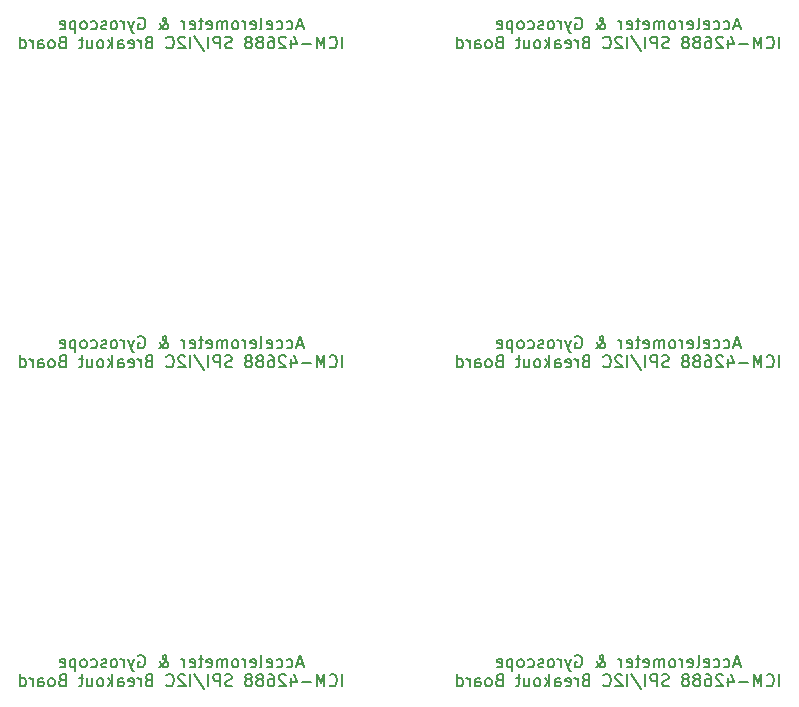
<source format=gbr>
%TF.GenerationSoftware,KiCad,Pcbnew,8.0.3*%
%TF.CreationDate,2025-01-10T12:47:35+08:00*%
%TF.ProjectId,ICM-42688_Panelized,49434d2d-3432-4363-9838-5f50616e656c,rev?*%
%TF.SameCoordinates,Original*%
%TF.FileFunction,Legend,Bot*%
%TF.FilePolarity,Positive*%
%FSLAX46Y46*%
G04 Gerber Fmt 4.6, Leading zero omitted, Abs format (unit mm)*
G04 Created by KiCad (PCBNEW 8.0.3) date 2025-01-10 12:47:35*
%MOMM*%
%LPD*%
G01*
G04 APERTURE LIST*
%ADD10C,0.200000*%
G04 APERTURE END LIST*
D10*
X140285715Y-65940532D02*
X139809525Y-65940532D01*
X140380953Y-66226247D02*
X140047620Y-65226247D01*
X140047620Y-65226247D02*
X139714287Y-66226247D01*
X138952382Y-66178628D02*
X139047620Y-66226247D01*
X139047620Y-66226247D02*
X139238096Y-66226247D01*
X139238096Y-66226247D02*
X139333334Y-66178628D01*
X139333334Y-66178628D02*
X139380953Y-66131008D01*
X139380953Y-66131008D02*
X139428572Y-66035770D01*
X139428572Y-66035770D02*
X139428572Y-65750056D01*
X139428572Y-65750056D02*
X139380953Y-65654818D01*
X139380953Y-65654818D02*
X139333334Y-65607199D01*
X139333334Y-65607199D02*
X139238096Y-65559580D01*
X139238096Y-65559580D02*
X139047620Y-65559580D01*
X139047620Y-65559580D02*
X138952382Y-65607199D01*
X138095239Y-66178628D02*
X138190477Y-66226247D01*
X138190477Y-66226247D02*
X138380953Y-66226247D01*
X138380953Y-66226247D02*
X138476191Y-66178628D01*
X138476191Y-66178628D02*
X138523810Y-66131008D01*
X138523810Y-66131008D02*
X138571429Y-66035770D01*
X138571429Y-66035770D02*
X138571429Y-65750056D01*
X138571429Y-65750056D02*
X138523810Y-65654818D01*
X138523810Y-65654818D02*
X138476191Y-65607199D01*
X138476191Y-65607199D02*
X138380953Y-65559580D01*
X138380953Y-65559580D02*
X138190477Y-65559580D01*
X138190477Y-65559580D02*
X138095239Y-65607199D01*
X137285715Y-66178628D02*
X137380953Y-66226247D01*
X137380953Y-66226247D02*
X137571429Y-66226247D01*
X137571429Y-66226247D02*
X137666667Y-66178628D01*
X137666667Y-66178628D02*
X137714286Y-66083389D01*
X137714286Y-66083389D02*
X137714286Y-65702437D01*
X137714286Y-65702437D02*
X137666667Y-65607199D01*
X137666667Y-65607199D02*
X137571429Y-65559580D01*
X137571429Y-65559580D02*
X137380953Y-65559580D01*
X137380953Y-65559580D02*
X137285715Y-65607199D01*
X137285715Y-65607199D02*
X137238096Y-65702437D01*
X137238096Y-65702437D02*
X137238096Y-65797675D01*
X137238096Y-65797675D02*
X137714286Y-65892913D01*
X136666667Y-66226247D02*
X136761905Y-66178628D01*
X136761905Y-66178628D02*
X136809524Y-66083389D01*
X136809524Y-66083389D02*
X136809524Y-65226247D01*
X135904762Y-66178628D02*
X136000000Y-66226247D01*
X136000000Y-66226247D02*
X136190476Y-66226247D01*
X136190476Y-66226247D02*
X136285714Y-66178628D01*
X136285714Y-66178628D02*
X136333333Y-66083389D01*
X136333333Y-66083389D02*
X136333333Y-65702437D01*
X136333333Y-65702437D02*
X136285714Y-65607199D01*
X136285714Y-65607199D02*
X136190476Y-65559580D01*
X136190476Y-65559580D02*
X136000000Y-65559580D01*
X136000000Y-65559580D02*
X135904762Y-65607199D01*
X135904762Y-65607199D02*
X135857143Y-65702437D01*
X135857143Y-65702437D02*
X135857143Y-65797675D01*
X135857143Y-65797675D02*
X136333333Y-65892913D01*
X135428571Y-66226247D02*
X135428571Y-65559580D01*
X135428571Y-65750056D02*
X135380952Y-65654818D01*
X135380952Y-65654818D02*
X135333333Y-65607199D01*
X135333333Y-65607199D02*
X135238095Y-65559580D01*
X135238095Y-65559580D02*
X135142857Y-65559580D01*
X134666666Y-66226247D02*
X134761904Y-66178628D01*
X134761904Y-66178628D02*
X134809523Y-66131008D01*
X134809523Y-66131008D02*
X134857142Y-66035770D01*
X134857142Y-66035770D02*
X134857142Y-65750056D01*
X134857142Y-65750056D02*
X134809523Y-65654818D01*
X134809523Y-65654818D02*
X134761904Y-65607199D01*
X134761904Y-65607199D02*
X134666666Y-65559580D01*
X134666666Y-65559580D02*
X134523809Y-65559580D01*
X134523809Y-65559580D02*
X134428571Y-65607199D01*
X134428571Y-65607199D02*
X134380952Y-65654818D01*
X134380952Y-65654818D02*
X134333333Y-65750056D01*
X134333333Y-65750056D02*
X134333333Y-66035770D01*
X134333333Y-66035770D02*
X134380952Y-66131008D01*
X134380952Y-66131008D02*
X134428571Y-66178628D01*
X134428571Y-66178628D02*
X134523809Y-66226247D01*
X134523809Y-66226247D02*
X134666666Y-66226247D01*
X133904761Y-66226247D02*
X133904761Y-65559580D01*
X133904761Y-65654818D02*
X133857142Y-65607199D01*
X133857142Y-65607199D02*
X133761904Y-65559580D01*
X133761904Y-65559580D02*
X133619047Y-65559580D01*
X133619047Y-65559580D02*
X133523809Y-65607199D01*
X133523809Y-65607199D02*
X133476190Y-65702437D01*
X133476190Y-65702437D02*
X133476190Y-66226247D01*
X133476190Y-65702437D02*
X133428571Y-65607199D01*
X133428571Y-65607199D02*
X133333333Y-65559580D01*
X133333333Y-65559580D02*
X133190476Y-65559580D01*
X133190476Y-65559580D02*
X133095237Y-65607199D01*
X133095237Y-65607199D02*
X133047618Y-65702437D01*
X133047618Y-65702437D02*
X133047618Y-66226247D01*
X132190476Y-66178628D02*
X132285714Y-66226247D01*
X132285714Y-66226247D02*
X132476190Y-66226247D01*
X132476190Y-66226247D02*
X132571428Y-66178628D01*
X132571428Y-66178628D02*
X132619047Y-66083389D01*
X132619047Y-66083389D02*
X132619047Y-65702437D01*
X132619047Y-65702437D02*
X132571428Y-65607199D01*
X132571428Y-65607199D02*
X132476190Y-65559580D01*
X132476190Y-65559580D02*
X132285714Y-65559580D01*
X132285714Y-65559580D02*
X132190476Y-65607199D01*
X132190476Y-65607199D02*
X132142857Y-65702437D01*
X132142857Y-65702437D02*
X132142857Y-65797675D01*
X132142857Y-65797675D02*
X132619047Y-65892913D01*
X131857142Y-65559580D02*
X131476190Y-65559580D01*
X131714285Y-65226247D02*
X131714285Y-66083389D01*
X131714285Y-66083389D02*
X131666666Y-66178628D01*
X131666666Y-66178628D02*
X131571428Y-66226247D01*
X131571428Y-66226247D02*
X131476190Y-66226247D01*
X130761904Y-66178628D02*
X130857142Y-66226247D01*
X130857142Y-66226247D02*
X131047618Y-66226247D01*
X131047618Y-66226247D02*
X131142856Y-66178628D01*
X131142856Y-66178628D02*
X131190475Y-66083389D01*
X131190475Y-66083389D02*
X131190475Y-65702437D01*
X131190475Y-65702437D02*
X131142856Y-65607199D01*
X131142856Y-65607199D02*
X131047618Y-65559580D01*
X131047618Y-65559580D02*
X130857142Y-65559580D01*
X130857142Y-65559580D02*
X130761904Y-65607199D01*
X130761904Y-65607199D02*
X130714285Y-65702437D01*
X130714285Y-65702437D02*
X130714285Y-65797675D01*
X130714285Y-65797675D02*
X131190475Y-65892913D01*
X130285713Y-66226247D02*
X130285713Y-65559580D01*
X130285713Y-65750056D02*
X130238094Y-65654818D01*
X130238094Y-65654818D02*
X130190475Y-65607199D01*
X130190475Y-65607199D02*
X130095237Y-65559580D01*
X130095237Y-65559580D02*
X129999999Y-65559580D01*
X128095236Y-66226247D02*
X128142856Y-66226247D01*
X128142856Y-66226247D02*
X128238094Y-66178628D01*
X128238094Y-66178628D02*
X128380951Y-66035770D01*
X128380951Y-66035770D02*
X128619046Y-65750056D01*
X128619046Y-65750056D02*
X128714284Y-65607199D01*
X128714284Y-65607199D02*
X128761903Y-65464342D01*
X128761903Y-65464342D02*
X128761903Y-65369104D01*
X128761903Y-65369104D02*
X128714284Y-65273866D01*
X128714284Y-65273866D02*
X128619046Y-65226247D01*
X128619046Y-65226247D02*
X128571427Y-65226247D01*
X128571427Y-65226247D02*
X128476189Y-65273866D01*
X128476189Y-65273866D02*
X128428570Y-65369104D01*
X128428570Y-65369104D02*
X128428570Y-65416723D01*
X128428570Y-65416723D02*
X128476189Y-65511961D01*
X128476189Y-65511961D02*
X128523808Y-65559580D01*
X128523808Y-65559580D02*
X128809522Y-65750056D01*
X128809522Y-65750056D02*
X128857141Y-65797675D01*
X128857141Y-65797675D02*
X128904760Y-65892913D01*
X128904760Y-65892913D02*
X128904760Y-66035770D01*
X128904760Y-66035770D02*
X128857141Y-66131008D01*
X128857141Y-66131008D02*
X128809522Y-66178628D01*
X128809522Y-66178628D02*
X128714284Y-66226247D01*
X128714284Y-66226247D02*
X128571427Y-66226247D01*
X128571427Y-66226247D02*
X128476189Y-66178628D01*
X128476189Y-66178628D02*
X128428570Y-66131008D01*
X128428570Y-66131008D02*
X128285713Y-65940532D01*
X128285713Y-65940532D02*
X128238094Y-65797675D01*
X128238094Y-65797675D02*
X128238094Y-65702437D01*
X126380951Y-65273866D02*
X126476189Y-65226247D01*
X126476189Y-65226247D02*
X126619046Y-65226247D01*
X126619046Y-65226247D02*
X126761903Y-65273866D01*
X126761903Y-65273866D02*
X126857141Y-65369104D01*
X126857141Y-65369104D02*
X126904760Y-65464342D01*
X126904760Y-65464342D02*
X126952379Y-65654818D01*
X126952379Y-65654818D02*
X126952379Y-65797675D01*
X126952379Y-65797675D02*
X126904760Y-65988151D01*
X126904760Y-65988151D02*
X126857141Y-66083389D01*
X126857141Y-66083389D02*
X126761903Y-66178628D01*
X126761903Y-66178628D02*
X126619046Y-66226247D01*
X126619046Y-66226247D02*
X126523808Y-66226247D01*
X126523808Y-66226247D02*
X126380951Y-66178628D01*
X126380951Y-66178628D02*
X126333332Y-66131008D01*
X126333332Y-66131008D02*
X126333332Y-65797675D01*
X126333332Y-65797675D02*
X126523808Y-65797675D01*
X125999998Y-65559580D02*
X125761903Y-66226247D01*
X125523808Y-65559580D02*
X125761903Y-66226247D01*
X125761903Y-66226247D02*
X125857141Y-66464342D01*
X125857141Y-66464342D02*
X125904760Y-66511961D01*
X125904760Y-66511961D02*
X125999998Y-66559580D01*
X125142855Y-66226247D02*
X125142855Y-65559580D01*
X125142855Y-65750056D02*
X125095236Y-65654818D01*
X125095236Y-65654818D02*
X125047617Y-65607199D01*
X125047617Y-65607199D02*
X124952379Y-65559580D01*
X124952379Y-65559580D02*
X124857141Y-65559580D01*
X124380950Y-66226247D02*
X124476188Y-66178628D01*
X124476188Y-66178628D02*
X124523807Y-66131008D01*
X124523807Y-66131008D02*
X124571426Y-66035770D01*
X124571426Y-66035770D02*
X124571426Y-65750056D01*
X124571426Y-65750056D02*
X124523807Y-65654818D01*
X124523807Y-65654818D02*
X124476188Y-65607199D01*
X124476188Y-65607199D02*
X124380950Y-65559580D01*
X124380950Y-65559580D02*
X124238093Y-65559580D01*
X124238093Y-65559580D02*
X124142855Y-65607199D01*
X124142855Y-65607199D02*
X124095236Y-65654818D01*
X124095236Y-65654818D02*
X124047617Y-65750056D01*
X124047617Y-65750056D02*
X124047617Y-66035770D01*
X124047617Y-66035770D02*
X124095236Y-66131008D01*
X124095236Y-66131008D02*
X124142855Y-66178628D01*
X124142855Y-66178628D02*
X124238093Y-66226247D01*
X124238093Y-66226247D02*
X124380950Y-66226247D01*
X123666664Y-66178628D02*
X123571426Y-66226247D01*
X123571426Y-66226247D02*
X123380950Y-66226247D01*
X123380950Y-66226247D02*
X123285712Y-66178628D01*
X123285712Y-66178628D02*
X123238093Y-66083389D01*
X123238093Y-66083389D02*
X123238093Y-66035770D01*
X123238093Y-66035770D02*
X123285712Y-65940532D01*
X123285712Y-65940532D02*
X123380950Y-65892913D01*
X123380950Y-65892913D02*
X123523807Y-65892913D01*
X123523807Y-65892913D02*
X123619045Y-65845294D01*
X123619045Y-65845294D02*
X123666664Y-65750056D01*
X123666664Y-65750056D02*
X123666664Y-65702437D01*
X123666664Y-65702437D02*
X123619045Y-65607199D01*
X123619045Y-65607199D02*
X123523807Y-65559580D01*
X123523807Y-65559580D02*
X123380950Y-65559580D01*
X123380950Y-65559580D02*
X123285712Y-65607199D01*
X122380950Y-66178628D02*
X122476188Y-66226247D01*
X122476188Y-66226247D02*
X122666664Y-66226247D01*
X122666664Y-66226247D02*
X122761902Y-66178628D01*
X122761902Y-66178628D02*
X122809521Y-66131008D01*
X122809521Y-66131008D02*
X122857140Y-66035770D01*
X122857140Y-66035770D02*
X122857140Y-65750056D01*
X122857140Y-65750056D02*
X122809521Y-65654818D01*
X122809521Y-65654818D02*
X122761902Y-65607199D01*
X122761902Y-65607199D02*
X122666664Y-65559580D01*
X122666664Y-65559580D02*
X122476188Y-65559580D01*
X122476188Y-65559580D02*
X122380950Y-65607199D01*
X121809521Y-66226247D02*
X121904759Y-66178628D01*
X121904759Y-66178628D02*
X121952378Y-66131008D01*
X121952378Y-66131008D02*
X121999997Y-66035770D01*
X121999997Y-66035770D02*
X121999997Y-65750056D01*
X121999997Y-65750056D02*
X121952378Y-65654818D01*
X121952378Y-65654818D02*
X121904759Y-65607199D01*
X121904759Y-65607199D02*
X121809521Y-65559580D01*
X121809521Y-65559580D02*
X121666664Y-65559580D01*
X121666664Y-65559580D02*
X121571426Y-65607199D01*
X121571426Y-65607199D02*
X121523807Y-65654818D01*
X121523807Y-65654818D02*
X121476188Y-65750056D01*
X121476188Y-65750056D02*
X121476188Y-66035770D01*
X121476188Y-66035770D02*
X121523807Y-66131008D01*
X121523807Y-66131008D02*
X121571426Y-66178628D01*
X121571426Y-66178628D02*
X121666664Y-66226247D01*
X121666664Y-66226247D02*
X121809521Y-66226247D01*
X121047616Y-65559580D02*
X121047616Y-66559580D01*
X121047616Y-65607199D02*
X120952378Y-65559580D01*
X120952378Y-65559580D02*
X120761902Y-65559580D01*
X120761902Y-65559580D02*
X120666664Y-65607199D01*
X120666664Y-65607199D02*
X120619045Y-65654818D01*
X120619045Y-65654818D02*
X120571426Y-65750056D01*
X120571426Y-65750056D02*
X120571426Y-66035770D01*
X120571426Y-66035770D02*
X120619045Y-66131008D01*
X120619045Y-66131008D02*
X120666664Y-66178628D01*
X120666664Y-66178628D02*
X120761902Y-66226247D01*
X120761902Y-66226247D02*
X120952378Y-66226247D01*
X120952378Y-66226247D02*
X121047616Y-66178628D01*
X119761902Y-66178628D02*
X119857140Y-66226247D01*
X119857140Y-66226247D02*
X120047616Y-66226247D01*
X120047616Y-66226247D02*
X120142854Y-66178628D01*
X120142854Y-66178628D02*
X120190473Y-66083389D01*
X120190473Y-66083389D02*
X120190473Y-65702437D01*
X120190473Y-65702437D02*
X120142854Y-65607199D01*
X120142854Y-65607199D02*
X120047616Y-65559580D01*
X120047616Y-65559580D02*
X119857140Y-65559580D01*
X119857140Y-65559580D02*
X119761902Y-65607199D01*
X119761902Y-65607199D02*
X119714283Y-65702437D01*
X119714283Y-65702437D02*
X119714283Y-65797675D01*
X119714283Y-65797675D02*
X120190473Y-65892913D01*
X143619047Y-67836191D02*
X143619047Y-66836191D01*
X142571429Y-67740952D02*
X142619048Y-67788572D01*
X142619048Y-67788572D02*
X142761905Y-67836191D01*
X142761905Y-67836191D02*
X142857143Y-67836191D01*
X142857143Y-67836191D02*
X143000000Y-67788572D01*
X143000000Y-67788572D02*
X143095238Y-67693333D01*
X143095238Y-67693333D02*
X143142857Y-67598095D01*
X143142857Y-67598095D02*
X143190476Y-67407619D01*
X143190476Y-67407619D02*
X143190476Y-67264762D01*
X143190476Y-67264762D02*
X143142857Y-67074286D01*
X143142857Y-67074286D02*
X143095238Y-66979048D01*
X143095238Y-66979048D02*
X143000000Y-66883810D01*
X143000000Y-66883810D02*
X142857143Y-66836191D01*
X142857143Y-66836191D02*
X142761905Y-66836191D01*
X142761905Y-66836191D02*
X142619048Y-66883810D01*
X142619048Y-66883810D02*
X142571429Y-66931429D01*
X142142857Y-67836191D02*
X142142857Y-66836191D01*
X142142857Y-66836191D02*
X141809524Y-67550476D01*
X141809524Y-67550476D02*
X141476191Y-66836191D01*
X141476191Y-66836191D02*
X141476191Y-67836191D01*
X141000000Y-67455238D02*
X140238096Y-67455238D01*
X139333334Y-67169524D02*
X139333334Y-67836191D01*
X139571429Y-66788572D02*
X139809524Y-67502857D01*
X139809524Y-67502857D02*
X139190477Y-67502857D01*
X138857143Y-66931429D02*
X138809524Y-66883810D01*
X138809524Y-66883810D02*
X138714286Y-66836191D01*
X138714286Y-66836191D02*
X138476191Y-66836191D01*
X138476191Y-66836191D02*
X138380953Y-66883810D01*
X138380953Y-66883810D02*
X138333334Y-66931429D01*
X138333334Y-66931429D02*
X138285715Y-67026667D01*
X138285715Y-67026667D02*
X138285715Y-67121905D01*
X138285715Y-67121905D02*
X138333334Y-67264762D01*
X138333334Y-67264762D02*
X138904762Y-67836191D01*
X138904762Y-67836191D02*
X138285715Y-67836191D01*
X137428572Y-66836191D02*
X137619048Y-66836191D01*
X137619048Y-66836191D02*
X137714286Y-66883810D01*
X137714286Y-66883810D02*
X137761905Y-66931429D01*
X137761905Y-66931429D02*
X137857143Y-67074286D01*
X137857143Y-67074286D02*
X137904762Y-67264762D01*
X137904762Y-67264762D02*
X137904762Y-67645714D01*
X137904762Y-67645714D02*
X137857143Y-67740952D01*
X137857143Y-67740952D02*
X137809524Y-67788572D01*
X137809524Y-67788572D02*
X137714286Y-67836191D01*
X137714286Y-67836191D02*
X137523810Y-67836191D01*
X137523810Y-67836191D02*
X137428572Y-67788572D01*
X137428572Y-67788572D02*
X137380953Y-67740952D01*
X137380953Y-67740952D02*
X137333334Y-67645714D01*
X137333334Y-67645714D02*
X137333334Y-67407619D01*
X137333334Y-67407619D02*
X137380953Y-67312381D01*
X137380953Y-67312381D02*
X137428572Y-67264762D01*
X137428572Y-67264762D02*
X137523810Y-67217143D01*
X137523810Y-67217143D02*
X137714286Y-67217143D01*
X137714286Y-67217143D02*
X137809524Y-67264762D01*
X137809524Y-67264762D02*
X137857143Y-67312381D01*
X137857143Y-67312381D02*
X137904762Y-67407619D01*
X136761905Y-67264762D02*
X136857143Y-67217143D01*
X136857143Y-67217143D02*
X136904762Y-67169524D01*
X136904762Y-67169524D02*
X136952381Y-67074286D01*
X136952381Y-67074286D02*
X136952381Y-67026667D01*
X136952381Y-67026667D02*
X136904762Y-66931429D01*
X136904762Y-66931429D02*
X136857143Y-66883810D01*
X136857143Y-66883810D02*
X136761905Y-66836191D01*
X136761905Y-66836191D02*
X136571429Y-66836191D01*
X136571429Y-66836191D02*
X136476191Y-66883810D01*
X136476191Y-66883810D02*
X136428572Y-66931429D01*
X136428572Y-66931429D02*
X136380953Y-67026667D01*
X136380953Y-67026667D02*
X136380953Y-67074286D01*
X136380953Y-67074286D02*
X136428572Y-67169524D01*
X136428572Y-67169524D02*
X136476191Y-67217143D01*
X136476191Y-67217143D02*
X136571429Y-67264762D01*
X136571429Y-67264762D02*
X136761905Y-67264762D01*
X136761905Y-67264762D02*
X136857143Y-67312381D01*
X136857143Y-67312381D02*
X136904762Y-67360000D01*
X136904762Y-67360000D02*
X136952381Y-67455238D01*
X136952381Y-67455238D02*
X136952381Y-67645714D01*
X136952381Y-67645714D02*
X136904762Y-67740952D01*
X136904762Y-67740952D02*
X136857143Y-67788572D01*
X136857143Y-67788572D02*
X136761905Y-67836191D01*
X136761905Y-67836191D02*
X136571429Y-67836191D01*
X136571429Y-67836191D02*
X136476191Y-67788572D01*
X136476191Y-67788572D02*
X136428572Y-67740952D01*
X136428572Y-67740952D02*
X136380953Y-67645714D01*
X136380953Y-67645714D02*
X136380953Y-67455238D01*
X136380953Y-67455238D02*
X136428572Y-67360000D01*
X136428572Y-67360000D02*
X136476191Y-67312381D01*
X136476191Y-67312381D02*
X136571429Y-67264762D01*
X135809524Y-67264762D02*
X135904762Y-67217143D01*
X135904762Y-67217143D02*
X135952381Y-67169524D01*
X135952381Y-67169524D02*
X136000000Y-67074286D01*
X136000000Y-67074286D02*
X136000000Y-67026667D01*
X136000000Y-67026667D02*
X135952381Y-66931429D01*
X135952381Y-66931429D02*
X135904762Y-66883810D01*
X135904762Y-66883810D02*
X135809524Y-66836191D01*
X135809524Y-66836191D02*
X135619048Y-66836191D01*
X135619048Y-66836191D02*
X135523810Y-66883810D01*
X135523810Y-66883810D02*
X135476191Y-66931429D01*
X135476191Y-66931429D02*
X135428572Y-67026667D01*
X135428572Y-67026667D02*
X135428572Y-67074286D01*
X135428572Y-67074286D02*
X135476191Y-67169524D01*
X135476191Y-67169524D02*
X135523810Y-67217143D01*
X135523810Y-67217143D02*
X135619048Y-67264762D01*
X135619048Y-67264762D02*
X135809524Y-67264762D01*
X135809524Y-67264762D02*
X135904762Y-67312381D01*
X135904762Y-67312381D02*
X135952381Y-67360000D01*
X135952381Y-67360000D02*
X136000000Y-67455238D01*
X136000000Y-67455238D02*
X136000000Y-67645714D01*
X136000000Y-67645714D02*
X135952381Y-67740952D01*
X135952381Y-67740952D02*
X135904762Y-67788572D01*
X135904762Y-67788572D02*
X135809524Y-67836191D01*
X135809524Y-67836191D02*
X135619048Y-67836191D01*
X135619048Y-67836191D02*
X135523810Y-67788572D01*
X135523810Y-67788572D02*
X135476191Y-67740952D01*
X135476191Y-67740952D02*
X135428572Y-67645714D01*
X135428572Y-67645714D02*
X135428572Y-67455238D01*
X135428572Y-67455238D02*
X135476191Y-67360000D01*
X135476191Y-67360000D02*
X135523810Y-67312381D01*
X135523810Y-67312381D02*
X135619048Y-67264762D01*
X134285714Y-67788572D02*
X134142857Y-67836191D01*
X134142857Y-67836191D02*
X133904762Y-67836191D01*
X133904762Y-67836191D02*
X133809524Y-67788572D01*
X133809524Y-67788572D02*
X133761905Y-67740952D01*
X133761905Y-67740952D02*
X133714286Y-67645714D01*
X133714286Y-67645714D02*
X133714286Y-67550476D01*
X133714286Y-67550476D02*
X133761905Y-67455238D01*
X133761905Y-67455238D02*
X133809524Y-67407619D01*
X133809524Y-67407619D02*
X133904762Y-67360000D01*
X133904762Y-67360000D02*
X134095238Y-67312381D01*
X134095238Y-67312381D02*
X134190476Y-67264762D01*
X134190476Y-67264762D02*
X134238095Y-67217143D01*
X134238095Y-67217143D02*
X134285714Y-67121905D01*
X134285714Y-67121905D02*
X134285714Y-67026667D01*
X134285714Y-67026667D02*
X134238095Y-66931429D01*
X134238095Y-66931429D02*
X134190476Y-66883810D01*
X134190476Y-66883810D02*
X134095238Y-66836191D01*
X134095238Y-66836191D02*
X133857143Y-66836191D01*
X133857143Y-66836191D02*
X133714286Y-66883810D01*
X133285714Y-67836191D02*
X133285714Y-66836191D01*
X133285714Y-66836191D02*
X132904762Y-66836191D01*
X132904762Y-66836191D02*
X132809524Y-66883810D01*
X132809524Y-66883810D02*
X132761905Y-66931429D01*
X132761905Y-66931429D02*
X132714286Y-67026667D01*
X132714286Y-67026667D02*
X132714286Y-67169524D01*
X132714286Y-67169524D02*
X132761905Y-67264762D01*
X132761905Y-67264762D02*
X132809524Y-67312381D01*
X132809524Y-67312381D02*
X132904762Y-67360000D01*
X132904762Y-67360000D02*
X133285714Y-67360000D01*
X132285714Y-67836191D02*
X132285714Y-66836191D01*
X131095239Y-66788572D02*
X131952381Y-68074286D01*
X130761905Y-67836191D02*
X130761905Y-66836191D01*
X130333334Y-66931429D02*
X130285715Y-66883810D01*
X130285715Y-66883810D02*
X130190477Y-66836191D01*
X130190477Y-66836191D02*
X129952382Y-66836191D01*
X129952382Y-66836191D02*
X129857144Y-66883810D01*
X129857144Y-66883810D02*
X129809525Y-66931429D01*
X129809525Y-66931429D02*
X129761906Y-67026667D01*
X129761906Y-67026667D02*
X129761906Y-67121905D01*
X129761906Y-67121905D02*
X129809525Y-67264762D01*
X129809525Y-67264762D02*
X130380953Y-67836191D01*
X130380953Y-67836191D02*
X129761906Y-67836191D01*
X128761906Y-67740952D02*
X128809525Y-67788572D01*
X128809525Y-67788572D02*
X128952382Y-67836191D01*
X128952382Y-67836191D02*
X129047620Y-67836191D01*
X129047620Y-67836191D02*
X129190477Y-67788572D01*
X129190477Y-67788572D02*
X129285715Y-67693333D01*
X129285715Y-67693333D02*
X129333334Y-67598095D01*
X129333334Y-67598095D02*
X129380953Y-67407619D01*
X129380953Y-67407619D02*
X129380953Y-67264762D01*
X129380953Y-67264762D02*
X129333334Y-67074286D01*
X129333334Y-67074286D02*
X129285715Y-66979048D01*
X129285715Y-66979048D02*
X129190477Y-66883810D01*
X129190477Y-66883810D02*
X129047620Y-66836191D01*
X129047620Y-66836191D02*
X128952382Y-66836191D01*
X128952382Y-66836191D02*
X128809525Y-66883810D01*
X128809525Y-66883810D02*
X128761906Y-66931429D01*
X127238096Y-67312381D02*
X127095239Y-67360000D01*
X127095239Y-67360000D02*
X127047620Y-67407619D01*
X127047620Y-67407619D02*
X127000001Y-67502857D01*
X127000001Y-67502857D02*
X127000001Y-67645714D01*
X127000001Y-67645714D02*
X127047620Y-67740952D01*
X127047620Y-67740952D02*
X127095239Y-67788572D01*
X127095239Y-67788572D02*
X127190477Y-67836191D01*
X127190477Y-67836191D02*
X127571429Y-67836191D01*
X127571429Y-67836191D02*
X127571429Y-66836191D01*
X127571429Y-66836191D02*
X127238096Y-66836191D01*
X127238096Y-66836191D02*
X127142858Y-66883810D01*
X127142858Y-66883810D02*
X127095239Y-66931429D01*
X127095239Y-66931429D02*
X127047620Y-67026667D01*
X127047620Y-67026667D02*
X127047620Y-67121905D01*
X127047620Y-67121905D02*
X127095239Y-67217143D01*
X127095239Y-67217143D02*
X127142858Y-67264762D01*
X127142858Y-67264762D02*
X127238096Y-67312381D01*
X127238096Y-67312381D02*
X127571429Y-67312381D01*
X126571429Y-67836191D02*
X126571429Y-67169524D01*
X126571429Y-67360000D02*
X126523810Y-67264762D01*
X126523810Y-67264762D02*
X126476191Y-67217143D01*
X126476191Y-67217143D02*
X126380953Y-67169524D01*
X126380953Y-67169524D02*
X126285715Y-67169524D01*
X125571429Y-67788572D02*
X125666667Y-67836191D01*
X125666667Y-67836191D02*
X125857143Y-67836191D01*
X125857143Y-67836191D02*
X125952381Y-67788572D01*
X125952381Y-67788572D02*
X126000000Y-67693333D01*
X126000000Y-67693333D02*
X126000000Y-67312381D01*
X126000000Y-67312381D02*
X125952381Y-67217143D01*
X125952381Y-67217143D02*
X125857143Y-67169524D01*
X125857143Y-67169524D02*
X125666667Y-67169524D01*
X125666667Y-67169524D02*
X125571429Y-67217143D01*
X125571429Y-67217143D02*
X125523810Y-67312381D01*
X125523810Y-67312381D02*
X125523810Y-67407619D01*
X125523810Y-67407619D02*
X126000000Y-67502857D01*
X124666667Y-67836191D02*
X124666667Y-67312381D01*
X124666667Y-67312381D02*
X124714286Y-67217143D01*
X124714286Y-67217143D02*
X124809524Y-67169524D01*
X124809524Y-67169524D02*
X125000000Y-67169524D01*
X125000000Y-67169524D02*
X125095238Y-67217143D01*
X124666667Y-67788572D02*
X124761905Y-67836191D01*
X124761905Y-67836191D02*
X125000000Y-67836191D01*
X125000000Y-67836191D02*
X125095238Y-67788572D01*
X125095238Y-67788572D02*
X125142857Y-67693333D01*
X125142857Y-67693333D02*
X125142857Y-67598095D01*
X125142857Y-67598095D02*
X125095238Y-67502857D01*
X125095238Y-67502857D02*
X125000000Y-67455238D01*
X125000000Y-67455238D02*
X124761905Y-67455238D01*
X124761905Y-67455238D02*
X124666667Y-67407619D01*
X124190476Y-67836191D02*
X124190476Y-66836191D01*
X124095238Y-67455238D02*
X123809524Y-67836191D01*
X123809524Y-67169524D02*
X124190476Y-67550476D01*
X123238095Y-67836191D02*
X123333333Y-67788572D01*
X123333333Y-67788572D02*
X123380952Y-67740952D01*
X123380952Y-67740952D02*
X123428571Y-67645714D01*
X123428571Y-67645714D02*
X123428571Y-67360000D01*
X123428571Y-67360000D02*
X123380952Y-67264762D01*
X123380952Y-67264762D02*
X123333333Y-67217143D01*
X123333333Y-67217143D02*
X123238095Y-67169524D01*
X123238095Y-67169524D02*
X123095238Y-67169524D01*
X123095238Y-67169524D02*
X123000000Y-67217143D01*
X123000000Y-67217143D02*
X122952381Y-67264762D01*
X122952381Y-67264762D02*
X122904762Y-67360000D01*
X122904762Y-67360000D02*
X122904762Y-67645714D01*
X122904762Y-67645714D02*
X122952381Y-67740952D01*
X122952381Y-67740952D02*
X123000000Y-67788572D01*
X123000000Y-67788572D02*
X123095238Y-67836191D01*
X123095238Y-67836191D02*
X123238095Y-67836191D01*
X122047619Y-67169524D02*
X122047619Y-67836191D01*
X122476190Y-67169524D02*
X122476190Y-67693333D01*
X122476190Y-67693333D02*
X122428571Y-67788572D01*
X122428571Y-67788572D02*
X122333333Y-67836191D01*
X122333333Y-67836191D02*
X122190476Y-67836191D01*
X122190476Y-67836191D02*
X122095238Y-67788572D01*
X122095238Y-67788572D02*
X122047619Y-67740952D01*
X121714285Y-67169524D02*
X121333333Y-67169524D01*
X121571428Y-66836191D02*
X121571428Y-67693333D01*
X121571428Y-67693333D02*
X121523809Y-67788572D01*
X121523809Y-67788572D02*
X121428571Y-67836191D01*
X121428571Y-67836191D02*
X121333333Y-67836191D01*
X119904761Y-67312381D02*
X119761904Y-67360000D01*
X119761904Y-67360000D02*
X119714285Y-67407619D01*
X119714285Y-67407619D02*
X119666666Y-67502857D01*
X119666666Y-67502857D02*
X119666666Y-67645714D01*
X119666666Y-67645714D02*
X119714285Y-67740952D01*
X119714285Y-67740952D02*
X119761904Y-67788572D01*
X119761904Y-67788572D02*
X119857142Y-67836191D01*
X119857142Y-67836191D02*
X120238094Y-67836191D01*
X120238094Y-67836191D02*
X120238094Y-66836191D01*
X120238094Y-66836191D02*
X119904761Y-66836191D01*
X119904761Y-66836191D02*
X119809523Y-66883810D01*
X119809523Y-66883810D02*
X119761904Y-66931429D01*
X119761904Y-66931429D02*
X119714285Y-67026667D01*
X119714285Y-67026667D02*
X119714285Y-67121905D01*
X119714285Y-67121905D02*
X119761904Y-67217143D01*
X119761904Y-67217143D02*
X119809523Y-67264762D01*
X119809523Y-67264762D02*
X119904761Y-67312381D01*
X119904761Y-67312381D02*
X120238094Y-67312381D01*
X119095237Y-67836191D02*
X119190475Y-67788572D01*
X119190475Y-67788572D02*
X119238094Y-67740952D01*
X119238094Y-67740952D02*
X119285713Y-67645714D01*
X119285713Y-67645714D02*
X119285713Y-67360000D01*
X119285713Y-67360000D02*
X119238094Y-67264762D01*
X119238094Y-67264762D02*
X119190475Y-67217143D01*
X119190475Y-67217143D02*
X119095237Y-67169524D01*
X119095237Y-67169524D02*
X118952380Y-67169524D01*
X118952380Y-67169524D02*
X118857142Y-67217143D01*
X118857142Y-67217143D02*
X118809523Y-67264762D01*
X118809523Y-67264762D02*
X118761904Y-67360000D01*
X118761904Y-67360000D02*
X118761904Y-67645714D01*
X118761904Y-67645714D02*
X118809523Y-67740952D01*
X118809523Y-67740952D02*
X118857142Y-67788572D01*
X118857142Y-67788572D02*
X118952380Y-67836191D01*
X118952380Y-67836191D02*
X119095237Y-67836191D01*
X117904761Y-67836191D02*
X117904761Y-67312381D01*
X117904761Y-67312381D02*
X117952380Y-67217143D01*
X117952380Y-67217143D02*
X118047618Y-67169524D01*
X118047618Y-67169524D02*
X118238094Y-67169524D01*
X118238094Y-67169524D02*
X118333332Y-67217143D01*
X117904761Y-67788572D02*
X117999999Y-67836191D01*
X117999999Y-67836191D02*
X118238094Y-67836191D01*
X118238094Y-67836191D02*
X118333332Y-67788572D01*
X118333332Y-67788572D02*
X118380951Y-67693333D01*
X118380951Y-67693333D02*
X118380951Y-67598095D01*
X118380951Y-67598095D02*
X118333332Y-67502857D01*
X118333332Y-67502857D02*
X118238094Y-67455238D01*
X118238094Y-67455238D02*
X117999999Y-67455238D01*
X117999999Y-67455238D02*
X117904761Y-67407619D01*
X117428570Y-67836191D02*
X117428570Y-67169524D01*
X117428570Y-67360000D02*
X117380951Y-67264762D01*
X117380951Y-67264762D02*
X117333332Y-67217143D01*
X117333332Y-67217143D02*
X117238094Y-67169524D01*
X117238094Y-67169524D02*
X117142856Y-67169524D01*
X116380951Y-67836191D02*
X116380951Y-66836191D01*
X116380951Y-67788572D02*
X116476189Y-67836191D01*
X116476189Y-67836191D02*
X116666665Y-67836191D01*
X116666665Y-67836191D02*
X116761903Y-67788572D01*
X116761903Y-67788572D02*
X116809522Y-67740952D01*
X116809522Y-67740952D02*
X116857141Y-67645714D01*
X116857141Y-67645714D02*
X116857141Y-67360000D01*
X116857141Y-67360000D02*
X116809522Y-67264762D01*
X116809522Y-67264762D02*
X116761903Y-67217143D01*
X116761903Y-67217143D02*
X116666665Y-67169524D01*
X116666665Y-67169524D02*
X116476189Y-67169524D01*
X116476189Y-67169524D02*
X116380951Y-67217143D01*
X140285715Y-92940532D02*
X139809525Y-92940532D01*
X140380953Y-93226247D02*
X140047620Y-92226247D01*
X140047620Y-92226247D02*
X139714287Y-93226247D01*
X138952382Y-93178628D02*
X139047620Y-93226247D01*
X139047620Y-93226247D02*
X139238096Y-93226247D01*
X139238096Y-93226247D02*
X139333334Y-93178628D01*
X139333334Y-93178628D02*
X139380953Y-93131008D01*
X139380953Y-93131008D02*
X139428572Y-93035770D01*
X139428572Y-93035770D02*
X139428572Y-92750056D01*
X139428572Y-92750056D02*
X139380953Y-92654818D01*
X139380953Y-92654818D02*
X139333334Y-92607199D01*
X139333334Y-92607199D02*
X139238096Y-92559580D01*
X139238096Y-92559580D02*
X139047620Y-92559580D01*
X139047620Y-92559580D02*
X138952382Y-92607199D01*
X138095239Y-93178628D02*
X138190477Y-93226247D01*
X138190477Y-93226247D02*
X138380953Y-93226247D01*
X138380953Y-93226247D02*
X138476191Y-93178628D01*
X138476191Y-93178628D02*
X138523810Y-93131008D01*
X138523810Y-93131008D02*
X138571429Y-93035770D01*
X138571429Y-93035770D02*
X138571429Y-92750056D01*
X138571429Y-92750056D02*
X138523810Y-92654818D01*
X138523810Y-92654818D02*
X138476191Y-92607199D01*
X138476191Y-92607199D02*
X138380953Y-92559580D01*
X138380953Y-92559580D02*
X138190477Y-92559580D01*
X138190477Y-92559580D02*
X138095239Y-92607199D01*
X137285715Y-93178628D02*
X137380953Y-93226247D01*
X137380953Y-93226247D02*
X137571429Y-93226247D01*
X137571429Y-93226247D02*
X137666667Y-93178628D01*
X137666667Y-93178628D02*
X137714286Y-93083389D01*
X137714286Y-93083389D02*
X137714286Y-92702437D01*
X137714286Y-92702437D02*
X137666667Y-92607199D01*
X137666667Y-92607199D02*
X137571429Y-92559580D01*
X137571429Y-92559580D02*
X137380953Y-92559580D01*
X137380953Y-92559580D02*
X137285715Y-92607199D01*
X137285715Y-92607199D02*
X137238096Y-92702437D01*
X137238096Y-92702437D02*
X137238096Y-92797675D01*
X137238096Y-92797675D02*
X137714286Y-92892913D01*
X136666667Y-93226247D02*
X136761905Y-93178628D01*
X136761905Y-93178628D02*
X136809524Y-93083389D01*
X136809524Y-93083389D02*
X136809524Y-92226247D01*
X135904762Y-93178628D02*
X136000000Y-93226247D01*
X136000000Y-93226247D02*
X136190476Y-93226247D01*
X136190476Y-93226247D02*
X136285714Y-93178628D01*
X136285714Y-93178628D02*
X136333333Y-93083389D01*
X136333333Y-93083389D02*
X136333333Y-92702437D01*
X136333333Y-92702437D02*
X136285714Y-92607199D01*
X136285714Y-92607199D02*
X136190476Y-92559580D01*
X136190476Y-92559580D02*
X136000000Y-92559580D01*
X136000000Y-92559580D02*
X135904762Y-92607199D01*
X135904762Y-92607199D02*
X135857143Y-92702437D01*
X135857143Y-92702437D02*
X135857143Y-92797675D01*
X135857143Y-92797675D02*
X136333333Y-92892913D01*
X135428571Y-93226247D02*
X135428571Y-92559580D01*
X135428571Y-92750056D02*
X135380952Y-92654818D01*
X135380952Y-92654818D02*
X135333333Y-92607199D01*
X135333333Y-92607199D02*
X135238095Y-92559580D01*
X135238095Y-92559580D02*
X135142857Y-92559580D01*
X134666666Y-93226247D02*
X134761904Y-93178628D01*
X134761904Y-93178628D02*
X134809523Y-93131008D01*
X134809523Y-93131008D02*
X134857142Y-93035770D01*
X134857142Y-93035770D02*
X134857142Y-92750056D01*
X134857142Y-92750056D02*
X134809523Y-92654818D01*
X134809523Y-92654818D02*
X134761904Y-92607199D01*
X134761904Y-92607199D02*
X134666666Y-92559580D01*
X134666666Y-92559580D02*
X134523809Y-92559580D01*
X134523809Y-92559580D02*
X134428571Y-92607199D01*
X134428571Y-92607199D02*
X134380952Y-92654818D01*
X134380952Y-92654818D02*
X134333333Y-92750056D01*
X134333333Y-92750056D02*
X134333333Y-93035770D01*
X134333333Y-93035770D02*
X134380952Y-93131008D01*
X134380952Y-93131008D02*
X134428571Y-93178628D01*
X134428571Y-93178628D02*
X134523809Y-93226247D01*
X134523809Y-93226247D02*
X134666666Y-93226247D01*
X133904761Y-93226247D02*
X133904761Y-92559580D01*
X133904761Y-92654818D02*
X133857142Y-92607199D01*
X133857142Y-92607199D02*
X133761904Y-92559580D01*
X133761904Y-92559580D02*
X133619047Y-92559580D01*
X133619047Y-92559580D02*
X133523809Y-92607199D01*
X133523809Y-92607199D02*
X133476190Y-92702437D01*
X133476190Y-92702437D02*
X133476190Y-93226247D01*
X133476190Y-92702437D02*
X133428571Y-92607199D01*
X133428571Y-92607199D02*
X133333333Y-92559580D01*
X133333333Y-92559580D02*
X133190476Y-92559580D01*
X133190476Y-92559580D02*
X133095237Y-92607199D01*
X133095237Y-92607199D02*
X133047618Y-92702437D01*
X133047618Y-92702437D02*
X133047618Y-93226247D01*
X132190476Y-93178628D02*
X132285714Y-93226247D01*
X132285714Y-93226247D02*
X132476190Y-93226247D01*
X132476190Y-93226247D02*
X132571428Y-93178628D01*
X132571428Y-93178628D02*
X132619047Y-93083389D01*
X132619047Y-93083389D02*
X132619047Y-92702437D01*
X132619047Y-92702437D02*
X132571428Y-92607199D01*
X132571428Y-92607199D02*
X132476190Y-92559580D01*
X132476190Y-92559580D02*
X132285714Y-92559580D01*
X132285714Y-92559580D02*
X132190476Y-92607199D01*
X132190476Y-92607199D02*
X132142857Y-92702437D01*
X132142857Y-92702437D02*
X132142857Y-92797675D01*
X132142857Y-92797675D02*
X132619047Y-92892913D01*
X131857142Y-92559580D02*
X131476190Y-92559580D01*
X131714285Y-92226247D02*
X131714285Y-93083389D01*
X131714285Y-93083389D02*
X131666666Y-93178628D01*
X131666666Y-93178628D02*
X131571428Y-93226247D01*
X131571428Y-93226247D02*
X131476190Y-93226247D01*
X130761904Y-93178628D02*
X130857142Y-93226247D01*
X130857142Y-93226247D02*
X131047618Y-93226247D01*
X131047618Y-93226247D02*
X131142856Y-93178628D01*
X131142856Y-93178628D02*
X131190475Y-93083389D01*
X131190475Y-93083389D02*
X131190475Y-92702437D01*
X131190475Y-92702437D02*
X131142856Y-92607199D01*
X131142856Y-92607199D02*
X131047618Y-92559580D01*
X131047618Y-92559580D02*
X130857142Y-92559580D01*
X130857142Y-92559580D02*
X130761904Y-92607199D01*
X130761904Y-92607199D02*
X130714285Y-92702437D01*
X130714285Y-92702437D02*
X130714285Y-92797675D01*
X130714285Y-92797675D02*
X131190475Y-92892913D01*
X130285713Y-93226247D02*
X130285713Y-92559580D01*
X130285713Y-92750056D02*
X130238094Y-92654818D01*
X130238094Y-92654818D02*
X130190475Y-92607199D01*
X130190475Y-92607199D02*
X130095237Y-92559580D01*
X130095237Y-92559580D02*
X129999999Y-92559580D01*
X128095236Y-93226247D02*
X128142856Y-93226247D01*
X128142856Y-93226247D02*
X128238094Y-93178628D01*
X128238094Y-93178628D02*
X128380951Y-93035770D01*
X128380951Y-93035770D02*
X128619046Y-92750056D01*
X128619046Y-92750056D02*
X128714284Y-92607199D01*
X128714284Y-92607199D02*
X128761903Y-92464342D01*
X128761903Y-92464342D02*
X128761903Y-92369104D01*
X128761903Y-92369104D02*
X128714284Y-92273866D01*
X128714284Y-92273866D02*
X128619046Y-92226247D01*
X128619046Y-92226247D02*
X128571427Y-92226247D01*
X128571427Y-92226247D02*
X128476189Y-92273866D01*
X128476189Y-92273866D02*
X128428570Y-92369104D01*
X128428570Y-92369104D02*
X128428570Y-92416723D01*
X128428570Y-92416723D02*
X128476189Y-92511961D01*
X128476189Y-92511961D02*
X128523808Y-92559580D01*
X128523808Y-92559580D02*
X128809522Y-92750056D01*
X128809522Y-92750056D02*
X128857141Y-92797675D01*
X128857141Y-92797675D02*
X128904760Y-92892913D01*
X128904760Y-92892913D02*
X128904760Y-93035770D01*
X128904760Y-93035770D02*
X128857141Y-93131008D01*
X128857141Y-93131008D02*
X128809522Y-93178628D01*
X128809522Y-93178628D02*
X128714284Y-93226247D01*
X128714284Y-93226247D02*
X128571427Y-93226247D01*
X128571427Y-93226247D02*
X128476189Y-93178628D01*
X128476189Y-93178628D02*
X128428570Y-93131008D01*
X128428570Y-93131008D02*
X128285713Y-92940532D01*
X128285713Y-92940532D02*
X128238094Y-92797675D01*
X128238094Y-92797675D02*
X128238094Y-92702437D01*
X126380951Y-92273866D02*
X126476189Y-92226247D01*
X126476189Y-92226247D02*
X126619046Y-92226247D01*
X126619046Y-92226247D02*
X126761903Y-92273866D01*
X126761903Y-92273866D02*
X126857141Y-92369104D01*
X126857141Y-92369104D02*
X126904760Y-92464342D01*
X126904760Y-92464342D02*
X126952379Y-92654818D01*
X126952379Y-92654818D02*
X126952379Y-92797675D01*
X126952379Y-92797675D02*
X126904760Y-92988151D01*
X126904760Y-92988151D02*
X126857141Y-93083389D01*
X126857141Y-93083389D02*
X126761903Y-93178628D01*
X126761903Y-93178628D02*
X126619046Y-93226247D01*
X126619046Y-93226247D02*
X126523808Y-93226247D01*
X126523808Y-93226247D02*
X126380951Y-93178628D01*
X126380951Y-93178628D02*
X126333332Y-93131008D01*
X126333332Y-93131008D02*
X126333332Y-92797675D01*
X126333332Y-92797675D02*
X126523808Y-92797675D01*
X125999998Y-92559580D02*
X125761903Y-93226247D01*
X125523808Y-92559580D02*
X125761903Y-93226247D01*
X125761903Y-93226247D02*
X125857141Y-93464342D01*
X125857141Y-93464342D02*
X125904760Y-93511961D01*
X125904760Y-93511961D02*
X125999998Y-93559580D01*
X125142855Y-93226247D02*
X125142855Y-92559580D01*
X125142855Y-92750056D02*
X125095236Y-92654818D01*
X125095236Y-92654818D02*
X125047617Y-92607199D01*
X125047617Y-92607199D02*
X124952379Y-92559580D01*
X124952379Y-92559580D02*
X124857141Y-92559580D01*
X124380950Y-93226247D02*
X124476188Y-93178628D01*
X124476188Y-93178628D02*
X124523807Y-93131008D01*
X124523807Y-93131008D02*
X124571426Y-93035770D01*
X124571426Y-93035770D02*
X124571426Y-92750056D01*
X124571426Y-92750056D02*
X124523807Y-92654818D01*
X124523807Y-92654818D02*
X124476188Y-92607199D01*
X124476188Y-92607199D02*
X124380950Y-92559580D01*
X124380950Y-92559580D02*
X124238093Y-92559580D01*
X124238093Y-92559580D02*
X124142855Y-92607199D01*
X124142855Y-92607199D02*
X124095236Y-92654818D01*
X124095236Y-92654818D02*
X124047617Y-92750056D01*
X124047617Y-92750056D02*
X124047617Y-93035770D01*
X124047617Y-93035770D02*
X124095236Y-93131008D01*
X124095236Y-93131008D02*
X124142855Y-93178628D01*
X124142855Y-93178628D02*
X124238093Y-93226247D01*
X124238093Y-93226247D02*
X124380950Y-93226247D01*
X123666664Y-93178628D02*
X123571426Y-93226247D01*
X123571426Y-93226247D02*
X123380950Y-93226247D01*
X123380950Y-93226247D02*
X123285712Y-93178628D01*
X123285712Y-93178628D02*
X123238093Y-93083389D01*
X123238093Y-93083389D02*
X123238093Y-93035770D01*
X123238093Y-93035770D02*
X123285712Y-92940532D01*
X123285712Y-92940532D02*
X123380950Y-92892913D01*
X123380950Y-92892913D02*
X123523807Y-92892913D01*
X123523807Y-92892913D02*
X123619045Y-92845294D01*
X123619045Y-92845294D02*
X123666664Y-92750056D01*
X123666664Y-92750056D02*
X123666664Y-92702437D01*
X123666664Y-92702437D02*
X123619045Y-92607199D01*
X123619045Y-92607199D02*
X123523807Y-92559580D01*
X123523807Y-92559580D02*
X123380950Y-92559580D01*
X123380950Y-92559580D02*
X123285712Y-92607199D01*
X122380950Y-93178628D02*
X122476188Y-93226247D01*
X122476188Y-93226247D02*
X122666664Y-93226247D01*
X122666664Y-93226247D02*
X122761902Y-93178628D01*
X122761902Y-93178628D02*
X122809521Y-93131008D01*
X122809521Y-93131008D02*
X122857140Y-93035770D01*
X122857140Y-93035770D02*
X122857140Y-92750056D01*
X122857140Y-92750056D02*
X122809521Y-92654818D01*
X122809521Y-92654818D02*
X122761902Y-92607199D01*
X122761902Y-92607199D02*
X122666664Y-92559580D01*
X122666664Y-92559580D02*
X122476188Y-92559580D01*
X122476188Y-92559580D02*
X122380950Y-92607199D01*
X121809521Y-93226247D02*
X121904759Y-93178628D01*
X121904759Y-93178628D02*
X121952378Y-93131008D01*
X121952378Y-93131008D02*
X121999997Y-93035770D01*
X121999997Y-93035770D02*
X121999997Y-92750056D01*
X121999997Y-92750056D02*
X121952378Y-92654818D01*
X121952378Y-92654818D02*
X121904759Y-92607199D01*
X121904759Y-92607199D02*
X121809521Y-92559580D01*
X121809521Y-92559580D02*
X121666664Y-92559580D01*
X121666664Y-92559580D02*
X121571426Y-92607199D01*
X121571426Y-92607199D02*
X121523807Y-92654818D01*
X121523807Y-92654818D02*
X121476188Y-92750056D01*
X121476188Y-92750056D02*
X121476188Y-93035770D01*
X121476188Y-93035770D02*
X121523807Y-93131008D01*
X121523807Y-93131008D02*
X121571426Y-93178628D01*
X121571426Y-93178628D02*
X121666664Y-93226247D01*
X121666664Y-93226247D02*
X121809521Y-93226247D01*
X121047616Y-92559580D02*
X121047616Y-93559580D01*
X121047616Y-92607199D02*
X120952378Y-92559580D01*
X120952378Y-92559580D02*
X120761902Y-92559580D01*
X120761902Y-92559580D02*
X120666664Y-92607199D01*
X120666664Y-92607199D02*
X120619045Y-92654818D01*
X120619045Y-92654818D02*
X120571426Y-92750056D01*
X120571426Y-92750056D02*
X120571426Y-93035770D01*
X120571426Y-93035770D02*
X120619045Y-93131008D01*
X120619045Y-93131008D02*
X120666664Y-93178628D01*
X120666664Y-93178628D02*
X120761902Y-93226247D01*
X120761902Y-93226247D02*
X120952378Y-93226247D01*
X120952378Y-93226247D02*
X121047616Y-93178628D01*
X119761902Y-93178628D02*
X119857140Y-93226247D01*
X119857140Y-93226247D02*
X120047616Y-93226247D01*
X120047616Y-93226247D02*
X120142854Y-93178628D01*
X120142854Y-93178628D02*
X120190473Y-93083389D01*
X120190473Y-93083389D02*
X120190473Y-92702437D01*
X120190473Y-92702437D02*
X120142854Y-92607199D01*
X120142854Y-92607199D02*
X120047616Y-92559580D01*
X120047616Y-92559580D02*
X119857140Y-92559580D01*
X119857140Y-92559580D02*
X119761902Y-92607199D01*
X119761902Y-92607199D02*
X119714283Y-92702437D01*
X119714283Y-92702437D02*
X119714283Y-92797675D01*
X119714283Y-92797675D02*
X120190473Y-92892913D01*
X143619047Y-94836191D02*
X143619047Y-93836191D01*
X142571429Y-94740952D02*
X142619048Y-94788572D01*
X142619048Y-94788572D02*
X142761905Y-94836191D01*
X142761905Y-94836191D02*
X142857143Y-94836191D01*
X142857143Y-94836191D02*
X143000000Y-94788572D01*
X143000000Y-94788572D02*
X143095238Y-94693333D01*
X143095238Y-94693333D02*
X143142857Y-94598095D01*
X143142857Y-94598095D02*
X143190476Y-94407619D01*
X143190476Y-94407619D02*
X143190476Y-94264762D01*
X143190476Y-94264762D02*
X143142857Y-94074286D01*
X143142857Y-94074286D02*
X143095238Y-93979048D01*
X143095238Y-93979048D02*
X143000000Y-93883810D01*
X143000000Y-93883810D02*
X142857143Y-93836191D01*
X142857143Y-93836191D02*
X142761905Y-93836191D01*
X142761905Y-93836191D02*
X142619048Y-93883810D01*
X142619048Y-93883810D02*
X142571429Y-93931429D01*
X142142857Y-94836191D02*
X142142857Y-93836191D01*
X142142857Y-93836191D02*
X141809524Y-94550476D01*
X141809524Y-94550476D02*
X141476191Y-93836191D01*
X141476191Y-93836191D02*
X141476191Y-94836191D01*
X141000000Y-94455238D02*
X140238096Y-94455238D01*
X139333334Y-94169524D02*
X139333334Y-94836191D01*
X139571429Y-93788572D02*
X139809524Y-94502857D01*
X139809524Y-94502857D02*
X139190477Y-94502857D01*
X138857143Y-93931429D02*
X138809524Y-93883810D01*
X138809524Y-93883810D02*
X138714286Y-93836191D01*
X138714286Y-93836191D02*
X138476191Y-93836191D01*
X138476191Y-93836191D02*
X138380953Y-93883810D01*
X138380953Y-93883810D02*
X138333334Y-93931429D01*
X138333334Y-93931429D02*
X138285715Y-94026667D01*
X138285715Y-94026667D02*
X138285715Y-94121905D01*
X138285715Y-94121905D02*
X138333334Y-94264762D01*
X138333334Y-94264762D02*
X138904762Y-94836191D01*
X138904762Y-94836191D02*
X138285715Y-94836191D01*
X137428572Y-93836191D02*
X137619048Y-93836191D01*
X137619048Y-93836191D02*
X137714286Y-93883810D01*
X137714286Y-93883810D02*
X137761905Y-93931429D01*
X137761905Y-93931429D02*
X137857143Y-94074286D01*
X137857143Y-94074286D02*
X137904762Y-94264762D01*
X137904762Y-94264762D02*
X137904762Y-94645714D01*
X137904762Y-94645714D02*
X137857143Y-94740952D01*
X137857143Y-94740952D02*
X137809524Y-94788572D01*
X137809524Y-94788572D02*
X137714286Y-94836191D01*
X137714286Y-94836191D02*
X137523810Y-94836191D01*
X137523810Y-94836191D02*
X137428572Y-94788572D01*
X137428572Y-94788572D02*
X137380953Y-94740952D01*
X137380953Y-94740952D02*
X137333334Y-94645714D01*
X137333334Y-94645714D02*
X137333334Y-94407619D01*
X137333334Y-94407619D02*
X137380953Y-94312381D01*
X137380953Y-94312381D02*
X137428572Y-94264762D01*
X137428572Y-94264762D02*
X137523810Y-94217143D01*
X137523810Y-94217143D02*
X137714286Y-94217143D01*
X137714286Y-94217143D02*
X137809524Y-94264762D01*
X137809524Y-94264762D02*
X137857143Y-94312381D01*
X137857143Y-94312381D02*
X137904762Y-94407619D01*
X136761905Y-94264762D02*
X136857143Y-94217143D01*
X136857143Y-94217143D02*
X136904762Y-94169524D01*
X136904762Y-94169524D02*
X136952381Y-94074286D01*
X136952381Y-94074286D02*
X136952381Y-94026667D01*
X136952381Y-94026667D02*
X136904762Y-93931429D01*
X136904762Y-93931429D02*
X136857143Y-93883810D01*
X136857143Y-93883810D02*
X136761905Y-93836191D01*
X136761905Y-93836191D02*
X136571429Y-93836191D01*
X136571429Y-93836191D02*
X136476191Y-93883810D01*
X136476191Y-93883810D02*
X136428572Y-93931429D01*
X136428572Y-93931429D02*
X136380953Y-94026667D01*
X136380953Y-94026667D02*
X136380953Y-94074286D01*
X136380953Y-94074286D02*
X136428572Y-94169524D01*
X136428572Y-94169524D02*
X136476191Y-94217143D01*
X136476191Y-94217143D02*
X136571429Y-94264762D01*
X136571429Y-94264762D02*
X136761905Y-94264762D01*
X136761905Y-94264762D02*
X136857143Y-94312381D01*
X136857143Y-94312381D02*
X136904762Y-94360000D01*
X136904762Y-94360000D02*
X136952381Y-94455238D01*
X136952381Y-94455238D02*
X136952381Y-94645714D01*
X136952381Y-94645714D02*
X136904762Y-94740952D01*
X136904762Y-94740952D02*
X136857143Y-94788572D01*
X136857143Y-94788572D02*
X136761905Y-94836191D01*
X136761905Y-94836191D02*
X136571429Y-94836191D01*
X136571429Y-94836191D02*
X136476191Y-94788572D01*
X136476191Y-94788572D02*
X136428572Y-94740952D01*
X136428572Y-94740952D02*
X136380953Y-94645714D01*
X136380953Y-94645714D02*
X136380953Y-94455238D01*
X136380953Y-94455238D02*
X136428572Y-94360000D01*
X136428572Y-94360000D02*
X136476191Y-94312381D01*
X136476191Y-94312381D02*
X136571429Y-94264762D01*
X135809524Y-94264762D02*
X135904762Y-94217143D01*
X135904762Y-94217143D02*
X135952381Y-94169524D01*
X135952381Y-94169524D02*
X136000000Y-94074286D01*
X136000000Y-94074286D02*
X136000000Y-94026667D01*
X136000000Y-94026667D02*
X135952381Y-93931429D01*
X135952381Y-93931429D02*
X135904762Y-93883810D01*
X135904762Y-93883810D02*
X135809524Y-93836191D01*
X135809524Y-93836191D02*
X135619048Y-93836191D01*
X135619048Y-93836191D02*
X135523810Y-93883810D01*
X135523810Y-93883810D02*
X135476191Y-93931429D01*
X135476191Y-93931429D02*
X135428572Y-94026667D01*
X135428572Y-94026667D02*
X135428572Y-94074286D01*
X135428572Y-94074286D02*
X135476191Y-94169524D01*
X135476191Y-94169524D02*
X135523810Y-94217143D01*
X135523810Y-94217143D02*
X135619048Y-94264762D01*
X135619048Y-94264762D02*
X135809524Y-94264762D01*
X135809524Y-94264762D02*
X135904762Y-94312381D01*
X135904762Y-94312381D02*
X135952381Y-94360000D01*
X135952381Y-94360000D02*
X136000000Y-94455238D01*
X136000000Y-94455238D02*
X136000000Y-94645714D01*
X136000000Y-94645714D02*
X135952381Y-94740952D01*
X135952381Y-94740952D02*
X135904762Y-94788572D01*
X135904762Y-94788572D02*
X135809524Y-94836191D01*
X135809524Y-94836191D02*
X135619048Y-94836191D01*
X135619048Y-94836191D02*
X135523810Y-94788572D01*
X135523810Y-94788572D02*
X135476191Y-94740952D01*
X135476191Y-94740952D02*
X135428572Y-94645714D01*
X135428572Y-94645714D02*
X135428572Y-94455238D01*
X135428572Y-94455238D02*
X135476191Y-94360000D01*
X135476191Y-94360000D02*
X135523810Y-94312381D01*
X135523810Y-94312381D02*
X135619048Y-94264762D01*
X134285714Y-94788572D02*
X134142857Y-94836191D01*
X134142857Y-94836191D02*
X133904762Y-94836191D01*
X133904762Y-94836191D02*
X133809524Y-94788572D01*
X133809524Y-94788572D02*
X133761905Y-94740952D01*
X133761905Y-94740952D02*
X133714286Y-94645714D01*
X133714286Y-94645714D02*
X133714286Y-94550476D01*
X133714286Y-94550476D02*
X133761905Y-94455238D01*
X133761905Y-94455238D02*
X133809524Y-94407619D01*
X133809524Y-94407619D02*
X133904762Y-94360000D01*
X133904762Y-94360000D02*
X134095238Y-94312381D01*
X134095238Y-94312381D02*
X134190476Y-94264762D01*
X134190476Y-94264762D02*
X134238095Y-94217143D01*
X134238095Y-94217143D02*
X134285714Y-94121905D01*
X134285714Y-94121905D02*
X134285714Y-94026667D01*
X134285714Y-94026667D02*
X134238095Y-93931429D01*
X134238095Y-93931429D02*
X134190476Y-93883810D01*
X134190476Y-93883810D02*
X134095238Y-93836191D01*
X134095238Y-93836191D02*
X133857143Y-93836191D01*
X133857143Y-93836191D02*
X133714286Y-93883810D01*
X133285714Y-94836191D02*
X133285714Y-93836191D01*
X133285714Y-93836191D02*
X132904762Y-93836191D01*
X132904762Y-93836191D02*
X132809524Y-93883810D01*
X132809524Y-93883810D02*
X132761905Y-93931429D01*
X132761905Y-93931429D02*
X132714286Y-94026667D01*
X132714286Y-94026667D02*
X132714286Y-94169524D01*
X132714286Y-94169524D02*
X132761905Y-94264762D01*
X132761905Y-94264762D02*
X132809524Y-94312381D01*
X132809524Y-94312381D02*
X132904762Y-94360000D01*
X132904762Y-94360000D02*
X133285714Y-94360000D01*
X132285714Y-94836191D02*
X132285714Y-93836191D01*
X131095239Y-93788572D02*
X131952381Y-95074286D01*
X130761905Y-94836191D02*
X130761905Y-93836191D01*
X130333334Y-93931429D02*
X130285715Y-93883810D01*
X130285715Y-93883810D02*
X130190477Y-93836191D01*
X130190477Y-93836191D02*
X129952382Y-93836191D01*
X129952382Y-93836191D02*
X129857144Y-93883810D01*
X129857144Y-93883810D02*
X129809525Y-93931429D01*
X129809525Y-93931429D02*
X129761906Y-94026667D01*
X129761906Y-94026667D02*
X129761906Y-94121905D01*
X129761906Y-94121905D02*
X129809525Y-94264762D01*
X129809525Y-94264762D02*
X130380953Y-94836191D01*
X130380953Y-94836191D02*
X129761906Y-94836191D01*
X128761906Y-94740952D02*
X128809525Y-94788572D01*
X128809525Y-94788572D02*
X128952382Y-94836191D01*
X128952382Y-94836191D02*
X129047620Y-94836191D01*
X129047620Y-94836191D02*
X129190477Y-94788572D01*
X129190477Y-94788572D02*
X129285715Y-94693333D01*
X129285715Y-94693333D02*
X129333334Y-94598095D01*
X129333334Y-94598095D02*
X129380953Y-94407619D01*
X129380953Y-94407619D02*
X129380953Y-94264762D01*
X129380953Y-94264762D02*
X129333334Y-94074286D01*
X129333334Y-94074286D02*
X129285715Y-93979048D01*
X129285715Y-93979048D02*
X129190477Y-93883810D01*
X129190477Y-93883810D02*
X129047620Y-93836191D01*
X129047620Y-93836191D02*
X128952382Y-93836191D01*
X128952382Y-93836191D02*
X128809525Y-93883810D01*
X128809525Y-93883810D02*
X128761906Y-93931429D01*
X127238096Y-94312381D02*
X127095239Y-94360000D01*
X127095239Y-94360000D02*
X127047620Y-94407619D01*
X127047620Y-94407619D02*
X127000001Y-94502857D01*
X127000001Y-94502857D02*
X127000001Y-94645714D01*
X127000001Y-94645714D02*
X127047620Y-94740952D01*
X127047620Y-94740952D02*
X127095239Y-94788572D01*
X127095239Y-94788572D02*
X127190477Y-94836191D01*
X127190477Y-94836191D02*
X127571429Y-94836191D01*
X127571429Y-94836191D02*
X127571429Y-93836191D01*
X127571429Y-93836191D02*
X127238096Y-93836191D01*
X127238096Y-93836191D02*
X127142858Y-93883810D01*
X127142858Y-93883810D02*
X127095239Y-93931429D01*
X127095239Y-93931429D02*
X127047620Y-94026667D01*
X127047620Y-94026667D02*
X127047620Y-94121905D01*
X127047620Y-94121905D02*
X127095239Y-94217143D01*
X127095239Y-94217143D02*
X127142858Y-94264762D01*
X127142858Y-94264762D02*
X127238096Y-94312381D01*
X127238096Y-94312381D02*
X127571429Y-94312381D01*
X126571429Y-94836191D02*
X126571429Y-94169524D01*
X126571429Y-94360000D02*
X126523810Y-94264762D01*
X126523810Y-94264762D02*
X126476191Y-94217143D01*
X126476191Y-94217143D02*
X126380953Y-94169524D01*
X126380953Y-94169524D02*
X126285715Y-94169524D01*
X125571429Y-94788572D02*
X125666667Y-94836191D01*
X125666667Y-94836191D02*
X125857143Y-94836191D01*
X125857143Y-94836191D02*
X125952381Y-94788572D01*
X125952381Y-94788572D02*
X126000000Y-94693333D01*
X126000000Y-94693333D02*
X126000000Y-94312381D01*
X126000000Y-94312381D02*
X125952381Y-94217143D01*
X125952381Y-94217143D02*
X125857143Y-94169524D01*
X125857143Y-94169524D02*
X125666667Y-94169524D01*
X125666667Y-94169524D02*
X125571429Y-94217143D01*
X125571429Y-94217143D02*
X125523810Y-94312381D01*
X125523810Y-94312381D02*
X125523810Y-94407619D01*
X125523810Y-94407619D02*
X126000000Y-94502857D01*
X124666667Y-94836191D02*
X124666667Y-94312381D01*
X124666667Y-94312381D02*
X124714286Y-94217143D01*
X124714286Y-94217143D02*
X124809524Y-94169524D01*
X124809524Y-94169524D02*
X125000000Y-94169524D01*
X125000000Y-94169524D02*
X125095238Y-94217143D01*
X124666667Y-94788572D02*
X124761905Y-94836191D01*
X124761905Y-94836191D02*
X125000000Y-94836191D01*
X125000000Y-94836191D02*
X125095238Y-94788572D01*
X125095238Y-94788572D02*
X125142857Y-94693333D01*
X125142857Y-94693333D02*
X125142857Y-94598095D01*
X125142857Y-94598095D02*
X125095238Y-94502857D01*
X125095238Y-94502857D02*
X125000000Y-94455238D01*
X125000000Y-94455238D02*
X124761905Y-94455238D01*
X124761905Y-94455238D02*
X124666667Y-94407619D01*
X124190476Y-94836191D02*
X124190476Y-93836191D01*
X124095238Y-94455238D02*
X123809524Y-94836191D01*
X123809524Y-94169524D02*
X124190476Y-94550476D01*
X123238095Y-94836191D02*
X123333333Y-94788572D01*
X123333333Y-94788572D02*
X123380952Y-94740952D01*
X123380952Y-94740952D02*
X123428571Y-94645714D01*
X123428571Y-94645714D02*
X123428571Y-94360000D01*
X123428571Y-94360000D02*
X123380952Y-94264762D01*
X123380952Y-94264762D02*
X123333333Y-94217143D01*
X123333333Y-94217143D02*
X123238095Y-94169524D01*
X123238095Y-94169524D02*
X123095238Y-94169524D01*
X123095238Y-94169524D02*
X123000000Y-94217143D01*
X123000000Y-94217143D02*
X122952381Y-94264762D01*
X122952381Y-94264762D02*
X122904762Y-94360000D01*
X122904762Y-94360000D02*
X122904762Y-94645714D01*
X122904762Y-94645714D02*
X122952381Y-94740952D01*
X122952381Y-94740952D02*
X123000000Y-94788572D01*
X123000000Y-94788572D02*
X123095238Y-94836191D01*
X123095238Y-94836191D02*
X123238095Y-94836191D01*
X122047619Y-94169524D02*
X122047619Y-94836191D01*
X122476190Y-94169524D02*
X122476190Y-94693333D01*
X122476190Y-94693333D02*
X122428571Y-94788572D01*
X122428571Y-94788572D02*
X122333333Y-94836191D01*
X122333333Y-94836191D02*
X122190476Y-94836191D01*
X122190476Y-94836191D02*
X122095238Y-94788572D01*
X122095238Y-94788572D02*
X122047619Y-94740952D01*
X121714285Y-94169524D02*
X121333333Y-94169524D01*
X121571428Y-93836191D02*
X121571428Y-94693333D01*
X121571428Y-94693333D02*
X121523809Y-94788572D01*
X121523809Y-94788572D02*
X121428571Y-94836191D01*
X121428571Y-94836191D02*
X121333333Y-94836191D01*
X119904761Y-94312381D02*
X119761904Y-94360000D01*
X119761904Y-94360000D02*
X119714285Y-94407619D01*
X119714285Y-94407619D02*
X119666666Y-94502857D01*
X119666666Y-94502857D02*
X119666666Y-94645714D01*
X119666666Y-94645714D02*
X119714285Y-94740952D01*
X119714285Y-94740952D02*
X119761904Y-94788572D01*
X119761904Y-94788572D02*
X119857142Y-94836191D01*
X119857142Y-94836191D02*
X120238094Y-94836191D01*
X120238094Y-94836191D02*
X120238094Y-93836191D01*
X120238094Y-93836191D02*
X119904761Y-93836191D01*
X119904761Y-93836191D02*
X119809523Y-93883810D01*
X119809523Y-93883810D02*
X119761904Y-93931429D01*
X119761904Y-93931429D02*
X119714285Y-94026667D01*
X119714285Y-94026667D02*
X119714285Y-94121905D01*
X119714285Y-94121905D02*
X119761904Y-94217143D01*
X119761904Y-94217143D02*
X119809523Y-94264762D01*
X119809523Y-94264762D02*
X119904761Y-94312381D01*
X119904761Y-94312381D02*
X120238094Y-94312381D01*
X119095237Y-94836191D02*
X119190475Y-94788572D01*
X119190475Y-94788572D02*
X119238094Y-94740952D01*
X119238094Y-94740952D02*
X119285713Y-94645714D01*
X119285713Y-94645714D02*
X119285713Y-94360000D01*
X119285713Y-94360000D02*
X119238094Y-94264762D01*
X119238094Y-94264762D02*
X119190475Y-94217143D01*
X119190475Y-94217143D02*
X119095237Y-94169524D01*
X119095237Y-94169524D02*
X118952380Y-94169524D01*
X118952380Y-94169524D02*
X118857142Y-94217143D01*
X118857142Y-94217143D02*
X118809523Y-94264762D01*
X118809523Y-94264762D02*
X118761904Y-94360000D01*
X118761904Y-94360000D02*
X118761904Y-94645714D01*
X118761904Y-94645714D02*
X118809523Y-94740952D01*
X118809523Y-94740952D02*
X118857142Y-94788572D01*
X118857142Y-94788572D02*
X118952380Y-94836191D01*
X118952380Y-94836191D02*
X119095237Y-94836191D01*
X117904761Y-94836191D02*
X117904761Y-94312381D01*
X117904761Y-94312381D02*
X117952380Y-94217143D01*
X117952380Y-94217143D02*
X118047618Y-94169524D01*
X118047618Y-94169524D02*
X118238094Y-94169524D01*
X118238094Y-94169524D02*
X118333332Y-94217143D01*
X117904761Y-94788572D02*
X117999999Y-94836191D01*
X117999999Y-94836191D02*
X118238094Y-94836191D01*
X118238094Y-94836191D02*
X118333332Y-94788572D01*
X118333332Y-94788572D02*
X118380951Y-94693333D01*
X118380951Y-94693333D02*
X118380951Y-94598095D01*
X118380951Y-94598095D02*
X118333332Y-94502857D01*
X118333332Y-94502857D02*
X118238094Y-94455238D01*
X118238094Y-94455238D02*
X117999999Y-94455238D01*
X117999999Y-94455238D02*
X117904761Y-94407619D01*
X117428570Y-94836191D02*
X117428570Y-94169524D01*
X117428570Y-94360000D02*
X117380951Y-94264762D01*
X117380951Y-94264762D02*
X117333332Y-94217143D01*
X117333332Y-94217143D02*
X117238094Y-94169524D01*
X117238094Y-94169524D02*
X117142856Y-94169524D01*
X116380951Y-94836191D02*
X116380951Y-93836191D01*
X116380951Y-94788572D02*
X116476189Y-94836191D01*
X116476189Y-94836191D02*
X116666665Y-94836191D01*
X116666665Y-94836191D02*
X116761903Y-94788572D01*
X116761903Y-94788572D02*
X116809522Y-94740952D01*
X116809522Y-94740952D02*
X116857141Y-94645714D01*
X116857141Y-94645714D02*
X116857141Y-94360000D01*
X116857141Y-94360000D02*
X116809522Y-94264762D01*
X116809522Y-94264762D02*
X116761903Y-94217143D01*
X116761903Y-94217143D02*
X116666665Y-94169524D01*
X116666665Y-94169524D02*
X116476189Y-94169524D01*
X116476189Y-94169524D02*
X116380951Y-94217143D01*
X177285715Y-65940532D02*
X176809525Y-65940532D01*
X177380953Y-66226247D02*
X177047620Y-65226247D01*
X177047620Y-65226247D02*
X176714287Y-66226247D01*
X175952382Y-66178628D02*
X176047620Y-66226247D01*
X176047620Y-66226247D02*
X176238096Y-66226247D01*
X176238096Y-66226247D02*
X176333334Y-66178628D01*
X176333334Y-66178628D02*
X176380953Y-66131008D01*
X176380953Y-66131008D02*
X176428572Y-66035770D01*
X176428572Y-66035770D02*
X176428572Y-65750056D01*
X176428572Y-65750056D02*
X176380953Y-65654818D01*
X176380953Y-65654818D02*
X176333334Y-65607199D01*
X176333334Y-65607199D02*
X176238096Y-65559580D01*
X176238096Y-65559580D02*
X176047620Y-65559580D01*
X176047620Y-65559580D02*
X175952382Y-65607199D01*
X175095239Y-66178628D02*
X175190477Y-66226247D01*
X175190477Y-66226247D02*
X175380953Y-66226247D01*
X175380953Y-66226247D02*
X175476191Y-66178628D01*
X175476191Y-66178628D02*
X175523810Y-66131008D01*
X175523810Y-66131008D02*
X175571429Y-66035770D01*
X175571429Y-66035770D02*
X175571429Y-65750056D01*
X175571429Y-65750056D02*
X175523810Y-65654818D01*
X175523810Y-65654818D02*
X175476191Y-65607199D01*
X175476191Y-65607199D02*
X175380953Y-65559580D01*
X175380953Y-65559580D02*
X175190477Y-65559580D01*
X175190477Y-65559580D02*
X175095239Y-65607199D01*
X174285715Y-66178628D02*
X174380953Y-66226247D01*
X174380953Y-66226247D02*
X174571429Y-66226247D01*
X174571429Y-66226247D02*
X174666667Y-66178628D01*
X174666667Y-66178628D02*
X174714286Y-66083389D01*
X174714286Y-66083389D02*
X174714286Y-65702437D01*
X174714286Y-65702437D02*
X174666667Y-65607199D01*
X174666667Y-65607199D02*
X174571429Y-65559580D01*
X174571429Y-65559580D02*
X174380953Y-65559580D01*
X174380953Y-65559580D02*
X174285715Y-65607199D01*
X174285715Y-65607199D02*
X174238096Y-65702437D01*
X174238096Y-65702437D02*
X174238096Y-65797675D01*
X174238096Y-65797675D02*
X174714286Y-65892913D01*
X173666667Y-66226247D02*
X173761905Y-66178628D01*
X173761905Y-66178628D02*
X173809524Y-66083389D01*
X173809524Y-66083389D02*
X173809524Y-65226247D01*
X172904762Y-66178628D02*
X173000000Y-66226247D01*
X173000000Y-66226247D02*
X173190476Y-66226247D01*
X173190476Y-66226247D02*
X173285714Y-66178628D01*
X173285714Y-66178628D02*
X173333333Y-66083389D01*
X173333333Y-66083389D02*
X173333333Y-65702437D01*
X173333333Y-65702437D02*
X173285714Y-65607199D01*
X173285714Y-65607199D02*
X173190476Y-65559580D01*
X173190476Y-65559580D02*
X173000000Y-65559580D01*
X173000000Y-65559580D02*
X172904762Y-65607199D01*
X172904762Y-65607199D02*
X172857143Y-65702437D01*
X172857143Y-65702437D02*
X172857143Y-65797675D01*
X172857143Y-65797675D02*
X173333333Y-65892913D01*
X172428571Y-66226247D02*
X172428571Y-65559580D01*
X172428571Y-65750056D02*
X172380952Y-65654818D01*
X172380952Y-65654818D02*
X172333333Y-65607199D01*
X172333333Y-65607199D02*
X172238095Y-65559580D01*
X172238095Y-65559580D02*
X172142857Y-65559580D01*
X171666666Y-66226247D02*
X171761904Y-66178628D01*
X171761904Y-66178628D02*
X171809523Y-66131008D01*
X171809523Y-66131008D02*
X171857142Y-66035770D01*
X171857142Y-66035770D02*
X171857142Y-65750056D01*
X171857142Y-65750056D02*
X171809523Y-65654818D01*
X171809523Y-65654818D02*
X171761904Y-65607199D01*
X171761904Y-65607199D02*
X171666666Y-65559580D01*
X171666666Y-65559580D02*
X171523809Y-65559580D01*
X171523809Y-65559580D02*
X171428571Y-65607199D01*
X171428571Y-65607199D02*
X171380952Y-65654818D01*
X171380952Y-65654818D02*
X171333333Y-65750056D01*
X171333333Y-65750056D02*
X171333333Y-66035770D01*
X171333333Y-66035770D02*
X171380952Y-66131008D01*
X171380952Y-66131008D02*
X171428571Y-66178628D01*
X171428571Y-66178628D02*
X171523809Y-66226247D01*
X171523809Y-66226247D02*
X171666666Y-66226247D01*
X170904761Y-66226247D02*
X170904761Y-65559580D01*
X170904761Y-65654818D02*
X170857142Y-65607199D01*
X170857142Y-65607199D02*
X170761904Y-65559580D01*
X170761904Y-65559580D02*
X170619047Y-65559580D01*
X170619047Y-65559580D02*
X170523809Y-65607199D01*
X170523809Y-65607199D02*
X170476190Y-65702437D01*
X170476190Y-65702437D02*
X170476190Y-66226247D01*
X170476190Y-65702437D02*
X170428571Y-65607199D01*
X170428571Y-65607199D02*
X170333333Y-65559580D01*
X170333333Y-65559580D02*
X170190476Y-65559580D01*
X170190476Y-65559580D02*
X170095237Y-65607199D01*
X170095237Y-65607199D02*
X170047618Y-65702437D01*
X170047618Y-65702437D02*
X170047618Y-66226247D01*
X169190476Y-66178628D02*
X169285714Y-66226247D01*
X169285714Y-66226247D02*
X169476190Y-66226247D01*
X169476190Y-66226247D02*
X169571428Y-66178628D01*
X169571428Y-66178628D02*
X169619047Y-66083389D01*
X169619047Y-66083389D02*
X169619047Y-65702437D01*
X169619047Y-65702437D02*
X169571428Y-65607199D01*
X169571428Y-65607199D02*
X169476190Y-65559580D01*
X169476190Y-65559580D02*
X169285714Y-65559580D01*
X169285714Y-65559580D02*
X169190476Y-65607199D01*
X169190476Y-65607199D02*
X169142857Y-65702437D01*
X169142857Y-65702437D02*
X169142857Y-65797675D01*
X169142857Y-65797675D02*
X169619047Y-65892913D01*
X168857142Y-65559580D02*
X168476190Y-65559580D01*
X168714285Y-65226247D02*
X168714285Y-66083389D01*
X168714285Y-66083389D02*
X168666666Y-66178628D01*
X168666666Y-66178628D02*
X168571428Y-66226247D01*
X168571428Y-66226247D02*
X168476190Y-66226247D01*
X167761904Y-66178628D02*
X167857142Y-66226247D01*
X167857142Y-66226247D02*
X168047618Y-66226247D01*
X168047618Y-66226247D02*
X168142856Y-66178628D01*
X168142856Y-66178628D02*
X168190475Y-66083389D01*
X168190475Y-66083389D02*
X168190475Y-65702437D01*
X168190475Y-65702437D02*
X168142856Y-65607199D01*
X168142856Y-65607199D02*
X168047618Y-65559580D01*
X168047618Y-65559580D02*
X167857142Y-65559580D01*
X167857142Y-65559580D02*
X167761904Y-65607199D01*
X167761904Y-65607199D02*
X167714285Y-65702437D01*
X167714285Y-65702437D02*
X167714285Y-65797675D01*
X167714285Y-65797675D02*
X168190475Y-65892913D01*
X167285713Y-66226247D02*
X167285713Y-65559580D01*
X167285713Y-65750056D02*
X167238094Y-65654818D01*
X167238094Y-65654818D02*
X167190475Y-65607199D01*
X167190475Y-65607199D02*
X167095237Y-65559580D01*
X167095237Y-65559580D02*
X166999999Y-65559580D01*
X165095236Y-66226247D02*
X165142856Y-66226247D01*
X165142856Y-66226247D02*
X165238094Y-66178628D01*
X165238094Y-66178628D02*
X165380951Y-66035770D01*
X165380951Y-66035770D02*
X165619046Y-65750056D01*
X165619046Y-65750056D02*
X165714284Y-65607199D01*
X165714284Y-65607199D02*
X165761903Y-65464342D01*
X165761903Y-65464342D02*
X165761903Y-65369104D01*
X165761903Y-65369104D02*
X165714284Y-65273866D01*
X165714284Y-65273866D02*
X165619046Y-65226247D01*
X165619046Y-65226247D02*
X165571427Y-65226247D01*
X165571427Y-65226247D02*
X165476189Y-65273866D01*
X165476189Y-65273866D02*
X165428570Y-65369104D01*
X165428570Y-65369104D02*
X165428570Y-65416723D01*
X165428570Y-65416723D02*
X165476189Y-65511961D01*
X165476189Y-65511961D02*
X165523808Y-65559580D01*
X165523808Y-65559580D02*
X165809522Y-65750056D01*
X165809522Y-65750056D02*
X165857141Y-65797675D01*
X165857141Y-65797675D02*
X165904760Y-65892913D01*
X165904760Y-65892913D02*
X165904760Y-66035770D01*
X165904760Y-66035770D02*
X165857141Y-66131008D01*
X165857141Y-66131008D02*
X165809522Y-66178628D01*
X165809522Y-66178628D02*
X165714284Y-66226247D01*
X165714284Y-66226247D02*
X165571427Y-66226247D01*
X165571427Y-66226247D02*
X165476189Y-66178628D01*
X165476189Y-66178628D02*
X165428570Y-66131008D01*
X165428570Y-66131008D02*
X165285713Y-65940532D01*
X165285713Y-65940532D02*
X165238094Y-65797675D01*
X165238094Y-65797675D02*
X165238094Y-65702437D01*
X163380951Y-65273866D02*
X163476189Y-65226247D01*
X163476189Y-65226247D02*
X163619046Y-65226247D01*
X163619046Y-65226247D02*
X163761903Y-65273866D01*
X163761903Y-65273866D02*
X163857141Y-65369104D01*
X163857141Y-65369104D02*
X163904760Y-65464342D01*
X163904760Y-65464342D02*
X163952379Y-65654818D01*
X163952379Y-65654818D02*
X163952379Y-65797675D01*
X163952379Y-65797675D02*
X163904760Y-65988151D01*
X163904760Y-65988151D02*
X163857141Y-66083389D01*
X163857141Y-66083389D02*
X163761903Y-66178628D01*
X163761903Y-66178628D02*
X163619046Y-66226247D01*
X163619046Y-66226247D02*
X163523808Y-66226247D01*
X163523808Y-66226247D02*
X163380951Y-66178628D01*
X163380951Y-66178628D02*
X163333332Y-66131008D01*
X163333332Y-66131008D02*
X163333332Y-65797675D01*
X163333332Y-65797675D02*
X163523808Y-65797675D01*
X162999998Y-65559580D02*
X162761903Y-66226247D01*
X162523808Y-65559580D02*
X162761903Y-66226247D01*
X162761903Y-66226247D02*
X162857141Y-66464342D01*
X162857141Y-66464342D02*
X162904760Y-66511961D01*
X162904760Y-66511961D02*
X162999998Y-66559580D01*
X162142855Y-66226247D02*
X162142855Y-65559580D01*
X162142855Y-65750056D02*
X162095236Y-65654818D01*
X162095236Y-65654818D02*
X162047617Y-65607199D01*
X162047617Y-65607199D02*
X161952379Y-65559580D01*
X161952379Y-65559580D02*
X161857141Y-65559580D01*
X161380950Y-66226247D02*
X161476188Y-66178628D01*
X161476188Y-66178628D02*
X161523807Y-66131008D01*
X161523807Y-66131008D02*
X161571426Y-66035770D01*
X161571426Y-66035770D02*
X161571426Y-65750056D01*
X161571426Y-65750056D02*
X161523807Y-65654818D01*
X161523807Y-65654818D02*
X161476188Y-65607199D01*
X161476188Y-65607199D02*
X161380950Y-65559580D01*
X161380950Y-65559580D02*
X161238093Y-65559580D01*
X161238093Y-65559580D02*
X161142855Y-65607199D01*
X161142855Y-65607199D02*
X161095236Y-65654818D01*
X161095236Y-65654818D02*
X161047617Y-65750056D01*
X161047617Y-65750056D02*
X161047617Y-66035770D01*
X161047617Y-66035770D02*
X161095236Y-66131008D01*
X161095236Y-66131008D02*
X161142855Y-66178628D01*
X161142855Y-66178628D02*
X161238093Y-66226247D01*
X161238093Y-66226247D02*
X161380950Y-66226247D01*
X160666664Y-66178628D02*
X160571426Y-66226247D01*
X160571426Y-66226247D02*
X160380950Y-66226247D01*
X160380950Y-66226247D02*
X160285712Y-66178628D01*
X160285712Y-66178628D02*
X160238093Y-66083389D01*
X160238093Y-66083389D02*
X160238093Y-66035770D01*
X160238093Y-66035770D02*
X160285712Y-65940532D01*
X160285712Y-65940532D02*
X160380950Y-65892913D01*
X160380950Y-65892913D02*
X160523807Y-65892913D01*
X160523807Y-65892913D02*
X160619045Y-65845294D01*
X160619045Y-65845294D02*
X160666664Y-65750056D01*
X160666664Y-65750056D02*
X160666664Y-65702437D01*
X160666664Y-65702437D02*
X160619045Y-65607199D01*
X160619045Y-65607199D02*
X160523807Y-65559580D01*
X160523807Y-65559580D02*
X160380950Y-65559580D01*
X160380950Y-65559580D02*
X160285712Y-65607199D01*
X159380950Y-66178628D02*
X159476188Y-66226247D01*
X159476188Y-66226247D02*
X159666664Y-66226247D01*
X159666664Y-66226247D02*
X159761902Y-66178628D01*
X159761902Y-66178628D02*
X159809521Y-66131008D01*
X159809521Y-66131008D02*
X159857140Y-66035770D01*
X159857140Y-66035770D02*
X159857140Y-65750056D01*
X159857140Y-65750056D02*
X159809521Y-65654818D01*
X159809521Y-65654818D02*
X159761902Y-65607199D01*
X159761902Y-65607199D02*
X159666664Y-65559580D01*
X159666664Y-65559580D02*
X159476188Y-65559580D01*
X159476188Y-65559580D02*
X159380950Y-65607199D01*
X158809521Y-66226247D02*
X158904759Y-66178628D01*
X158904759Y-66178628D02*
X158952378Y-66131008D01*
X158952378Y-66131008D02*
X158999997Y-66035770D01*
X158999997Y-66035770D02*
X158999997Y-65750056D01*
X158999997Y-65750056D02*
X158952378Y-65654818D01*
X158952378Y-65654818D02*
X158904759Y-65607199D01*
X158904759Y-65607199D02*
X158809521Y-65559580D01*
X158809521Y-65559580D02*
X158666664Y-65559580D01*
X158666664Y-65559580D02*
X158571426Y-65607199D01*
X158571426Y-65607199D02*
X158523807Y-65654818D01*
X158523807Y-65654818D02*
X158476188Y-65750056D01*
X158476188Y-65750056D02*
X158476188Y-66035770D01*
X158476188Y-66035770D02*
X158523807Y-66131008D01*
X158523807Y-66131008D02*
X158571426Y-66178628D01*
X158571426Y-66178628D02*
X158666664Y-66226247D01*
X158666664Y-66226247D02*
X158809521Y-66226247D01*
X158047616Y-65559580D02*
X158047616Y-66559580D01*
X158047616Y-65607199D02*
X157952378Y-65559580D01*
X157952378Y-65559580D02*
X157761902Y-65559580D01*
X157761902Y-65559580D02*
X157666664Y-65607199D01*
X157666664Y-65607199D02*
X157619045Y-65654818D01*
X157619045Y-65654818D02*
X157571426Y-65750056D01*
X157571426Y-65750056D02*
X157571426Y-66035770D01*
X157571426Y-66035770D02*
X157619045Y-66131008D01*
X157619045Y-66131008D02*
X157666664Y-66178628D01*
X157666664Y-66178628D02*
X157761902Y-66226247D01*
X157761902Y-66226247D02*
X157952378Y-66226247D01*
X157952378Y-66226247D02*
X158047616Y-66178628D01*
X156761902Y-66178628D02*
X156857140Y-66226247D01*
X156857140Y-66226247D02*
X157047616Y-66226247D01*
X157047616Y-66226247D02*
X157142854Y-66178628D01*
X157142854Y-66178628D02*
X157190473Y-66083389D01*
X157190473Y-66083389D02*
X157190473Y-65702437D01*
X157190473Y-65702437D02*
X157142854Y-65607199D01*
X157142854Y-65607199D02*
X157047616Y-65559580D01*
X157047616Y-65559580D02*
X156857140Y-65559580D01*
X156857140Y-65559580D02*
X156761902Y-65607199D01*
X156761902Y-65607199D02*
X156714283Y-65702437D01*
X156714283Y-65702437D02*
X156714283Y-65797675D01*
X156714283Y-65797675D02*
X157190473Y-65892913D01*
X180619047Y-67836191D02*
X180619047Y-66836191D01*
X179571429Y-67740952D02*
X179619048Y-67788572D01*
X179619048Y-67788572D02*
X179761905Y-67836191D01*
X179761905Y-67836191D02*
X179857143Y-67836191D01*
X179857143Y-67836191D02*
X180000000Y-67788572D01*
X180000000Y-67788572D02*
X180095238Y-67693333D01*
X180095238Y-67693333D02*
X180142857Y-67598095D01*
X180142857Y-67598095D02*
X180190476Y-67407619D01*
X180190476Y-67407619D02*
X180190476Y-67264762D01*
X180190476Y-67264762D02*
X180142857Y-67074286D01*
X180142857Y-67074286D02*
X180095238Y-66979048D01*
X180095238Y-66979048D02*
X180000000Y-66883810D01*
X180000000Y-66883810D02*
X179857143Y-66836191D01*
X179857143Y-66836191D02*
X179761905Y-66836191D01*
X179761905Y-66836191D02*
X179619048Y-66883810D01*
X179619048Y-66883810D02*
X179571429Y-66931429D01*
X179142857Y-67836191D02*
X179142857Y-66836191D01*
X179142857Y-66836191D02*
X178809524Y-67550476D01*
X178809524Y-67550476D02*
X178476191Y-66836191D01*
X178476191Y-66836191D02*
X178476191Y-67836191D01*
X178000000Y-67455238D02*
X177238096Y-67455238D01*
X176333334Y-67169524D02*
X176333334Y-67836191D01*
X176571429Y-66788572D02*
X176809524Y-67502857D01*
X176809524Y-67502857D02*
X176190477Y-67502857D01*
X175857143Y-66931429D02*
X175809524Y-66883810D01*
X175809524Y-66883810D02*
X175714286Y-66836191D01*
X175714286Y-66836191D02*
X175476191Y-66836191D01*
X175476191Y-66836191D02*
X175380953Y-66883810D01*
X175380953Y-66883810D02*
X175333334Y-66931429D01*
X175333334Y-66931429D02*
X175285715Y-67026667D01*
X175285715Y-67026667D02*
X175285715Y-67121905D01*
X175285715Y-67121905D02*
X175333334Y-67264762D01*
X175333334Y-67264762D02*
X175904762Y-67836191D01*
X175904762Y-67836191D02*
X175285715Y-67836191D01*
X174428572Y-66836191D02*
X174619048Y-66836191D01*
X174619048Y-66836191D02*
X174714286Y-66883810D01*
X174714286Y-66883810D02*
X174761905Y-66931429D01*
X174761905Y-66931429D02*
X174857143Y-67074286D01*
X174857143Y-67074286D02*
X174904762Y-67264762D01*
X174904762Y-67264762D02*
X174904762Y-67645714D01*
X174904762Y-67645714D02*
X174857143Y-67740952D01*
X174857143Y-67740952D02*
X174809524Y-67788572D01*
X174809524Y-67788572D02*
X174714286Y-67836191D01*
X174714286Y-67836191D02*
X174523810Y-67836191D01*
X174523810Y-67836191D02*
X174428572Y-67788572D01*
X174428572Y-67788572D02*
X174380953Y-67740952D01*
X174380953Y-67740952D02*
X174333334Y-67645714D01*
X174333334Y-67645714D02*
X174333334Y-67407619D01*
X174333334Y-67407619D02*
X174380953Y-67312381D01*
X174380953Y-67312381D02*
X174428572Y-67264762D01*
X174428572Y-67264762D02*
X174523810Y-67217143D01*
X174523810Y-67217143D02*
X174714286Y-67217143D01*
X174714286Y-67217143D02*
X174809524Y-67264762D01*
X174809524Y-67264762D02*
X174857143Y-67312381D01*
X174857143Y-67312381D02*
X174904762Y-67407619D01*
X173761905Y-67264762D02*
X173857143Y-67217143D01*
X173857143Y-67217143D02*
X173904762Y-67169524D01*
X173904762Y-67169524D02*
X173952381Y-67074286D01*
X173952381Y-67074286D02*
X173952381Y-67026667D01*
X173952381Y-67026667D02*
X173904762Y-66931429D01*
X173904762Y-66931429D02*
X173857143Y-66883810D01*
X173857143Y-66883810D02*
X173761905Y-66836191D01*
X173761905Y-66836191D02*
X173571429Y-66836191D01*
X173571429Y-66836191D02*
X173476191Y-66883810D01*
X173476191Y-66883810D02*
X173428572Y-66931429D01*
X173428572Y-66931429D02*
X173380953Y-67026667D01*
X173380953Y-67026667D02*
X173380953Y-67074286D01*
X173380953Y-67074286D02*
X173428572Y-67169524D01*
X173428572Y-67169524D02*
X173476191Y-67217143D01*
X173476191Y-67217143D02*
X173571429Y-67264762D01*
X173571429Y-67264762D02*
X173761905Y-67264762D01*
X173761905Y-67264762D02*
X173857143Y-67312381D01*
X173857143Y-67312381D02*
X173904762Y-67360000D01*
X173904762Y-67360000D02*
X173952381Y-67455238D01*
X173952381Y-67455238D02*
X173952381Y-67645714D01*
X173952381Y-67645714D02*
X173904762Y-67740952D01*
X173904762Y-67740952D02*
X173857143Y-67788572D01*
X173857143Y-67788572D02*
X173761905Y-67836191D01*
X173761905Y-67836191D02*
X173571429Y-67836191D01*
X173571429Y-67836191D02*
X173476191Y-67788572D01*
X173476191Y-67788572D02*
X173428572Y-67740952D01*
X173428572Y-67740952D02*
X173380953Y-67645714D01*
X173380953Y-67645714D02*
X173380953Y-67455238D01*
X173380953Y-67455238D02*
X173428572Y-67360000D01*
X173428572Y-67360000D02*
X173476191Y-67312381D01*
X173476191Y-67312381D02*
X173571429Y-67264762D01*
X172809524Y-67264762D02*
X172904762Y-67217143D01*
X172904762Y-67217143D02*
X172952381Y-67169524D01*
X172952381Y-67169524D02*
X173000000Y-67074286D01*
X173000000Y-67074286D02*
X173000000Y-67026667D01*
X173000000Y-67026667D02*
X172952381Y-66931429D01*
X172952381Y-66931429D02*
X172904762Y-66883810D01*
X172904762Y-66883810D02*
X172809524Y-66836191D01*
X172809524Y-66836191D02*
X172619048Y-66836191D01*
X172619048Y-66836191D02*
X172523810Y-66883810D01*
X172523810Y-66883810D02*
X172476191Y-66931429D01*
X172476191Y-66931429D02*
X172428572Y-67026667D01*
X172428572Y-67026667D02*
X172428572Y-67074286D01*
X172428572Y-67074286D02*
X172476191Y-67169524D01*
X172476191Y-67169524D02*
X172523810Y-67217143D01*
X172523810Y-67217143D02*
X172619048Y-67264762D01*
X172619048Y-67264762D02*
X172809524Y-67264762D01*
X172809524Y-67264762D02*
X172904762Y-67312381D01*
X172904762Y-67312381D02*
X172952381Y-67360000D01*
X172952381Y-67360000D02*
X173000000Y-67455238D01*
X173000000Y-67455238D02*
X173000000Y-67645714D01*
X173000000Y-67645714D02*
X172952381Y-67740952D01*
X172952381Y-67740952D02*
X172904762Y-67788572D01*
X172904762Y-67788572D02*
X172809524Y-67836191D01*
X172809524Y-67836191D02*
X172619048Y-67836191D01*
X172619048Y-67836191D02*
X172523810Y-67788572D01*
X172523810Y-67788572D02*
X172476191Y-67740952D01*
X172476191Y-67740952D02*
X172428572Y-67645714D01*
X172428572Y-67645714D02*
X172428572Y-67455238D01*
X172428572Y-67455238D02*
X172476191Y-67360000D01*
X172476191Y-67360000D02*
X172523810Y-67312381D01*
X172523810Y-67312381D02*
X172619048Y-67264762D01*
X171285714Y-67788572D02*
X171142857Y-67836191D01*
X171142857Y-67836191D02*
X170904762Y-67836191D01*
X170904762Y-67836191D02*
X170809524Y-67788572D01*
X170809524Y-67788572D02*
X170761905Y-67740952D01*
X170761905Y-67740952D02*
X170714286Y-67645714D01*
X170714286Y-67645714D02*
X170714286Y-67550476D01*
X170714286Y-67550476D02*
X170761905Y-67455238D01*
X170761905Y-67455238D02*
X170809524Y-67407619D01*
X170809524Y-67407619D02*
X170904762Y-67360000D01*
X170904762Y-67360000D02*
X171095238Y-67312381D01*
X171095238Y-67312381D02*
X171190476Y-67264762D01*
X171190476Y-67264762D02*
X171238095Y-67217143D01*
X171238095Y-67217143D02*
X171285714Y-67121905D01*
X171285714Y-67121905D02*
X171285714Y-67026667D01*
X171285714Y-67026667D02*
X171238095Y-66931429D01*
X171238095Y-66931429D02*
X171190476Y-66883810D01*
X171190476Y-66883810D02*
X171095238Y-66836191D01*
X171095238Y-66836191D02*
X170857143Y-66836191D01*
X170857143Y-66836191D02*
X170714286Y-66883810D01*
X170285714Y-67836191D02*
X170285714Y-66836191D01*
X170285714Y-66836191D02*
X169904762Y-66836191D01*
X169904762Y-66836191D02*
X169809524Y-66883810D01*
X169809524Y-66883810D02*
X169761905Y-66931429D01*
X169761905Y-66931429D02*
X169714286Y-67026667D01*
X169714286Y-67026667D02*
X169714286Y-67169524D01*
X169714286Y-67169524D02*
X169761905Y-67264762D01*
X169761905Y-67264762D02*
X169809524Y-67312381D01*
X169809524Y-67312381D02*
X169904762Y-67360000D01*
X169904762Y-67360000D02*
X170285714Y-67360000D01*
X169285714Y-67836191D02*
X169285714Y-66836191D01*
X168095239Y-66788572D02*
X168952381Y-68074286D01*
X167761905Y-67836191D02*
X167761905Y-66836191D01*
X167333334Y-66931429D02*
X167285715Y-66883810D01*
X167285715Y-66883810D02*
X167190477Y-66836191D01*
X167190477Y-66836191D02*
X166952382Y-66836191D01*
X166952382Y-66836191D02*
X166857144Y-66883810D01*
X166857144Y-66883810D02*
X166809525Y-66931429D01*
X166809525Y-66931429D02*
X166761906Y-67026667D01*
X166761906Y-67026667D02*
X166761906Y-67121905D01*
X166761906Y-67121905D02*
X166809525Y-67264762D01*
X166809525Y-67264762D02*
X167380953Y-67836191D01*
X167380953Y-67836191D02*
X166761906Y-67836191D01*
X165761906Y-67740952D02*
X165809525Y-67788572D01*
X165809525Y-67788572D02*
X165952382Y-67836191D01*
X165952382Y-67836191D02*
X166047620Y-67836191D01*
X166047620Y-67836191D02*
X166190477Y-67788572D01*
X166190477Y-67788572D02*
X166285715Y-67693333D01*
X166285715Y-67693333D02*
X166333334Y-67598095D01*
X166333334Y-67598095D02*
X166380953Y-67407619D01*
X166380953Y-67407619D02*
X166380953Y-67264762D01*
X166380953Y-67264762D02*
X166333334Y-67074286D01*
X166333334Y-67074286D02*
X166285715Y-66979048D01*
X166285715Y-66979048D02*
X166190477Y-66883810D01*
X166190477Y-66883810D02*
X166047620Y-66836191D01*
X166047620Y-66836191D02*
X165952382Y-66836191D01*
X165952382Y-66836191D02*
X165809525Y-66883810D01*
X165809525Y-66883810D02*
X165761906Y-66931429D01*
X164238096Y-67312381D02*
X164095239Y-67360000D01*
X164095239Y-67360000D02*
X164047620Y-67407619D01*
X164047620Y-67407619D02*
X164000001Y-67502857D01*
X164000001Y-67502857D02*
X164000001Y-67645714D01*
X164000001Y-67645714D02*
X164047620Y-67740952D01*
X164047620Y-67740952D02*
X164095239Y-67788572D01*
X164095239Y-67788572D02*
X164190477Y-67836191D01*
X164190477Y-67836191D02*
X164571429Y-67836191D01*
X164571429Y-67836191D02*
X164571429Y-66836191D01*
X164571429Y-66836191D02*
X164238096Y-66836191D01*
X164238096Y-66836191D02*
X164142858Y-66883810D01*
X164142858Y-66883810D02*
X164095239Y-66931429D01*
X164095239Y-66931429D02*
X164047620Y-67026667D01*
X164047620Y-67026667D02*
X164047620Y-67121905D01*
X164047620Y-67121905D02*
X164095239Y-67217143D01*
X164095239Y-67217143D02*
X164142858Y-67264762D01*
X164142858Y-67264762D02*
X164238096Y-67312381D01*
X164238096Y-67312381D02*
X164571429Y-67312381D01*
X163571429Y-67836191D02*
X163571429Y-67169524D01*
X163571429Y-67360000D02*
X163523810Y-67264762D01*
X163523810Y-67264762D02*
X163476191Y-67217143D01*
X163476191Y-67217143D02*
X163380953Y-67169524D01*
X163380953Y-67169524D02*
X163285715Y-67169524D01*
X162571429Y-67788572D02*
X162666667Y-67836191D01*
X162666667Y-67836191D02*
X162857143Y-67836191D01*
X162857143Y-67836191D02*
X162952381Y-67788572D01*
X162952381Y-67788572D02*
X163000000Y-67693333D01*
X163000000Y-67693333D02*
X163000000Y-67312381D01*
X163000000Y-67312381D02*
X162952381Y-67217143D01*
X162952381Y-67217143D02*
X162857143Y-67169524D01*
X162857143Y-67169524D02*
X162666667Y-67169524D01*
X162666667Y-67169524D02*
X162571429Y-67217143D01*
X162571429Y-67217143D02*
X162523810Y-67312381D01*
X162523810Y-67312381D02*
X162523810Y-67407619D01*
X162523810Y-67407619D02*
X163000000Y-67502857D01*
X161666667Y-67836191D02*
X161666667Y-67312381D01*
X161666667Y-67312381D02*
X161714286Y-67217143D01*
X161714286Y-67217143D02*
X161809524Y-67169524D01*
X161809524Y-67169524D02*
X162000000Y-67169524D01*
X162000000Y-67169524D02*
X162095238Y-67217143D01*
X161666667Y-67788572D02*
X161761905Y-67836191D01*
X161761905Y-67836191D02*
X162000000Y-67836191D01*
X162000000Y-67836191D02*
X162095238Y-67788572D01*
X162095238Y-67788572D02*
X162142857Y-67693333D01*
X162142857Y-67693333D02*
X162142857Y-67598095D01*
X162142857Y-67598095D02*
X162095238Y-67502857D01*
X162095238Y-67502857D02*
X162000000Y-67455238D01*
X162000000Y-67455238D02*
X161761905Y-67455238D01*
X161761905Y-67455238D02*
X161666667Y-67407619D01*
X161190476Y-67836191D02*
X161190476Y-66836191D01*
X161095238Y-67455238D02*
X160809524Y-67836191D01*
X160809524Y-67169524D02*
X161190476Y-67550476D01*
X160238095Y-67836191D02*
X160333333Y-67788572D01*
X160333333Y-67788572D02*
X160380952Y-67740952D01*
X160380952Y-67740952D02*
X160428571Y-67645714D01*
X160428571Y-67645714D02*
X160428571Y-67360000D01*
X160428571Y-67360000D02*
X160380952Y-67264762D01*
X160380952Y-67264762D02*
X160333333Y-67217143D01*
X160333333Y-67217143D02*
X160238095Y-67169524D01*
X160238095Y-67169524D02*
X160095238Y-67169524D01*
X160095238Y-67169524D02*
X160000000Y-67217143D01*
X160000000Y-67217143D02*
X159952381Y-67264762D01*
X159952381Y-67264762D02*
X159904762Y-67360000D01*
X159904762Y-67360000D02*
X159904762Y-67645714D01*
X159904762Y-67645714D02*
X159952381Y-67740952D01*
X159952381Y-67740952D02*
X160000000Y-67788572D01*
X160000000Y-67788572D02*
X160095238Y-67836191D01*
X160095238Y-67836191D02*
X160238095Y-67836191D01*
X159047619Y-67169524D02*
X159047619Y-67836191D01*
X159476190Y-67169524D02*
X159476190Y-67693333D01*
X159476190Y-67693333D02*
X159428571Y-67788572D01*
X159428571Y-67788572D02*
X159333333Y-67836191D01*
X159333333Y-67836191D02*
X159190476Y-67836191D01*
X159190476Y-67836191D02*
X159095238Y-67788572D01*
X159095238Y-67788572D02*
X159047619Y-67740952D01*
X158714285Y-67169524D02*
X158333333Y-67169524D01*
X158571428Y-66836191D02*
X158571428Y-67693333D01*
X158571428Y-67693333D02*
X158523809Y-67788572D01*
X158523809Y-67788572D02*
X158428571Y-67836191D01*
X158428571Y-67836191D02*
X158333333Y-67836191D01*
X156904761Y-67312381D02*
X156761904Y-67360000D01*
X156761904Y-67360000D02*
X156714285Y-67407619D01*
X156714285Y-67407619D02*
X156666666Y-67502857D01*
X156666666Y-67502857D02*
X156666666Y-67645714D01*
X156666666Y-67645714D02*
X156714285Y-67740952D01*
X156714285Y-67740952D02*
X156761904Y-67788572D01*
X156761904Y-67788572D02*
X156857142Y-67836191D01*
X156857142Y-67836191D02*
X157238094Y-67836191D01*
X157238094Y-67836191D02*
X157238094Y-66836191D01*
X157238094Y-66836191D02*
X156904761Y-66836191D01*
X156904761Y-66836191D02*
X156809523Y-66883810D01*
X156809523Y-66883810D02*
X156761904Y-66931429D01*
X156761904Y-66931429D02*
X156714285Y-67026667D01*
X156714285Y-67026667D02*
X156714285Y-67121905D01*
X156714285Y-67121905D02*
X156761904Y-67217143D01*
X156761904Y-67217143D02*
X156809523Y-67264762D01*
X156809523Y-67264762D02*
X156904761Y-67312381D01*
X156904761Y-67312381D02*
X157238094Y-67312381D01*
X156095237Y-67836191D02*
X156190475Y-67788572D01*
X156190475Y-67788572D02*
X156238094Y-67740952D01*
X156238094Y-67740952D02*
X156285713Y-67645714D01*
X156285713Y-67645714D02*
X156285713Y-67360000D01*
X156285713Y-67360000D02*
X156238094Y-67264762D01*
X156238094Y-67264762D02*
X156190475Y-67217143D01*
X156190475Y-67217143D02*
X156095237Y-67169524D01*
X156095237Y-67169524D02*
X155952380Y-67169524D01*
X155952380Y-67169524D02*
X155857142Y-67217143D01*
X155857142Y-67217143D02*
X155809523Y-67264762D01*
X155809523Y-67264762D02*
X155761904Y-67360000D01*
X155761904Y-67360000D02*
X155761904Y-67645714D01*
X155761904Y-67645714D02*
X155809523Y-67740952D01*
X155809523Y-67740952D02*
X155857142Y-67788572D01*
X155857142Y-67788572D02*
X155952380Y-67836191D01*
X155952380Y-67836191D02*
X156095237Y-67836191D01*
X154904761Y-67836191D02*
X154904761Y-67312381D01*
X154904761Y-67312381D02*
X154952380Y-67217143D01*
X154952380Y-67217143D02*
X155047618Y-67169524D01*
X155047618Y-67169524D02*
X155238094Y-67169524D01*
X155238094Y-67169524D02*
X155333332Y-67217143D01*
X154904761Y-67788572D02*
X154999999Y-67836191D01*
X154999999Y-67836191D02*
X155238094Y-67836191D01*
X155238094Y-67836191D02*
X155333332Y-67788572D01*
X155333332Y-67788572D02*
X155380951Y-67693333D01*
X155380951Y-67693333D02*
X155380951Y-67598095D01*
X155380951Y-67598095D02*
X155333332Y-67502857D01*
X155333332Y-67502857D02*
X155238094Y-67455238D01*
X155238094Y-67455238D02*
X154999999Y-67455238D01*
X154999999Y-67455238D02*
X154904761Y-67407619D01*
X154428570Y-67836191D02*
X154428570Y-67169524D01*
X154428570Y-67360000D02*
X154380951Y-67264762D01*
X154380951Y-67264762D02*
X154333332Y-67217143D01*
X154333332Y-67217143D02*
X154238094Y-67169524D01*
X154238094Y-67169524D02*
X154142856Y-67169524D01*
X153380951Y-67836191D02*
X153380951Y-66836191D01*
X153380951Y-67788572D02*
X153476189Y-67836191D01*
X153476189Y-67836191D02*
X153666665Y-67836191D01*
X153666665Y-67836191D02*
X153761903Y-67788572D01*
X153761903Y-67788572D02*
X153809522Y-67740952D01*
X153809522Y-67740952D02*
X153857141Y-67645714D01*
X153857141Y-67645714D02*
X153857141Y-67360000D01*
X153857141Y-67360000D02*
X153809522Y-67264762D01*
X153809522Y-67264762D02*
X153761903Y-67217143D01*
X153761903Y-67217143D02*
X153666665Y-67169524D01*
X153666665Y-67169524D02*
X153476189Y-67169524D01*
X153476189Y-67169524D02*
X153380951Y-67217143D01*
X140285715Y-38940532D02*
X139809525Y-38940532D01*
X140380953Y-39226247D02*
X140047620Y-38226247D01*
X140047620Y-38226247D02*
X139714287Y-39226247D01*
X138952382Y-39178628D02*
X139047620Y-39226247D01*
X139047620Y-39226247D02*
X139238096Y-39226247D01*
X139238096Y-39226247D02*
X139333334Y-39178628D01*
X139333334Y-39178628D02*
X139380953Y-39131008D01*
X139380953Y-39131008D02*
X139428572Y-39035770D01*
X139428572Y-39035770D02*
X139428572Y-38750056D01*
X139428572Y-38750056D02*
X139380953Y-38654818D01*
X139380953Y-38654818D02*
X139333334Y-38607199D01*
X139333334Y-38607199D02*
X139238096Y-38559580D01*
X139238096Y-38559580D02*
X139047620Y-38559580D01*
X139047620Y-38559580D02*
X138952382Y-38607199D01*
X138095239Y-39178628D02*
X138190477Y-39226247D01*
X138190477Y-39226247D02*
X138380953Y-39226247D01*
X138380953Y-39226247D02*
X138476191Y-39178628D01*
X138476191Y-39178628D02*
X138523810Y-39131008D01*
X138523810Y-39131008D02*
X138571429Y-39035770D01*
X138571429Y-39035770D02*
X138571429Y-38750056D01*
X138571429Y-38750056D02*
X138523810Y-38654818D01*
X138523810Y-38654818D02*
X138476191Y-38607199D01*
X138476191Y-38607199D02*
X138380953Y-38559580D01*
X138380953Y-38559580D02*
X138190477Y-38559580D01*
X138190477Y-38559580D02*
X138095239Y-38607199D01*
X137285715Y-39178628D02*
X137380953Y-39226247D01*
X137380953Y-39226247D02*
X137571429Y-39226247D01*
X137571429Y-39226247D02*
X137666667Y-39178628D01*
X137666667Y-39178628D02*
X137714286Y-39083389D01*
X137714286Y-39083389D02*
X137714286Y-38702437D01*
X137714286Y-38702437D02*
X137666667Y-38607199D01*
X137666667Y-38607199D02*
X137571429Y-38559580D01*
X137571429Y-38559580D02*
X137380953Y-38559580D01*
X137380953Y-38559580D02*
X137285715Y-38607199D01*
X137285715Y-38607199D02*
X137238096Y-38702437D01*
X137238096Y-38702437D02*
X137238096Y-38797675D01*
X137238096Y-38797675D02*
X137714286Y-38892913D01*
X136666667Y-39226247D02*
X136761905Y-39178628D01*
X136761905Y-39178628D02*
X136809524Y-39083389D01*
X136809524Y-39083389D02*
X136809524Y-38226247D01*
X135904762Y-39178628D02*
X136000000Y-39226247D01*
X136000000Y-39226247D02*
X136190476Y-39226247D01*
X136190476Y-39226247D02*
X136285714Y-39178628D01*
X136285714Y-39178628D02*
X136333333Y-39083389D01*
X136333333Y-39083389D02*
X136333333Y-38702437D01*
X136333333Y-38702437D02*
X136285714Y-38607199D01*
X136285714Y-38607199D02*
X136190476Y-38559580D01*
X136190476Y-38559580D02*
X136000000Y-38559580D01*
X136000000Y-38559580D02*
X135904762Y-38607199D01*
X135904762Y-38607199D02*
X135857143Y-38702437D01*
X135857143Y-38702437D02*
X135857143Y-38797675D01*
X135857143Y-38797675D02*
X136333333Y-38892913D01*
X135428571Y-39226247D02*
X135428571Y-38559580D01*
X135428571Y-38750056D02*
X135380952Y-38654818D01*
X135380952Y-38654818D02*
X135333333Y-38607199D01*
X135333333Y-38607199D02*
X135238095Y-38559580D01*
X135238095Y-38559580D02*
X135142857Y-38559580D01*
X134666666Y-39226247D02*
X134761904Y-39178628D01*
X134761904Y-39178628D02*
X134809523Y-39131008D01*
X134809523Y-39131008D02*
X134857142Y-39035770D01*
X134857142Y-39035770D02*
X134857142Y-38750056D01*
X134857142Y-38750056D02*
X134809523Y-38654818D01*
X134809523Y-38654818D02*
X134761904Y-38607199D01*
X134761904Y-38607199D02*
X134666666Y-38559580D01*
X134666666Y-38559580D02*
X134523809Y-38559580D01*
X134523809Y-38559580D02*
X134428571Y-38607199D01*
X134428571Y-38607199D02*
X134380952Y-38654818D01*
X134380952Y-38654818D02*
X134333333Y-38750056D01*
X134333333Y-38750056D02*
X134333333Y-39035770D01*
X134333333Y-39035770D02*
X134380952Y-39131008D01*
X134380952Y-39131008D02*
X134428571Y-39178628D01*
X134428571Y-39178628D02*
X134523809Y-39226247D01*
X134523809Y-39226247D02*
X134666666Y-39226247D01*
X133904761Y-39226247D02*
X133904761Y-38559580D01*
X133904761Y-38654818D02*
X133857142Y-38607199D01*
X133857142Y-38607199D02*
X133761904Y-38559580D01*
X133761904Y-38559580D02*
X133619047Y-38559580D01*
X133619047Y-38559580D02*
X133523809Y-38607199D01*
X133523809Y-38607199D02*
X133476190Y-38702437D01*
X133476190Y-38702437D02*
X133476190Y-39226247D01*
X133476190Y-38702437D02*
X133428571Y-38607199D01*
X133428571Y-38607199D02*
X133333333Y-38559580D01*
X133333333Y-38559580D02*
X133190476Y-38559580D01*
X133190476Y-38559580D02*
X133095237Y-38607199D01*
X133095237Y-38607199D02*
X133047618Y-38702437D01*
X133047618Y-38702437D02*
X133047618Y-39226247D01*
X132190476Y-39178628D02*
X132285714Y-39226247D01*
X132285714Y-39226247D02*
X132476190Y-39226247D01*
X132476190Y-39226247D02*
X132571428Y-39178628D01*
X132571428Y-39178628D02*
X132619047Y-39083389D01*
X132619047Y-39083389D02*
X132619047Y-38702437D01*
X132619047Y-38702437D02*
X132571428Y-38607199D01*
X132571428Y-38607199D02*
X132476190Y-38559580D01*
X132476190Y-38559580D02*
X132285714Y-38559580D01*
X132285714Y-38559580D02*
X132190476Y-38607199D01*
X132190476Y-38607199D02*
X132142857Y-38702437D01*
X132142857Y-38702437D02*
X132142857Y-38797675D01*
X132142857Y-38797675D02*
X132619047Y-38892913D01*
X131857142Y-38559580D02*
X131476190Y-38559580D01*
X131714285Y-38226247D02*
X131714285Y-39083389D01*
X131714285Y-39083389D02*
X131666666Y-39178628D01*
X131666666Y-39178628D02*
X131571428Y-39226247D01*
X131571428Y-39226247D02*
X131476190Y-39226247D01*
X130761904Y-39178628D02*
X130857142Y-39226247D01*
X130857142Y-39226247D02*
X131047618Y-39226247D01*
X131047618Y-39226247D02*
X131142856Y-39178628D01*
X131142856Y-39178628D02*
X131190475Y-39083389D01*
X131190475Y-39083389D02*
X131190475Y-38702437D01*
X131190475Y-38702437D02*
X131142856Y-38607199D01*
X131142856Y-38607199D02*
X131047618Y-38559580D01*
X131047618Y-38559580D02*
X130857142Y-38559580D01*
X130857142Y-38559580D02*
X130761904Y-38607199D01*
X130761904Y-38607199D02*
X130714285Y-38702437D01*
X130714285Y-38702437D02*
X130714285Y-38797675D01*
X130714285Y-38797675D02*
X131190475Y-38892913D01*
X130285713Y-39226247D02*
X130285713Y-38559580D01*
X130285713Y-38750056D02*
X130238094Y-38654818D01*
X130238094Y-38654818D02*
X130190475Y-38607199D01*
X130190475Y-38607199D02*
X130095237Y-38559580D01*
X130095237Y-38559580D02*
X129999999Y-38559580D01*
X128095236Y-39226247D02*
X128142856Y-39226247D01*
X128142856Y-39226247D02*
X128238094Y-39178628D01*
X128238094Y-39178628D02*
X128380951Y-39035770D01*
X128380951Y-39035770D02*
X128619046Y-38750056D01*
X128619046Y-38750056D02*
X128714284Y-38607199D01*
X128714284Y-38607199D02*
X128761903Y-38464342D01*
X128761903Y-38464342D02*
X128761903Y-38369104D01*
X128761903Y-38369104D02*
X128714284Y-38273866D01*
X128714284Y-38273866D02*
X128619046Y-38226247D01*
X128619046Y-38226247D02*
X128571427Y-38226247D01*
X128571427Y-38226247D02*
X128476189Y-38273866D01*
X128476189Y-38273866D02*
X128428570Y-38369104D01*
X128428570Y-38369104D02*
X128428570Y-38416723D01*
X128428570Y-38416723D02*
X128476189Y-38511961D01*
X128476189Y-38511961D02*
X128523808Y-38559580D01*
X128523808Y-38559580D02*
X128809522Y-38750056D01*
X128809522Y-38750056D02*
X128857141Y-38797675D01*
X128857141Y-38797675D02*
X128904760Y-38892913D01*
X128904760Y-38892913D02*
X128904760Y-39035770D01*
X128904760Y-39035770D02*
X128857141Y-39131008D01*
X128857141Y-39131008D02*
X128809522Y-39178628D01*
X128809522Y-39178628D02*
X128714284Y-39226247D01*
X128714284Y-39226247D02*
X128571427Y-39226247D01*
X128571427Y-39226247D02*
X128476189Y-39178628D01*
X128476189Y-39178628D02*
X128428570Y-39131008D01*
X128428570Y-39131008D02*
X128285713Y-38940532D01*
X128285713Y-38940532D02*
X128238094Y-38797675D01*
X128238094Y-38797675D02*
X128238094Y-38702437D01*
X126380951Y-38273866D02*
X126476189Y-38226247D01*
X126476189Y-38226247D02*
X126619046Y-38226247D01*
X126619046Y-38226247D02*
X126761903Y-38273866D01*
X126761903Y-38273866D02*
X126857141Y-38369104D01*
X126857141Y-38369104D02*
X126904760Y-38464342D01*
X126904760Y-38464342D02*
X126952379Y-38654818D01*
X126952379Y-38654818D02*
X126952379Y-38797675D01*
X126952379Y-38797675D02*
X126904760Y-38988151D01*
X126904760Y-38988151D02*
X126857141Y-39083389D01*
X126857141Y-39083389D02*
X126761903Y-39178628D01*
X126761903Y-39178628D02*
X126619046Y-39226247D01*
X126619046Y-39226247D02*
X126523808Y-39226247D01*
X126523808Y-39226247D02*
X126380951Y-39178628D01*
X126380951Y-39178628D02*
X126333332Y-39131008D01*
X126333332Y-39131008D02*
X126333332Y-38797675D01*
X126333332Y-38797675D02*
X126523808Y-38797675D01*
X125999998Y-38559580D02*
X125761903Y-39226247D01*
X125523808Y-38559580D02*
X125761903Y-39226247D01*
X125761903Y-39226247D02*
X125857141Y-39464342D01*
X125857141Y-39464342D02*
X125904760Y-39511961D01*
X125904760Y-39511961D02*
X125999998Y-39559580D01*
X125142855Y-39226247D02*
X125142855Y-38559580D01*
X125142855Y-38750056D02*
X125095236Y-38654818D01*
X125095236Y-38654818D02*
X125047617Y-38607199D01*
X125047617Y-38607199D02*
X124952379Y-38559580D01*
X124952379Y-38559580D02*
X124857141Y-38559580D01*
X124380950Y-39226247D02*
X124476188Y-39178628D01*
X124476188Y-39178628D02*
X124523807Y-39131008D01*
X124523807Y-39131008D02*
X124571426Y-39035770D01*
X124571426Y-39035770D02*
X124571426Y-38750056D01*
X124571426Y-38750056D02*
X124523807Y-38654818D01*
X124523807Y-38654818D02*
X124476188Y-38607199D01*
X124476188Y-38607199D02*
X124380950Y-38559580D01*
X124380950Y-38559580D02*
X124238093Y-38559580D01*
X124238093Y-38559580D02*
X124142855Y-38607199D01*
X124142855Y-38607199D02*
X124095236Y-38654818D01*
X124095236Y-38654818D02*
X124047617Y-38750056D01*
X124047617Y-38750056D02*
X124047617Y-39035770D01*
X124047617Y-39035770D02*
X124095236Y-39131008D01*
X124095236Y-39131008D02*
X124142855Y-39178628D01*
X124142855Y-39178628D02*
X124238093Y-39226247D01*
X124238093Y-39226247D02*
X124380950Y-39226247D01*
X123666664Y-39178628D02*
X123571426Y-39226247D01*
X123571426Y-39226247D02*
X123380950Y-39226247D01*
X123380950Y-39226247D02*
X123285712Y-39178628D01*
X123285712Y-39178628D02*
X123238093Y-39083389D01*
X123238093Y-39083389D02*
X123238093Y-39035770D01*
X123238093Y-39035770D02*
X123285712Y-38940532D01*
X123285712Y-38940532D02*
X123380950Y-38892913D01*
X123380950Y-38892913D02*
X123523807Y-38892913D01*
X123523807Y-38892913D02*
X123619045Y-38845294D01*
X123619045Y-38845294D02*
X123666664Y-38750056D01*
X123666664Y-38750056D02*
X123666664Y-38702437D01*
X123666664Y-38702437D02*
X123619045Y-38607199D01*
X123619045Y-38607199D02*
X123523807Y-38559580D01*
X123523807Y-38559580D02*
X123380950Y-38559580D01*
X123380950Y-38559580D02*
X123285712Y-38607199D01*
X122380950Y-39178628D02*
X122476188Y-39226247D01*
X122476188Y-39226247D02*
X122666664Y-39226247D01*
X122666664Y-39226247D02*
X122761902Y-39178628D01*
X122761902Y-39178628D02*
X122809521Y-39131008D01*
X122809521Y-39131008D02*
X122857140Y-39035770D01*
X122857140Y-39035770D02*
X122857140Y-38750056D01*
X122857140Y-38750056D02*
X122809521Y-38654818D01*
X122809521Y-38654818D02*
X122761902Y-38607199D01*
X122761902Y-38607199D02*
X122666664Y-38559580D01*
X122666664Y-38559580D02*
X122476188Y-38559580D01*
X122476188Y-38559580D02*
X122380950Y-38607199D01*
X121809521Y-39226247D02*
X121904759Y-39178628D01*
X121904759Y-39178628D02*
X121952378Y-39131008D01*
X121952378Y-39131008D02*
X121999997Y-39035770D01*
X121999997Y-39035770D02*
X121999997Y-38750056D01*
X121999997Y-38750056D02*
X121952378Y-38654818D01*
X121952378Y-38654818D02*
X121904759Y-38607199D01*
X121904759Y-38607199D02*
X121809521Y-38559580D01*
X121809521Y-38559580D02*
X121666664Y-38559580D01*
X121666664Y-38559580D02*
X121571426Y-38607199D01*
X121571426Y-38607199D02*
X121523807Y-38654818D01*
X121523807Y-38654818D02*
X121476188Y-38750056D01*
X121476188Y-38750056D02*
X121476188Y-39035770D01*
X121476188Y-39035770D02*
X121523807Y-39131008D01*
X121523807Y-39131008D02*
X121571426Y-39178628D01*
X121571426Y-39178628D02*
X121666664Y-39226247D01*
X121666664Y-39226247D02*
X121809521Y-39226247D01*
X121047616Y-38559580D02*
X121047616Y-39559580D01*
X121047616Y-38607199D02*
X120952378Y-38559580D01*
X120952378Y-38559580D02*
X120761902Y-38559580D01*
X120761902Y-38559580D02*
X120666664Y-38607199D01*
X120666664Y-38607199D02*
X120619045Y-38654818D01*
X120619045Y-38654818D02*
X120571426Y-38750056D01*
X120571426Y-38750056D02*
X120571426Y-39035770D01*
X120571426Y-39035770D02*
X120619045Y-39131008D01*
X120619045Y-39131008D02*
X120666664Y-39178628D01*
X120666664Y-39178628D02*
X120761902Y-39226247D01*
X120761902Y-39226247D02*
X120952378Y-39226247D01*
X120952378Y-39226247D02*
X121047616Y-39178628D01*
X119761902Y-39178628D02*
X119857140Y-39226247D01*
X119857140Y-39226247D02*
X120047616Y-39226247D01*
X120047616Y-39226247D02*
X120142854Y-39178628D01*
X120142854Y-39178628D02*
X120190473Y-39083389D01*
X120190473Y-39083389D02*
X120190473Y-38702437D01*
X120190473Y-38702437D02*
X120142854Y-38607199D01*
X120142854Y-38607199D02*
X120047616Y-38559580D01*
X120047616Y-38559580D02*
X119857140Y-38559580D01*
X119857140Y-38559580D02*
X119761902Y-38607199D01*
X119761902Y-38607199D02*
X119714283Y-38702437D01*
X119714283Y-38702437D02*
X119714283Y-38797675D01*
X119714283Y-38797675D02*
X120190473Y-38892913D01*
X143619047Y-40836191D02*
X143619047Y-39836191D01*
X142571429Y-40740952D02*
X142619048Y-40788572D01*
X142619048Y-40788572D02*
X142761905Y-40836191D01*
X142761905Y-40836191D02*
X142857143Y-40836191D01*
X142857143Y-40836191D02*
X143000000Y-40788572D01*
X143000000Y-40788572D02*
X143095238Y-40693333D01*
X143095238Y-40693333D02*
X143142857Y-40598095D01*
X143142857Y-40598095D02*
X143190476Y-40407619D01*
X143190476Y-40407619D02*
X143190476Y-40264762D01*
X143190476Y-40264762D02*
X143142857Y-40074286D01*
X143142857Y-40074286D02*
X143095238Y-39979048D01*
X143095238Y-39979048D02*
X143000000Y-39883810D01*
X143000000Y-39883810D02*
X142857143Y-39836191D01*
X142857143Y-39836191D02*
X142761905Y-39836191D01*
X142761905Y-39836191D02*
X142619048Y-39883810D01*
X142619048Y-39883810D02*
X142571429Y-39931429D01*
X142142857Y-40836191D02*
X142142857Y-39836191D01*
X142142857Y-39836191D02*
X141809524Y-40550476D01*
X141809524Y-40550476D02*
X141476191Y-39836191D01*
X141476191Y-39836191D02*
X141476191Y-40836191D01*
X141000000Y-40455238D02*
X140238096Y-40455238D01*
X139333334Y-40169524D02*
X139333334Y-40836191D01*
X139571429Y-39788572D02*
X139809524Y-40502857D01*
X139809524Y-40502857D02*
X139190477Y-40502857D01*
X138857143Y-39931429D02*
X138809524Y-39883810D01*
X138809524Y-39883810D02*
X138714286Y-39836191D01*
X138714286Y-39836191D02*
X138476191Y-39836191D01*
X138476191Y-39836191D02*
X138380953Y-39883810D01*
X138380953Y-39883810D02*
X138333334Y-39931429D01*
X138333334Y-39931429D02*
X138285715Y-40026667D01*
X138285715Y-40026667D02*
X138285715Y-40121905D01*
X138285715Y-40121905D02*
X138333334Y-40264762D01*
X138333334Y-40264762D02*
X138904762Y-40836191D01*
X138904762Y-40836191D02*
X138285715Y-40836191D01*
X137428572Y-39836191D02*
X137619048Y-39836191D01*
X137619048Y-39836191D02*
X137714286Y-39883810D01*
X137714286Y-39883810D02*
X137761905Y-39931429D01*
X137761905Y-39931429D02*
X137857143Y-40074286D01*
X137857143Y-40074286D02*
X137904762Y-40264762D01*
X137904762Y-40264762D02*
X137904762Y-40645714D01*
X137904762Y-40645714D02*
X137857143Y-40740952D01*
X137857143Y-40740952D02*
X137809524Y-40788572D01*
X137809524Y-40788572D02*
X137714286Y-40836191D01*
X137714286Y-40836191D02*
X137523810Y-40836191D01*
X137523810Y-40836191D02*
X137428572Y-40788572D01*
X137428572Y-40788572D02*
X137380953Y-40740952D01*
X137380953Y-40740952D02*
X137333334Y-40645714D01*
X137333334Y-40645714D02*
X137333334Y-40407619D01*
X137333334Y-40407619D02*
X137380953Y-40312381D01*
X137380953Y-40312381D02*
X137428572Y-40264762D01*
X137428572Y-40264762D02*
X137523810Y-40217143D01*
X137523810Y-40217143D02*
X137714286Y-40217143D01*
X137714286Y-40217143D02*
X137809524Y-40264762D01*
X137809524Y-40264762D02*
X137857143Y-40312381D01*
X137857143Y-40312381D02*
X137904762Y-40407619D01*
X136761905Y-40264762D02*
X136857143Y-40217143D01*
X136857143Y-40217143D02*
X136904762Y-40169524D01*
X136904762Y-40169524D02*
X136952381Y-40074286D01*
X136952381Y-40074286D02*
X136952381Y-40026667D01*
X136952381Y-40026667D02*
X136904762Y-39931429D01*
X136904762Y-39931429D02*
X136857143Y-39883810D01*
X136857143Y-39883810D02*
X136761905Y-39836191D01*
X136761905Y-39836191D02*
X136571429Y-39836191D01*
X136571429Y-39836191D02*
X136476191Y-39883810D01*
X136476191Y-39883810D02*
X136428572Y-39931429D01*
X136428572Y-39931429D02*
X136380953Y-40026667D01*
X136380953Y-40026667D02*
X136380953Y-40074286D01*
X136380953Y-40074286D02*
X136428572Y-40169524D01*
X136428572Y-40169524D02*
X136476191Y-40217143D01*
X136476191Y-40217143D02*
X136571429Y-40264762D01*
X136571429Y-40264762D02*
X136761905Y-40264762D01*
X136761905Y-40264762D02*
X136857143Y-40312381D01*
X136857143Y-40312381D02*
X136904762Y-40360000D01*
X136904762Y-40360000D02*
X136952381Y-40455238D01*
X136952381Y-40455238D02*
X136952381Y-40645714D01*
X136952381Y-40645714D02*
X136904762Y-40740952D01*
X136904762Y-40740952D02*
X136857143Y-40788572D01*
X136857143Y-40788572D02*
X136761905Y-40836191D01*
X136761905Y-40836191D02*
X136571429Y-40836191D01*
X136571429Y-40836191D02*
X136476191Y-40788572D01*
X136476191Y-40788572D02*
X136428572Y-40740952D01*
X136428572Y-40740952D02*
X136380953Y-40645714D01*
X136380953Y-40645714D02*
X136380953Y-40455238D01*
X136380953Y-40455238D02*
X136428572Y-40360000D01*
X136428572Y-40360000D02*
X136476191Y-40312381D01*
X136476191Y-40312381D02*
X136571429Y-40264762D01*
X135809524Y-40264762D02*
X135904762Y-40217143D01*
X135904762Y-40217143D02*
X135952381Y-40169524D01*
X135952381Y-40169524D02*
X136000000Y-40074286D01*
X136000000Y-40074286D02*
X136000000Y-40026667D01*
X136000000Y-40026667D02*
X135952381Y-39931429D01*
X135952381Y-39931429D02*
X135904762Y-39883810D01*
X135904762Y-39883810D02*
X135809524Y-39836191D01*
X135809524Y-39836191D02*
X135619048Y-39836191D01*
X135619048Y-39836191D02*
X135523810Y-39883810D01*
X135523810Y-39883810D02*
X135476191Y-39931429D01*
X135476191Y-39931429D02*
X135428572Y-40026667D01*
X135428572Y-40026667D02*
X135428572Y-40074286D01*
X135428572Y-40074286D02*
X135476191Y-40169524D01*
X135476191Y-40169524D02*
X135523810Y-40217143D01*
X135523810Y-40217143D02*
X135619048Y-40264762D01*
X135619048Y-40264762D02*
X135809524Y-40264762D01*
X135809524Y-40264762D02*
X135904762Y-40312381D01*
X135904762Y-40312381D02*
X135952381Y-40360000D01*
X135952381Y-40360000D02*
X136000000Y-40455238D01*
X136000000Y-40455238D02*
X136000000Y-40645714D01*
X136000000Y-40645714D02*
X135952381Y-40740952D01*
X135952381Y-40740952D02*
X135904762Y-40788572D01*
X135904762Y-40788572D02*
X135809524Y-40836191D01*
X135809524Y-40836191D02*
X135619048Y-40836191D01*
X135619048Y-40836191D02*
X135523810Y-40788572D01*
X135523810Y-40788572D02*
X135476191Y-40740952D01*
X135476191Y-40740952D02*
X135428572Y-40645714D01*
X135428572Y-40645714D02*
X135428572Y-40455238D01*
X135428572Y-40455238D02*
X135476191Y-40360000D01*
X135476191Y-40360000D02*
X135523810Y-40312381D01*
X135523810Y-40312381D02*
X135619048Y-40264762D01*
X134285714Y-40788572D02*
X134142857Y-40836191D01*
X134142857Y-40836191D02*
X133904762Y-40836191D01*
X133904762Y-40836191D02*
X133809524Y-40788572D01*
X133809524Y-40788572D02*
X133761905Y-40740952D01*
X133761905Y-40740952D02*
X133714286Y-40645714D01*
X133714286Y-40645714D02*
X133714286Y-40550476D01*
X133714286Y-40550476D02*
X133761905Y-40455238D01*
X133761905Y-40455238D02*
X133809524Y-40407619D01*
X133809524Y-40407619D02*
X133904762Y-40360000D01*
X133904762Y-40360000D02*
X134095238Y-40312381D01*
X134095238Y-40312381D02*
X134190476Y-40264762D01*
X134190476Y-40264762D02*
X134238095Y-40217143D01*
X134238095Y-40217143D02*
X134285714Y-40121905D01*
X134285714Y-40121905D02*
X134285714Y-40026667D01*
X134285714Y-40026667D02*
X134238095Y-39931429D01*
X134238095Y-39931429D02*
X134190476Y-39883810D01*
X134190476Y-39883810D02*
X134095238Y-39836191D01*
X134095238Y-39836191D02*
X133857143Y-39836191D01*
X133857143Y-39836191D02*
X133714286Y-39883810D01*
X133285714Y-40836191D02*
X133285714Y-39836191D01*
X133285714Y-39836191D02*
X132904762Y-39836191D01*
X132904762Y-39836191D02*
X132809524Y-39883810D01*
X132809524Y-39883810D02*
X132761905Y-39931429D01*
X132761905Y-39931429D02*
X132714286Y-40026667D01*
X132714286Y-40026667D02*
X132714286Y-40169524D01*
X132714286Y-40169524D02*
X132761905Y-40264762D01*
X132761905Y-40264762D02*
X132809524Y-40312381D01*
X132809524Y-40312381D02*
X132904762Y-40360000D01*
X132904762Y-40360000D02*
X133285714Y-40360000D01*
X132285714Y-40836191D02*
X132285714Y-39836191D01*
X131095239Y-39788572D02*
X131952381Y-41074286D01*
X130761905Y-40836191D02*
X130761905Y-39836191D01*
X130333334Y-39931429D02*
X130285715Y-39883810D01*
X130285715Y-39883810D02*
X130190477Y-39836191D01*
X130190477Y-39836191D02*
X129952382Y-39836191D01*
X129952382Y-39836191D02*
X129857144Y-39883810D01*
X129857144Y-39883810D02*
X129809525Y-39931429D01*
X129809525Y-39931429D02*
X129761906Y-40026667D01*
X129761906Y-40026667D02*
X129761906Y-40121905D01*
X129761906Y-40121905D02*
X129809525Y-40264762D01*
X129809525Y-40264762D02*
X130380953Y-40836191D01*
X130380953Y-40836191D02*
X129761906Y-40836191D01*
X128761906Y-40740952D02*
X128809525Y-40788572D01*
X128809525Y-40788572D02*
X128952382Y-40836191D01*
X128952382Y-40836191D02*
X129047620Y-40836191D01*
X129047620Y-40836191D02*
X129190477Y-40788572D01*
X129190477Y-40788572D02*
X129285715Y-40693333D01*
X129285715Y-40693333D02*
X129333334Y-40598095D01*
X129333334Y-40598095D02*
X129380953Y-40407619D01*
X129380953Y-40407619D02*
X129380953Y-40264762D01*
X129380953Y-40264762D02*
X129333334Y-40074286D01*
X129333334Y-40074286D02*
X129285715Y-39979048D01*
X129285715Y-39979048D02*
X129190477Y-39883810D01*
X129190477Y-39883810D02*
X129047620Y-39836191D01*
X129047620Y-39836191D02*
X128952382Y-39836191D01*
X128952382Y-39836191D02*
X128809525Y-39883810D01*
X128809525Y-39883810D02*
X128761906Y-39931429D01*
X127238096Y-40312381D02*
X127095239Y-40360000D01*
X127095239Y-40360000D02*
X127047620Y-40407619D01*
X127047620Y-40407619D02*
X127000001Y-40502857D01*
X127000001Y-40502857D02*
X127000001Y-40645714D01*
X127000001Y-40645714D02*
X127047620Y-40740952D01*
X127047620Y-40740952D02*
X127095239Y-40788572D01*
X127095239Y-40788572D02*
X127190477Y-40836191D01*
X127190477Y-40836191D02*
X127571429Y-40836191D01*
X127571429Y-40836191D02*
X127571429Y-39836191D01*
X127571429Y-39836191D02*
X127238096Y-39836191D01*
X127238096Y-39836191D02*
X127142858Y-39883810D01*
X127142858Y-39883810D02*
X127095239Y-39931429D01*
X127095239Y-39931429D02*
X127047620Y-40026667D01*
X127047620Y-40026667D02*
X127047620Y-40121905D01*
X127047620Y-40121905D02*
X127095239Y-40217143D01*
X127095239Y-40217143D02*
X127142858Y-40264762D01*
X127142858Y-40264762D02*
X127238096Y-40312381D01*
X127238096Y-40312381D02*
X127571429Y-40312381D01*
X126571429Y-40836191D02*
X126571429Y-40169524D01*
X126571429Y-40360000D02*
X126523810Y-40264762D01*
X126523810Y-40264762D02*
X126476191Y-40217143D01*
X126476191Y-40217143D02*
X126380953Y-40169524D01*
X126380953Y-40169524D02*
X126285715Y-40169524D01*
X125571429Y-40788572D02*
X125666667Y-40836191D01*
X125666667Y-40836191D02*
X125857143Y-40836191D01*
X125857143Y-40836191D02*
X125952381Y-40788572D01*
X125952381Y-40788572D02*
X126000000Y-40693333D01*
X126000000Y-40693333D02*
X126000000Y-40312381D01*
X126000000Y-40312381D02*
X125952381Y-40217143D01*
X125952381Y-40217143D02*
X125857143Y-40169524D01*
X125857143Y-40169524D02*
X125666667Y-40169524D01*
X125666667Y-40169524D02*
X125571429Y-40217143D01*
X125571429Y-40217143D02*
X125523810Y-40312381D01*
X125523810Y-40312381D02*
X125523810Y-40407619D01*
X125523810Y-40407619D02*
X126000000Y-40502857D01*
X124666667Y-40836191D02*
X124666667Y-40312381D01*
X124666667Y-40312381D02*
X124714286Y-40217143D01*
X124714286Y-40217143D02*
X124809524Y-40169524D01*
X124809524Y-40169524D02*
X125000000Y-40169524D01*
X125000000Y-40169524D02*
X125095238Y-40217143D01*
X124666667Y-40788572D02*
X124761905Y-40836191D01*
X124761905Y-40836191D02*
X125000000Y-40836191D01*
X125000000Y-40836191D02*
X125095238Y-40788572D01*
X125095238Y-40788572D02*
X125142857Y-40693333D01*
X125142857Y-40693333D02*
X125142857Y-40598095D01*
X125142857Y-40598095D02*
X125095238Y-40502857D01*
X125095238Y-40502857D02*
X125000000Y-40455238D01*
X125000000Y-40455238D02*
X124761905Y-40455238D01*
X124761905Y-40455238D02*
X124666667Y-40407619D01*
X124190476Y-40836191D02*
X124190476Y-39836191D01*
X124095238Y-40455238D02*
X123809524Y-40836191D01*
X123809524Y-40169524D02*
X124190476Y-40550476D01*
X123238095Y-40836191D02*
X123333333Y-40788572D01*
X123333333Y-40788572D02*
X123380952Y-40740952D01*
X123380952Y-40740952D02*
X123428571Y-40645714D01*
X123428571Y-40645714D02*
X123428571Y-40360000D01*
X123428571Y-40360000D02*
X123380952Y-40264762D01*
X123380952Y-40264762D02*
X123333333Y-40217143D01*
X123333333Y-40217143D02*
X123238095Y-40169524D01*
X123238095Y-40169524D02*
X123095238Y-40169524D01*
X123095238Y-40169524D02*
X123000000Y-40217143D01*
X123000000Y-40217143D02*
X122952381Y-40264762D01*
X122952381Y-40264762D02*
X122904762Y-40360000D01*
X122904762Y-40360000D02*
X122904762Y-40645714D01*
X122904762Y-40645714D02*
X122952381Y-40740952D01*
X122952381Y-40740952D02*
X123000000Y-40788572D01*
X123000000Y-40788572D02*
X123095238Y-40836191D01*
X123095238Y-40836191D02*
X123238095Y-40836191D01*
X122047619Y-40169524D02*
X122047619Y-40836191D01*
X122476190Y-40169524D02*
X122476190Y-40693333D01*
X122476190Y-40693333D02*
X122428571Y-40788572D01*
X122428571Y-40788572D02*
X122333333Y-40836191D01*
X122333333Y-40836191D02*
X122190476Y-40836191D01*
X122190476Y-40836191D02*
X122095238Y-40788572D01*
X122095238Y-40788572D02*
X122047619Y-40740952D01*
X121714285Y-40169524D02*
X121333333Y-40169524D01*
X121571428Y-39836191D02*
X121571428Y-40693333D01*
X121571428Y-40693333D02*
X121523809Y-40788572D01*
X121523809Y-40788572D02*
X121428571Y-40836191D01*
X121428571Y-40836191D02*
X121333333Y-40836191D01*
X119904761Y-40312381D02*
X119761904Y-40360000D01*
X119761904Y-40360000D02*
X119714285Y-40407619D01*
X119714285Y-40407619D02*
X119666666Y-40502857D01*
X119666666Y-40502857D02*
X119666666Y-40645714D01*
X119666666Y-40645714D02*
X119714285Y-40740952D01*
X119714285Y-40740952D02*
X119761904Y-40788572D01*
X119761904Y-40788572D02*
X119857142Y-40836191D01*
X119857142Y-40836191D02*
X120238094Y-40836191D01*
X120238094Y-40836191D02*
X120238094Y-39836191D01*
X120238094Y-39836191D02*
X119904761Y-39836191D01*
X119904761Y-39836191D02*
X119809523Y-39883810D01*
X119809523Y-39883810D02*
X119761904Y-39931429D01*
X119761904Y-39931429D02*
X119714285Y-40026667D01*
X119714285Y-40026667D02*
X119714285Y-40121905D01*
X119714285Y-40121905D02*
X119761904Y-40217143D01*
X119761904Y-40217143D02*
X119809523Y-40264762D01*
X119809523Y-40264762D02*
X119904761Y-40312381D01*
X119904761Y-40312381D02*
X120238094Y-40312381D01*
X119095237Y-40836191D02*
X119190475Y-40788572D01*
X119190475Y-40788572D02*
X119238094Y-40740952D01*
X119238094Y-40740952D02*
X119285713Y-40645714D01*
X119285713Y-40645714D02*
X119285713Y-40360000D01*
X119285713Y-40360000D02*
X119238094Y-40264762D01*
X119238094Y-40264762D02*
X119190475Y-40217143D01*
X119190475Y-40217143D02*
X119095237Y-40169524D01*
X119095237Y-40169524D02*
X118952380Y-40169524D01*
X118952380Y-40169524D02*
X118857142Y-40217143D01*
X118857142Y-40217143D02*
X118809523Y-40264762D01*
X118809523Y-40264762D02*
X118761904Y-40360000D01*
X118761904Y-40360000D02*
X118761904Y-40645714D01*
X118761904Y-40645714D02*
X118809523Y-40740952D01*
X118809523Y-40740952D02*
X118857142Y-40788572D01*
X118857142Y-40788572D02*
X118952380Y-40836191D01*
X118952380Y-40836191D02*
X119095237Y-40836191D01*
X117904761Y-40836191D02*
X117904761Y-40312381D01*
X117904761Y-40312381D02*
X117952380Y-40217143D01*
X117952380Y-40217143D02*
X118047618Y-40169524D01*
X118047618Y-40169524D02*
X118238094Y-40169524D01*
X118238094Y-40169524D02*
X118333332Y-40217143D01*
X117904761Y-40788572D02*
X117999999Y-40836191D01*
X117999999Y-40836191D02*
X118238094Y-40836191D01*
X118238094Y-40836191D02*
X118333332Y-40788572D01*
X118333332Y-40788572D02*
X118380951Y-40693333D01*
X118380951Y-40693333D02*
X118380951Y-40598095D01*
X118380951Y-40598095D02*
X118333332Y-40502857D01*
X118333332Y-40502857D02*
X118238094Y-40455238D01*
X118238094Y-40455238D02*
X117999999Y-40455238D01*
X117999999Y-40455238D02*
X117904761Y-40407619D01*
X117428570Y-40836191D02*
X117428570Y-40169524D01*
X117428570Y-40360000D02*
X117380951Y-40264762D01*
X117380951Y-40264762D02*
X117333332Y-40217143D01*
X117333332Y-40217143D02*
X117238094Y-40169524D01*
X117238094Y-40169524D02*
X117142856Y-40169524D01*
X116380951Y-40836191D02*
X116380951Y-39836191D01*
X116380951Y-40788572D02*
X116476189Y-40836191D01*
X116476189Y-40836191D02*
X116666665Y-40836191D01*
X116666665Y-40836191D02*
X116761903Y-40788572D01*
X116761903Y-40788572D02*
X116809522Y-40740952D01*
X116809522Y-40740952D02*
X116857141Y-40645714D01*
X116857141Y-40645714D02*
X116857141Y-40360000D01*
X116857141Y-40360000D02*
X116809522Y-40264762D01*
X116809522Y-40264762D02*
X116761903Y-40217143D01*
X116761903Y-40217143D02*
X116666665Y-40169524D01*
X116666665Y-40169524D02*
X116476189Y-40169524D01*
X116476189Y-40169524D02*
X116380951Y-40217143D01*
X177285715Y-38940532D02*
X176809525Y-38940532D01*
X177380953Y-39226247D02*
X177047620Y-38226247D01*
X177047620Y-38226247D02*
X176714287Y-39226247D01*
X175952382Y-39178628D02*
X176047620Y-39226247D01*
X176047620Y-39226247D02*
X176238096Y-39226247D01*
X176238096Y-39226247D02*
X176333334Y-39178628D01*
X176333334Y-39178628D02*
X176380953Y-39131008D01*
X176380953Y-39131008D02*
X176428572Y-39035770D01*
X176428572Y-39035770D02*
X176428572Y-38750056D01*
X176428572Y-38750056D02*
X176380953Y-38654818D01*
X176380953Y-38654818D02*
X176333334Y-38607199D01*
X176333334Y-38607199D02*
X176238096Y-38559580D01*
X176238096Y-38559580D02*
X176047620Y-38559580D01*
X176047620Y-38559580D02*
X175952382Y-38607199D01*
X175095239Y-39178628D02*
X175190477Y-39226247D01*
X175190477Y-39226247D02*
X175380953Y-39226247D01*
X175380953Y-39226247D02*
X175476191Y-39178628D01*
X175476191Y-39178628D02*
X175523810Y-39131008D01*
X175523810Y-39131008D02*
X175571429Y-39035770D01*
X175571429Y-39035770D02*
X175571429Y-38750056D01*
X175571429Y-38750056D02*
X175523810Y-38654818D01*
X175523810Y-38654818D02*
X175476191Y-38607199D01*
X175476191Y-38607199D02*
X175380953Y-38559580D01*
X175380953Y-38559580D02*
X175190477Y-38559580D01*
X175190477Y-38559580D02*
X175095239Y-38607199D01*
X174285715Y-39178628D02*
X174380953Y-39226247D01*
X174380953Y-39226247D02*
X174571429Y-39226247D01*
X174571429Y-39226247D02*
X174666667Y-39178628D01*
X174666667Y-39178628D02*
X174714286Y-39083389D01*
X174714286Y-39083389D02*
X174714286Y-38702437D01*
X174714286Y-38702437D02*
X174666667Y-38607199D01*
X174666667Y-38607199D02*
X174571429Y-38559580D01*
X174571429Y-38559580D02*
X174380953Y-38559580D01*
X174380953Y-38559580D02*
X174285715Y-38607199D01*
X174285715Y-38607199D02*
X174238096Y-38702437D01*
X174238096Y-38702437D02*
X174238096Y-38797675D01*
X174238096Y-38797675D02*
X174714286Y-38892913D01*
X173666667Y-39226247D02*
X173761905Y-39178628D01*
X173761905Y-39178628D02*
X173809524Y-39083389D01*
X173809524Y-39083389D02*
X173809524Y-38226247D01*
X172904762Y-39178628D02*
X173000000Y-39226247D01*
X173000000Y-39226247D02*
X173190476Y-39226247D01*
X173190476Y-39226247D02*
X173285714Y-39178628D01*
X173285714Y-39178628D02*
X173333333Y-39083389D01*
X173333333Y-39083389D02*
X173333333Y-38702437D01*
X173333333Y-38702437D02*
X173285714Y-38607199D01*
X173285714Y-38607199D02*
X173190476Y-38559580D01*
X173190476Y-38559580D02*
X173000000Y-38559580D01*
X173000000Y-38559580D02*
X172904762Y-38607199D01*
X172904762Y-38607199D02*
X172857143Y-38702437D01*
X172857143Y-38702437D02*
X172857143Y-38797675D01*
X172857143Y-38797675D02*
X173333333Y-38892913D01*
X172428571Y-39226247D02*
X172428571Y-38559580D01*
X172428571Y-38750056D02*
X172380952Y-38654818D01*
X172380952Y-38654818D02*
X172333333Y-38607199D01*
X172333333Y-38607199D02*
X172238095Y-38559580D01*
X172238095Y-38559580D02*
X172142857Y-38559580D01*
X171666666Y-39226247D02*
X171761904Y-39178628D01*
X171761904Y-39178628D02*
X171809523Y-39131008D01*
X171809523Y-39131008D02*
X171857142Y-39035770D01*
X171857142Y-39035770D02*
X171857142Y-38750056D01*
X171857142Y-38750056D02*
X171809523Y-38654818D01*
X171809523Y-38654818D02*
X171761904Y-38607199D01*
X171761904Y-38607199D02*
X171666666Y-38559580D01*
X171666666Y-38559580D02*
X171523809Y-38559580D01*
X171523809Y-38559580D02*
X171428571Y-38607199D01*
X171428571Y-38607199D02*
X171380952Y-38654818D01*
X171380952Y-38654818D02*
X171333333Y-38750056D01*
X171333333Y-38750056D02*
X171333333Y-39035770D01*
X171333333Y-39035770D02*
X171380952Y-39131008D01*
X171380952Y-39131008D02*
X171428571Y-39178628D01*
X171428571Y-39178628D02*
X171523809Y-39226247D01*
X171523809Y-39226247D02*
X171666666Y-39226247D01*
X170904761Y-39226247D02*
X170904761Y-38559580D01*
X170904761Y-38654818D02*
X170857142Y-38607199D01*
X170857142Y-38607199D02*
X170761904Y-38559580D01*
X170761904Y-38559580D02*
X170619047Y-38559580D01*
X170619047Y-38559580D02*
X170523809Y-38607199D01*
X170523809Y-38607199D02*
X170476190Y-38702437D01*
X170476190Y-38702437D02*
X170476190Y-39226247D01*
X170476190Y-38702437D02*
X170428571Y-38607199D01*
X170428571Y-38607199D02*
X170333333Y-38559580D01*
X170333333Y-38559580D02*
X170190476Y-38559580D01*
X170190476Y-38559580D02*
X170095237Y-38607199D01*
X170095237Y-38607199D02*
X170047618Y-38702437D01*
X170047618Y-38702437D02*
X170047618Y-39226247D01*
X169190476Y-39178628D02*
X169285714Y-39226247D01*
X169285714Y-39226247D02*
X169476190Y-39226247D01*
X169476190Y-39226247D02*
X169571428Y-39178628D01*
X169571428Y-39178628D02*
X169619047Y-39083389D01*
X169619047Y-39083389D02*
X169619047Y-38702437D01*
X169619047Y-38702437D02*
X169571428Y-38607199D01*
X169571428Y-38607199D02*
X169476190Y-38559580D01*
X169476190Y-38559580D02*
X169285714Y-38559580D01*
X169285714Y-38559580D02*
X169190476Y-38607199D01*
X169190476Y-38607199D02*
X169142857Y-38702437D01*
X169142857Y-38702437D02*
X169142857Y-38797675D01*
X169142857Y-38797675D02*
X169619047Y-38892913D01*
X168857142Y-38559580D02*
X168476190Y-38559580D01*
X168714285Y-38226247D02*
X168714285Y-39083389D01*
X168714285Y-39083389D02*
X168666666Y-39178628D01*
X168666666Y-39178628D02*
X168571428Y-39226247D01*
X168571428Y-39226247D02*
X168476190Y-39226247D01*
X167761904Y-39178628D02*
X167857142Y-39226247D01*
X167857142Y-39226247D02*
X168047618Y-39226247D01*
X168047618Y-39226247D02*
X168142856Y-39178628D01*
X168142856Y-39178628D02*
X168190475Y-39083389D01*
X168190475Y-39083389D02*
X168190475Y-38702437D01*
X168190475Y-38702437D02*
X168142856Y-38607199D01*
X168142856Y-38607199D02*
X168047618Y-38559580D01*
X168047618Y-38559580D02*
X167857142Y-38559580D01*
X167857142Y-38559580D02*
X167761904Y-38607199D01*
X167761904Y-38607199D02*
X167714285Y-38702437D01*
X167714285Y-38702437D02*
X167714285Y-38797675D01*
X167714285Y-38797675D02*
X168190475Y-38892913D01*
X167285713Y-39226247D02*
X167285713Y-38559580D01*
X167285713Y-38750056D02*
X167238094Y-38654818D01*
X167238094Y-38654818D02*
X167190475Y-38607199D01*
X167190475Y-38607199D02*
X167095237Y-38559580D01*
X167095237Y-38559580D02*
X166999999Y-38559580D01*
X165095236Y-39226247D02*
X165142856Y-39226247D01*
X165142856Y-39226247D02*
X165238094Y-39178628D01*
X165238094Y-39178628D02*
X165380951Y-39035770D01*
X165380951Y-39035770D02*
X165619046Y-38750056D01*
X165619046Y-38750056D02*
X165714284Y-38607199D01*
X165714284Y-38607199D02*
X165761903Y-38464342D01*
X165761903Y-38464342D02*
X165761903Y-38369104D01*
X165761903Y-38369104D02*
X165714284Y-38273866D01*
X165714284Y-38273866D02*
X165619046Y-38226247D01*
X165619046Y-38226247D02*
X165571427Y-38226247D01*
X165571427Y-38226247D02*
X165476189Y-38273866D01*
X165476189Y-38273866D02*
X165428570Y-38369104D01*
X165428570Y-38369104D02*
X165428570Y-38416723D01*
X165428570Y-38416723D02*
X165476189Y-38511961D01*
X165476189Y-38511961D02*
X165523808Y-38559580D01*
X165523808Y-38559580D02*
X165809522Y-38750056D01*
X165809522Y-38750056D02*
X165857141Y-38797675D01*
X165857141Y-38797675D02*
X165904760Y-38892913D01*
X165904760Y-38892913D02*
X165904760Y-39035770D01*
X165904760Y-39035770D02*
X165857141Y-39131008D01*
X165857141Y-39131008D02*
X165809522Y-39178628D01*
X165809522Y-39178628D02*
X165714284Y-39226247D01*
X165714284Y-39226247D02*
X165571427Y-39226247D01*
X165571427Y-39226247D02*
X165476189Y-39178628D01*
X165476189Y-39178628D02*
X165428570Y-39131008D01*
X165428570Y-39131008D02*
X165285713Y-38940532D01*
X165285713Y-38940532D02*
X165238094Y-38797675D01*
X165238094Y-38797675D02*
X165238094Y-38702437D01*
X163380951Y-38273866D02*
X163476189Y-38226247D01*
X163476189Y-38226247D02*
X163619046Y-38226247D01*
X163619046Y-38226247D02*
X163761903Y-38273866D01*
X163761903Y-38273866D02*
X163857141Y-38369104D01*
X163857141Y-38369104D02*
X163904760Y-38464342D01*
X163904760Y-38464342D02*
X163952379Y-38654818D01*
X163952379Y-38654818D02*
X163952379Y-38797675D01*
X163952379Y-38797675D02*
X163904760Y-38988151D01*
X163904760Y-38988151D02*
X163857141Y-39083389D01*
X163857141Y-39083389D02*
X163761903Y-39178628D01*
X163761903Y-39178628D02*
X163619046Y-39226247D01*
X163619046Y-39226247D02*
X163523808Y-39226247D01*
X163523808Y-39226247D02*
X163380951Y-39178628D01*
X163380951Y-39178628D02*
X163333332Y-39131008D01*
X163333332Y-39131008D02*
X163333332Y-38797675D01*
X163333332Y-38797675D02*
X163523808Y-38797675D01*
X162999998Y-38559580D02*
X162761903Y-39226247D01*
X162523808Y-38559580D02*
X162761903Y-39226247D01*
X162761903Y-39226247D02*
X162857141Y-39464342D01*
X162857141Y-39464342D02*
X162904760Y-39511961D01*
X162904760Y-39511961D02*
X162999998Y-39559580D01*
X162142855Y-39226247D02*
X162142855Y-38559580D01*
X162142855Y-38750056D02*
X162095236Y-38654818D01*
X162095236Y-38654818D02*
X162047617Y-38607199D01*
X162047617Y-38607199D02*
X161952379Y-38559580D01*
X161952379Y-38559580D02*
X161857141Y-38559580D01*
X161380950Y-39226247D02*
X161476188Y-39178628D01*
X161476188Y-39178628D02*
X161523807Y-39131008D01*
X161523807Y-39131008D02*
X161571426Y-39035770D01*
X161571426Y-39035770D02*
X161571426Y-38750056D01*
X161571426Y-38750056D02*
X161523807Y-38654818D01*
X161523807Y-38654818D02*
X161476188Y-38607199D01*
X161476188Y-38607199D02*
X161380950Y-38559580D01*
X161380950Y-38559580D02*
X161238093Y-38559580D01*
X161238093Y-38559580D02*
X161142855Y-38607199D01*
X161142855Y-38607199D02*
X161095236Y-38654818D01*
X161095236Y-38654818D02*
X161047617Y-38750056D01*
X161047617Y-38750056D02*
X161047617Y-39035770D01*
X161047617Y-39035770D02*
X161095236Y-39131008D01*
X161095236Y-39131008D02*
X161142855Y-39178628D01*
X161142855Y-39178628D02*
X161238093Y-39226247D01*
X161238093Y-39226247D02*
X161380950Y-39226247D01*
X160666664Y-39178628D02*
X160571426Y-39226247D01*
X160571426Y-39226247D02*
X160380950Y-39226247D01*
X160380950Y-39226247D02*
X160285712Y-39178628D01*
X160285712Y-39178628D02*
X160238093Y-39083389D01*
X160238093Y-39083389D02*
X160238093Y-39035770D01*
X160238093Y-39035770D02*
X160285712Y-38940532D01*
X160285712Y-38940532D02*
X160380950Y-38892913D01*
X160380950Y-38892913D02*
X160523807Y-38892913D01*
X160523807Y-38892913D02*
X160619045Y-38845294D01*
X160619045Y-38845294D02*
X160666664Y-38750056D01*
X160666664Y-38750056D02*
X160666664Y-38702437D01*
X160666664Y-38702437D02*
X160619045Y-38607199D01*
X160619045Y-38607199D02*
X160523807Y-38559580D01*
X160523807Y-38559580D02*
X160380950Y-38559580D01*
X160380950Y-38559580D02*
X160285712Y-38607199D01*
X159380950Y-39178628D02*
X159476188Y-39226247D01*
X159476188Y-39226247D02*
X159666664Y-39226247D01*
X159666664Y-39226247D02*
X159761902Y-39178628D01*
X159761902Y-39178628D02*
X159809521Y-39131008D01*
X159809521Y-39131008D02*
X159857140Y-39035770D01*
X159857140Y-39035770D02*
X159857140Y-38750056D01*
X159857140Y-38750056D02*
X159809521Y-38654818D01*
X159809521Y-38654818D02*
X159761902Y-38607199D01*
X159761902Y-38607199D02*
X159666664Y-38559580D01*
X159666664Y-38559580D02*
X159476188Y-38559580D01*
X159476188Y-38559580D02*
X159380950Y-38607199D01*
X158809521Y-39226247D02*
X158904759Y-39178628D01*
X158904759Y-39178628D02*
X158952378Y-39131008D01*
X158952378Y-39131008D02*
X158999997Y-39035770D01*
X158999997Y-39035770D02*
X158999997Y-38750056D01*
X158999997Y-38750056D02*
X158952378Y-38654818D01*
X158952378Y-38654818D02*
X158904759Y-38607199D01*
X158904759Y-38607199D02*
X158809521Y-38559580D01*
X158809521Y-38559580D02*
X158666664Y-38559580D01*
X158666664Y-38559580D02*
X158571426Y-38607199D01*
X158571426Y-38607199D02*
X158523807Y-38654818D01*
X158523807Y-38654818D02*
X158476188Y-38750056D01*
X158476188Y-38750056D02*
X158476188Y-39035770D01*
X158476188Y-39035770D02*
X158523807Y-39131008D01*
X158523807Y-39131008D02*
X158571426Y-39178628D01*
X158571426Y-39178628D02*
X158666664Y-39226247D01*
X158666664Y-39226247D02*
X158809521Y-39226247D01*
X158047616Y-38559580D02*
X158047616Y-39559580D01*
X158047616Y-38607199D02*
X157952378Y-38559580D01*
X157952378Y-38559580D02*
X157761902Y-38559580D01*
X157761902Y-38559580D02*
X157666664Y-38607199D01*
X157666664Y-38607199D02*
X157619045Y-38654818D01*
X157619045Y-38654818D02*
X157571426Y-38750056D01*
X157571426Y-38750056D02*
X157571426Y-39035770D01*
X157571426Y-39035770D02*
X157619045Y-39131008D01*
X157619045Y-39131008D02*
X157666664Y-39178628D01*
X157666664Y-39178628D02*
X157761902Y-39226247D01*
X157761902Y-39226247D02*
X157952378Y-39226247D01*
X157952378Y-39226247D02*
X158047616Y-39178628D01*
X156761902Y-39178628D02*
X156857140Y-39226247D01*
X156857140Y-39226247D02*
X157047616Y-39226247D01*
X157047616Y-39226247D02*
X157142854Y-39178628D01*
X157142854Y-39178628D02*
X157190473Y-39083389D01*
X157190473Y-39083389D02*
X157190473Y-38702437D01*
X157190473Y-38702437D02*
X157142854Y-38607199D01*
X157142854Y-38607199D02*
X157047616Y-38559580D01*
X157047616Y-38559580D02*
X156857140Y-38559580D01*
X156857140Y-38559580D02*
X156761902Y-38607199D01*
X156761902Y-38607199D02*
X156714283Y-38702437D01*
X156714283Y-38702437D02*
X156714283Y-38797675D01*
X156714283Y-38797675D02*
X157190473Y-38892913D01*
X180619047Y-40836191D02*
X180619047Y-39836191D01*
X179571429Y-40740952D02*
X179619048Y-40788572D01*
X179619048Y-40788572D02*
X179761905Y-40836191D01*
X179761905Y-40836191D02*
X179857143Y-40836191D01*
X179857143Y-40836191D02*
X180000000Y-40788572D01*
X180000000Y-40788572D02*
X180095238Y-40693333D01*
X180095238Y-40693333D02*
X180142857Y-40598095D01*
X180142857Y-40598095D02*
X180190476Y-40407619D01*
X180190476Y-40407619D02*
X180190476Y-40264762D01*
X180190476Y-40264762D02*
X180142857Y-40074286D01*
X180142857Y-40074286D02*
X180095238Y-39979048D01*
X180095238Y-39979048D02*
X180000000Y-39883810D01*
X180000000Y-39883810D02*
X179857143Y-39836191D01*
X179857143Y-39836191D02*
X179761905Y-39836191D01*
X179761905Y-39836191D02*
X179619048Y-39883810D01*
X179619048Y-39883810D02*
X179571429Y-39931429D01*
X179142857Y-40836191D02*
X179142857Y-39836191D01*
X179142857Y-39836191D02*
X178809524Y-40550476D01*
X178809524Y-40550476D02*
X178476191Y-39836191D01*
X178476191Y-39836191D02*
X178476191Y-40836191D01*
X178000000Y-40455238D02*
X177238096Y-40455238D01*
X176333334Y-40169524D02*
X176333334Y-40836191D01*
X176571429Y-39788572D02*
X176809524Y-40502857D01*
X176809524Y-40502857D02*
X176190477Y-40502857D01*
X175857143Y-39931429D02*
X175809524Y-39883810D01*
X175809524Y-39883810D02*
X175714286Y-39836191D01*
X175714286Y-39836191D02*
X175476191Y-39836191D01*
X175476191Y-39836191D02*
X175380953Y-39883810D01*
X175380953Y-39883810D02*
X175333334Y-39931429D01*
X175333334Y-39931429D02*
X175285715Y-40026667D01*
X175285715Y-40026667D02*
X175285715Y-40121905D01*
X175285715Y-40121905D02*
X175333334Y-40264762D01*
X175333334Y-40264762D02*
X175904762Y-40836191D01*
X175904762Y-40836191D02*
X175285715Y-40836191D01*
X174428572Y-39836191D02*
X174619048Y-39836191D01*
X174619048Y-39836191D02*
X174714286Y-39883810D01*
X174714286Y-39883810D02*
X174761905Y-39931429D01*
X174761905Y-39931429D02*
X174857143Y-40074286D01*
X174857143Y-40074286D02*
X174904762Y-40264762D01*
X174904762Y-40264762D02*
X174904762Y-40645714D01*
X174904762Y-40645714D02*
X174857143Y-40740952D01*
X174857143Y-40740952D02*
X174809524Y-40788572D01*
X174809524Y-40788572D02*
X174714286Y-40836191D01*
X174714286Y-40836191D02*
X174523810Y-40836191D01*
X174523810Y-40836191D02*
X174428572Y-40788572D01*
X174428572Y-40788572D02*
X174380953Y-40740952D01*
X174380953Y-40740952D02*
X174333334Y-40645714D01*
X174333334Y-40645714D02*
X174333334Y-40407619D01*
X174333334Y-40407619D02*
X174380953Y-40312381D01*
X174380953Y-40312381D02*
X174428572Y-40264762D01*
X174428572Y-40264762D02*
X174523810Y-40217143D01*
X174523810Y-40217143D02*
X174714286Y-40217143D01*
X174714286Y-40217143D02*
X174809524Y-40264762D01*
X174809524Y-40264762D02*
X174857143Y-40312381D01*
X174857143Y-40312381D02*
X174904762Y-40407619D01*
X173761905Y-40264762D02*
X173857143Y-40217143D01*
X173857143Y-40217143D02*
X173904762Y-40169524D01*
X173904762Y-40169524D02*
X173952381Y-40074286D01*
X173952381Y-40074286D02*
X173952381Y-40026667D01*
X173952381Y-40026667D02*
X173904762Y-39931429D01*
X173904762Y-39931429D02*
X173857143Y-39883810D01*
X173857143Y-39883810D02*
X173761905Y-39836191D01*
X173761905Y-39836191D02*
X173571429Y-39836191D01*
X173571429Y-39836191D02*
X173476191Y-39883810D01*
X173476191Y-39883810D02*
X173428572Y-39931429D01*
X173428572Y-39931429D02*
X173380953Y-40026667D01*
X173380953Y-40026667D02*
X173380953Y-40074286D01*
X173380953Y-40074286D02*
X173428572Y-40169524D01*
X173428572Y-40169524D02*
X173476191Y-40217143D01*
X173476191Y-40217143D02*
X173571429Y-40264762D01*
X173571429Y-40264762D02*
X173761905Y-40264762D01*
X173761905Y-40264762D02*
X173857143Y-40312381D01*
X173857143Y-40312381D02*
X173904762Y-40360000D01*
X173904762Y-40360000D02*
X173952381Y-40455238D01*
X173952381Y-40455238D02*
X173952381Y-40645714D01*
X173952381Y-40645714D02*
X173904762Y-40740952D01*
X173904762Y-40740952D02*
X173857143Y-40788572D01*
X173857143Y-40788572D02*
X173761905Y-40836191D01*
X173761905Y-40836191D02*
X173571429Y-40836191D01*
X173571429Y-40836191D02*
X173476191Y-40788572D01*
X173476191Y-40788572D02*
X173428572Y-40740952D01*
X173428572Y-40740952D02*
X173380953Y-40645714D01*
X173380953Y-40645714D02*
X173380953Y-40455238D01*
X173380953Y-40455238D02*
X173428572Y-40360000D01*
X173428572Y-40360000D02*
X173476191Y-40312381D01*
X173476191Y-40312381D02*
X173571429Y-40264762D01*
X172809524Y-40264762D02*
X172904762Y-40217143D01*
X172904762Y-40217143D02*
X172952381Y-40169524D01*
X172952381Y-40169524D02*
X173000000Y-40074286D01*
X173000000Y-40074286D02*
X173000000Y-40026667D01*
X173000000Y-40026667D02*
X172952381Y-39931429D01*
X172952381Y-39931429D02*
X172904762Y-39883810D01*
X172904762Y-39883810D02*
X172809524Y-39836191D01*
X172809524Y-39836191D02*
X172619048Y-39836191D01*
X172619048Y-39836191D02*
X172523810Y-39883810D01*
X172523810Y-39883810D02*
X172476191Y-39931429D01*
X172476191Y-39931429D02*
X172428572Y-40026667D01*
X172428572Y-40026667D02*
X172428572Y-40074286D01*
X172428572Y-40074286D02*
X172476191Y-40169524D01*
X172476191Y-40169524D02*
X172523810Y-40217143D01*
X172523810Y-40217143D02*
X172619048Y-40264762D01*
X172619048Y-40264762D02*
X172809524Y-40264762D01*
X172809524Y-40264762D02*
X172904762Y-40312381D01*
X172904762Y-40312381D02*
X172952381Y-40360000D01*
X172952381Y-40360000D02*
X173000000Y-40455238D01*
X173000000Y-40455238D02*
X173000000Y-40645714D01*
X173000000Y-40645714D02*
X172952381Y-40740952D01*
X172952381Y-40740952D02*
X172904762Y-40788572D01*
X172904762Y-40788572D02*
X172809524Y-40836191D01*
X172809524Y-40836191D02*
X172619048Y-40836191D01*
X172619048Y-40836191D02*
X172523810Y-40788572D01*
X172523810Y-40788572D02*
X172476191Y-40740952D01*
X172476191Y-40740952D02*
X172428572Y-40645714D01*
X172428572Y-40645714D02*
X172428572Y-40455238D01*
X172428572Y-40455238D02*
X172476191Y-40360000D01*
X172476191Y-40360000D02*
X172523810Y-40312381D01*
X172523810Y-40312381D02*
X172619048Y-40264762D01*
X171285714Y-40788572D02*
X171142857Y-40836191D01*
X171142857Y-40836191D02*
X170904762Y-40836191D01*
X170904762Y-40836191D02*
X170809524Y-40788572D01*
X170809524Y-40788572D02*
X170761905Y-40740952D01*
X170761905Y-40740952D02*
X170714286Y-40645714D01*
X170714286Y-40645714D02*
X170714286Y-40550476D01*
X170714286Y-40550476D02*
X170761905Y-40455238D01*
X170761905Y-40455238D02*
X170809524Y-40407619D01*
X170809524Y-40407619D02*
X170904762Y-40360000D01*
X170904762Y-40360000D02*
X171095238Y-40312381D01*
X171095238Y-40312381D02*
X171190476Y-40264762D01*
X171190476Y-40264762D02*
X171238095Y-40217143D01*
X171238095Y-40217143D02*
X171285714Y-40121905D01*
X171285714Y-40121905D02*
X171285714Y-40026667D01*
X171285714Y-40026667D02*
X171238095Y-39931429D01*
X171238095Y-39931429D02*
X171190476Y-39883810D01*
X171190476Y-39883810D02*
X171095238Y-39836191D01*
X171095238Y-39836191D02*
X170857143Y-39836191D01*
X170857143Y-39836191D02*
X170714286Y-39883810D01*
X170285714Y-40836191D02*
X170285714Y-39836191D01*
X170285714Y-39836191D02*
X169904762Y-39836191D01*
X169904762Y-39836191D02*
X169809524Y-39883810D01*
X169809524Y-39883810D02*
X169761905Y-39931429D01*
X169761905Y-39931429D02*
X169714286Y-40026667D01*
X169714286Y-40026667D02*
X169714286Y-40169524D01*
X169714286Y-40169524D02*
X169761905Y-40264762D01*
X169761905Y-40264762D02*
X169809524Y-40312381D01*
X169809524Y-40312381D02*
X169904762Y-40360000D01*
X169904762Y-40360000D02*
X170285714Y-40360000D01*
X169285714Y-40836191D02*
X169285714Y-39836191D01*
X168095239Y-39788572D02*
X168952381Y-41074286D01*
X167761905Y-40836191D02*
X167761905Y-39836191D01*
X167333334Y-39931429D02*
X167285715Y-39883810D01*
X167285715Y-39883810D02*
X167190477Y-39836191D01*
X167190477Y-39836191D02*
X166952382Y-39836191D01*
X166952382Y-39836191D02*
X166857144Y-39883810D01*
X166857144Y-39883810D02*
X166809525Y-39931429D01*
X166809525Y-39931429D02*
X166761906Y-40026667D01*
X166761906Y-40026667D02*
X166761906Y-40121905D01*
X166761906Y-40121905D02*
X166809525Y-40264762D01*
X166809525Y-40264762D02*
X167380953Y-40836191D01*
X167380953Y-40836191D02*
X166761906Y-40836191D01*
X165761906Y-40740952D02*
X165809525Y-40788572D01*
X165809525Y-40788572D02*
X165952382Y-40836191D01*
X165952382Y-40836191D02*
X166047620Y-40836191D01*
X166047620Y-40836191D02*
X166190477Y-40788572D01*
X166190477Y-40788572D02*
X166285715Y-40693333D01*
X166285715Y-40693333D02*
X166333334Y-40598095D01*
X166333334Y-40598095D02*
X166380953Y-40407619D01*
X166380953Y-40407619D02*
X166380953Y-40264762D01*
X166380953Y-40264762D02*
X166333334Y-40074286D01*
X166333334Y-40074286D02*
X166285715Y-39979048D01*
X166285715Y-39979048D02*
X166190477Y-39883810D01*
X166190477Y-39883810D02*
X166047620Y-39836191D01*
X166047620Y-39836191D02*
X165952382Y-39836191D01*
X165952382Y-39836191D02*
X165809525Y-39883810D01*
X165809525Y-39883810D02*
X165761906Y-39931429D01*
X164238096Y-40312381D02*
X164095239Y-40360000D01*
X164095239Y-40360000D02*
X164047620Y-40407619D01*
X164047620Y-40407619D02*
X164000001Y-40502857D01*
X164000001Y-40502857D02*
X164000001Y-40645714D01*
X164000001Y-40645714D02*
X164047620Y-40740952D01*
X164047620Y-40740952D02*
X164095239Y-40788572D01*
X164095239Y-40788572D02*
X164190477Y-40836191D01*
X164190477Y-40836191D02*
X164571429Y-40836191D01*
X164571429Y-40836191D02*
X164571429Y-39836191D01*
X164571429Y-39836191D02*
X164238096Y-39836191D01*
X164238096Y-39836191D02*
X164142858Y-39883810D01*
X164142858Y-39883810D02*
X164095239Y-39931429D01*
X164095239Y-39931429D02*
X164047620Y-40026667D01*
X164047620Y-40026667D02*
X164047620Y-40121905D01*
X164047620Y-40121905D02*
X164095239Y-40217143D01*
X164095239Y-40217143D02*
X164142858Y-40264762D01*
X164142858Y-40264762D02*
X164238096Y-40312381D01*
X164238096Y-40312381D02*
X164571429Y-40312381D01*
X163571429Y-40836191D02*
X163571429Y-40169524D01*
X163571429Y-40360000D02*
X163523810Y-40264762D01*
X163523810Y-40264762D02*
X163476191Y-40217143D01*
X163476191Y-40217143D02*
X163380953Y-40169524D01*
X163380953Y-40169524D02*
X163285715Y-40169524D01*
X162571429Y-40788572D02*
X162666667Y-40836191D01*
X162666667Y-40836191D02*
X162857143Y-40836191D01*
X162857143Y-40836191D02*
X162952381Y-40788572D01*
X162952381Y-40788572D02*
X163000000Y-40693333D01*
X163000000Y-40693333D02*
X163000000Y-40312381D01*
X163000000Y-40312381D02*
X162952381Y-40217143D01*
X162952381Y-40217143D02*
X162857143Y-40169524D01*
X162857143Y-40169524D02*
X162666667Y-40169524D01*
X162666667Y-40169524D02*
X162571429Y-40217143D01*
X162571429Y-40217143D02*
X162523810Y-40312381D01*
X162523810Y-40312381D02*
X162523810Y-40407619D01*
X162523810Y-40407619D02*
X163000000Y-40502857D01*
X161666667Y-40836191D02*
X161666667Y-40312381D01*
X161666667Y-40312381D02*
X161714286Y-40217143D01*
X161714286Y-40217143D02*
X161809524Y-40169524D01*
X161809524Y-40169524D02*
X162000000Y-40169524D01*
X162000000Y-40169524D02*
X162095238Y-40217143D01*
X161666667Y-40788572D02*
X161761905Y-40836191D01*
X161761905Y-40836191D02*
X162000000Y-40836191D01*
X162000000Y-40836191D02*
X162095238Y-40788572D01*
X162095238Y-40788572D02*
X162142857Y-40693333D01*
X162142857Y-40693333D02*
X162142857Y-40598095D01*
X162142857Y-40598095D02*
X162095238Y-40502857D01*
X162095238Y-40502857D02*
X162000000Y-40455238D01*
X162000000Y-40455238D02*
X161761905Y-40455238D01*
X161761905Y-40455238D02*
X161666667Y-40407619D01*
X161190476Y-40836191D02*
X161190476Y-39836191D01*
X161095238Y-40455238D02*
X160809524Y-40836191D01*
X160809524Y-40169524D02*
X161190476Y-40550476D01*
X160238095Y-40836191D02*
X160333333Y-40788572D01*
X160333333Y-40788572D02*
X160380952Y-40740952D01*
X160380952Y-40740952D02*
X160428571Y-40645714D01*
X160428571Y-40645714D02*
X160428571Y-40360000D01*
X160428571Y-40360000D02*
X160380952Y-40264762D01*
X160380952Y-40264762D02*
X160333333Y-40217143D01*
X160333333Y-40217143D02*
X160238095Y-40169524D01*
X160238095Y-40169524D02*
X160095238Y-40169524D01*
X160095238Y-40169524D02*
X160000000Y-40217143D01*
X160000000Y-40217143D02*
X159952381Y-40264762D01*
X159952381Y-40264762D02*
X159904762Y-40360000D01*
X159904762Y-40360000D02*
X159904762Y-40645714D01*
X159904762Y-40645714D02*
X159952381Y-40740952D01*
X159952381Y-40740952D02*
X160000000Y-40788572D01*
X160000000Y-40788572D02*
X160095238Y-40836191D01*
X160095238Y-40836191D02*
X160238095Y-40836191D01*
X159047619Y-40169524D02*
X159047619Y-40836191D01*
X159476190Y-40169524D02*
X159476190Y-40693333D01*
X159476190Y-40693333D02*
X159428571Y-40788572D01*
X159428571Y-40788572D02*
X159333333Y-40836191D01*
X159333333Y-40836191D02*
X159190476Y-40836191D01*
X159190476Y-40836191D02*
X159095238Y-40788572D01*
X159095238Y-40788572D02*
X159047619Y-40740952D01*
X158714285Y-40169524D02*
X158333333Y-40169524D01*
X158571428Y-39836191D02*
X158571428Y-40693333D01*
X158571428Y-40693333D02*
X158523809Y-40788572D01*
X158523809Y-40788572D02*
X158428571Y-40836191D01*
X158428571Y-40836191D02*
X158333333Y-40836191D01*
X156904761Y-40312381D02*
X156761904Y-40360000D01*
X156761904Y-40360000D02*
X156714285Y-40407619D01*
X156714285Y-40407619D02*
X156666666Y-40502857D01*
X156666666Y-40502857D02*
X156666666Y-40645714D01*
X156666666Y-40645714D02*
X156714285Y-40740952D01*
X156714285Y-40740952D02*
X156761904Y-40788572D01*
X156761904Y-40788572D02*
X156857142Y-40836191D01*
X156857142Y-40836191D02*
X157238094Y-40836191D01*
X157238094Y-40836191D02*
X157238094Y-39836191D01*
X157238094Y-39836191D02*
X156904761Y-39836191D01*
X156904761Y-39836191D02*
X156809523Y-39883810D01*
X156809523Y-39883810D02*
X156761904Y-39931429D01*
X156761904Y-39931429D02*
X156714285Y-40026667D01*
X156714285Y-40026667D02*
X156714285Y-40121905D01*
X156714285Y-40121905D02*
X156761904Y-40217143D01*
X156761904Y-40217143D02*
X156809523Y-40264762D01*
X156809523Y-40264762D02*
X156904761Y-40312381D01*
X156904761Y-40312381D02*
X157238094Y-40312381D01*
X156095237Y-40836191D02*
X156190475Y-40788572D01*
X156190475Y-40788572D02*
X156238094Y-40740952D01*
X156238094Y-40740952D02*
X156285713Y-40645714D01*
X156285713Y-40645714D02*
X156285713Y-40360000D01*
X156285713Y-40360000D02*
X156238094Y-40264762D01*
X156238094Y-40264762D02*
X156190475Y-40217143D01*
X156190475Y-40217143D02*
X156095237Y-40169524D01*
X156095237Y-40169524D02*
X155952380Y-40169524D01*
X155952380Y-40169524D02*
X155857142Y-40217143D01*
X155857142Y-40217143D02*
X155809523Y-40264762D01*
X155809523Y-40264762D02*
X155761904Y-40360000D01*
X155761904Y-40360000D02*
X155761904Y-40645714D01*
X155761904Y-40645714D02*
X155809523Y-40740952D01*
X155809523Y-40740952D02*
X155857142Y-40788572D01*
X155857142Y-40788572D02*
X155952380Y-40836191D01*
X155952380Y-40836191D02*
X156095237Y-40836191D01*
X154904761Y-40836191D02*
X154904761Y-40312381D01*
X154904761Y-40312381D02*
X154952380Y-40217143D01*
X154952380Y-40217143D02*
X155047618Y-40169524D01*
X155047618Y-40169524D02*
X155238094Y-40169524D01*
X155238094Y-40169524D02*
X155333332Y-40217143D01*
X154904761Y-40788572D02*
X154999999Y-40836191D01*
X154999999Y-40836191D02*
X155238094Y-40836191D01*
X155238094Y-40836191D02*
X155333332Y-40788572D01*
X155333332Y-40788572D02*
X155380951Y-40693333D01*
X155380951Y-40693333D02*
X155380951Y-40598095D01*
X155380951Y-40598095D02*
X155333332Y-40502857D01*
X155333332Y-40502857D02*
X155238094Y-40455238D01*
X155238094Y-40455238D02*
X154999999Y-40455238D01*
X154999999Y-40455238D02*
X154904761Y-40407619D01*
X154428570Y-40836191D02*
X154428570Y-40169524D01*
X154428570Y-40360000D02*
X154380951Y-40264762D01*
X154380951Y-40264762D02*
X154333332Y-40217143D01*
X154333332Y-40217143D02*
X154238094Y-40169524D01*
X154238094Y-40169524D02*
X154142856Y-40169524D01*
X153380951Y-40836191D02*
X153380951Y-39836191D01*
X153380951Y-40788572D02*
X153476189Y-40836191D01*
X153476189Y-40836191D02*
X153666665Y-40836191D01*
X153666665Y-40836191D02*
X153761903Y-40788572D01*
X153761903Y-40788572D02*
X153809522Y-40740952D01*
X153809522Y-40740952D02*
X153857141Y-40645714D01*
X153857141Y-40645714D02*
X153857141Y-40360000D01*
X153857141Y-40360000D02*
X153809522Y-40264762D01*
X153809522Y-40264762D02*
X153761903Y-40217143D01*
X153761903Y-40217143D02*
X153666665Y-40169524D01*
X153666665Y-40169524D02*
X153476189Y-40169524D01*
X153476189Y-40169524D02*
X153380951Y-40217143D01*
X177285715Y-92940532D02*
X176809525Y-92940532D01*
X177380953Y-93226247D02*
X177047620Y-92226247D01*
X177047620Y-92226247D02*
X176714287Y-93226247D01*
X175952382Y-93178628D02*
X176047620Y-93226247D01*
X176047620Y-93226247D02*
X176238096Y-93226247D01*
X176238096Y-93226247D02*
X176333334Y-93178628D01*
X176333334Y-93178628D02*
X176380953Y-93131008D01*
X176380953Y-93131008D02*
X176428572Y-93035770D01*
X176428572Y-93035770D02*
X176428572Y-92750056D01*
X176428572Y-92750056D02*
X176380953Y-92654818D01*
X176380953Y-92654818D02*
X176333334Y-92607199D01*
X176333334Y-92607199D02*
X176238096Y-92559580D01*
X176238096Y-92559580D02*
X176047620Y-92559580D01*
X176047620Y-92559580D02*
X175952382Y-92607199D01*
X175095239Y-93178628D02*
X175190477Y-93226247D01*
X175190477Y-93226247D02*
X175380953Y-93226247D01*
X175380953Y-93226247D02*
X175476191Y-93178628D01*
X175476191Y-93178628D02*
X175523810Y-93131008D01*
X175523810Y-93131008D02*
X175571429Y-93035770D01*
X175571429Y-93035770D02*
X175571429Y-92750056D01*
X175571429Y-92750056D02*
X175523810Y-92654818D01*
X175523810Y-92654818D02*
X175476191Y-92607199D01*
X175476191Y-92607199D02*
X175380953Y-92559580D01*
X175380953Y-92559580D02*
X175190477Y-92559580D01*
X175190477Y-92559580D02*
X175095239Y-92607199D01*
X174285715Y-93178628D02*
X174380953Y-93226247D01*
X174380953Y-93226247D02*
X174571429Y-93226247D01*
X174571429Y-93226247D02*
X174666667Y-93178628D01*
X174666667Y-93178628D02*
X174714286Y-93083389D01*
X174714286Y-93083389D02*
X174714286Y-92702437D01*
X174714286Y-92702437D02*
X174666667Y-92607199D01*
X174666667Y-92607199D02*
X174571429Y-92559580D01*
X174571429Y-92559580D02*
X174380953Y-92559580D01*
X174380953Y-92559580D02*
X174285715Y-92607199D01*
X174285715Y-92607199D02*
X174238096Y-92702437D01*
X174238096Y-92702437D02*
X174238096Y-92797675D01*
X174238096Y-92797675D02*
X174714286Y-92892913D01*
X173666667Y-93226247D02*
X173761905Y-93178628D01*
X173761905Y-93178628D02*
X173809524Y-93083389D01*
X173809524Y-93083389D02*
X173809524Y-92226247D01*
X172904762Y-93178628D02*
X173000000Y-93226247D01*
X173000000Y-93226247D02*
X173190476Y-93226247D01*
X173190476Y-93226247D02*
X173285714Y-93178628D01*
X173285714Y-93178628D02*
X173333333Y-93083389D01*
X173333333Y-93083389D02*
X173333333Y-92702437D01*
X173333333Y-92702437D02*
X173285714Y-92607199D01*
X173285714Y-92607199D02*
X173190476Y-92559580D01*
X173190476Y-92559580D02*
X173000000Y-92559580D01*
X173000000Y-92559580D02*
X172904762Y-92607199D01*
X172904762Y-92607199D02*
X172857143Y-92702437D01*
X172857143Y-92702437D02*
X172857143Y-92797675D01*
X172857143Y-92797675D02*
X173333333Y-92892913D01*
X172428571Y-93226247D02*
X172428571Y-92559580D01*
X172428571Y-92750056D02*
X172380952Y-92654818D01*
X172380952Y-92654818D02*
X172333333Y-92607199D01*
X172333333Y-92607199D02*
X172238095Y-92559580D01*
X172238095Y-92559580D02*
X172142857Y-92559580D01*
X171666666Y-93226247D02*
X171761904Y-93178628D01*
X171761904Y-93178628D02*
X171809523Y-93131008D01*
X171809523Y-93131008D02*
X171857142Y-93035770D01*
X171857142Y-93035770D02*
X171857142Y-92750056D01*
X171857142Y-92750056D02*
X171809523Y-92654818D01*
X171809523Y-92654818D02*
X171761904Y-92607199D01*
X171761904Y-92607199D02*
X171666666Y-92559580D01*
X171666666Y-92559580D02*
X171523809Y-92559580D01*
X171523809Y-92559580D02*
X171428571Y-92607199D01*
X171428571Y-92607199D02*
X171380952Y-92654818D01*
X171380952Y-92654818D02*
X171333333Y-92750056D01*
X171333333Y-92750056D02*
X171333333Y-93035770D01*
X171333333Y-93035770D02*
X171380952Y-93131008D01*
X171380952Y-93131008D02*
X171428571Y-93178628D01*
X171428571Y-93178628D02*
X171523809Y-93226247D01*
X171523809Y-93226247D02*
X171666666Y-93226247D01*
X170904761Y-93226247D02*
X170904761Y-92559580D01*
X170904761Y-92654818D02*
X170857142Y-92607199D01*
X170857142Y-92607199D02*
X170761904Y-92559580D01*
X170761904Y-92559580D02*
X170619047Y-92559580D01*
X170619047Y-92559580D02*
X170523809Y-92607199D01*
X170523809Y-92607199D02*
X170476190Y-92702437D01*
X170476190Y-92702437D02*
X170476190Y-93226247D01*
X170476190Y-92702437D02*
X170428571Y-92607199D01*
X170428571Y-92607199D02*
X170333333Y-92559580D01*
X170333333Y-92559580D02*
X170190476Y-92559580D01*
X170190476Y-92559580D02*
X170095237Y-92607199D01*
X170095237Y-92607199D02*
X170047618Y-92702437D01*
X170047618Y-92702437D02*
X170047618Y-93226247D01*
X169190476Y-93178628D02*
X169285714Y-93226247D01*
X169285714Y-93226247D02*
X169476190Y-93226247D01*
X169476190Y-93226247D02*
X169571428Y-93178628D01*
X169571428Y-93178628D02*
X169619047Y-93083389D01*
X169619047Y-93083389D02*
X169619047Y-92702437D01*
X169619047Y-92702437D02*
X169571428Y-92607199D01*
X169571428Y-92607199D02*
X169476190Y-92559580D01*
X169476190Y-92559580D02*
X169285714Y-92559580D01*
X169285714Y-92559580D02*
X169190476Y-92607199D01*
X169190476Y-92607199D02*
X169142857Y-92702437D01*
X169142857Y-92702437D02*
X169142857Y-92797675D01*
X169142857Y-92797675D02*
X169619047Y-92892913D01*
X168857142Y-92559580D02*
X168476190Y-92559580D01*
X168714285Y-92226247D02*
X168714285Y-93083389D01*
X168714285Y-93083389D02*
X168666666Y-93178628D01*
X168666666Y-93178628D02*
X168571428Y-93226247D01*
X168571428Y-93226247D02*
X168476190Y-93226247D01*
X167761904Y-93178628D02*
X167857142Y-93226247D01*
X167857142Y-93226247D02*
X168047618Y-93226247D01*
X168047618Y-93226247D02*
X168142856Y-93178628D01*
X168142856Y-93178628D02*
X168190475Y-93083389D01*
X168190475Y-93083389D02*
X168190475Y-92702437D01*
X168190475Y-92702437D02*
X168142856Y-92607199D01*
X168142856Y-92607199D02*
X168047618Y-92559580D01*
X168047618Y-92559580D02*
X167857142Y-92559580D01*
X167857142Y-92559580D02*
X167761904Y-92607199D01*
X167761904Y-92607199D02*
X167714285Y-92702437D01*
X167714285Y-92702437D02*
X167714285Y-92797675D01*
X167714285Y-92797675D02*
X168190475Y-92892913D01*
X167285713Y-93226247D02*
X167285713Y-92559580D01*
X167285713Y-92750056D02*
X167238094Y-92654818D01*
X167238094Y-92654818D02*
X167190475Y-92607199D01*
X167190475Y-92607199D02*
X167095237Y-92559580D01*
X167095237Y-92559580D02*
X166999999Y-92559580D01*
X165095236Y-93226247D02*
X165142856Y-93226247D01*
X165142856Y-93226247D02*
X165238094Y-93178628D01*
X165238094Y-93178628D02*
X165380951Y-93035770D01*
X165380951Y-93035770D02*
X165619046Y-92750056D01*
X165619046Y-92750056D02*
X165714284Y-92607199D01*
X165714284Y-92607199D02*
X165761903Y-92464342D01*
X165761903Y-92464342D02*
X165761903Y-92369104D01*
X165761903Y-92369104D02*
X165714284Y-92273866D01*
X165714284Y-92273866D02*
X165619046Y-92226247D01*
X165619046Y-92226247D02*
X165571427Y-92226247D01*
X165571427Y-92226247D02*
X165476189Y-92273866D01*
X165476189Y-92273866D02*
X165428570Y-92369104D01*
X165428570Y-92369104D02*
X165428570Y-92416723D01*
X165428570Y-92416723D02*
X165476189Y-92511961D01*
X165476189Y-92511961D02*
X165523808Y-92559580D01*
X165523808Y-92559580D02*
X165809522Y-92750056D01*
X165809522Y-92750056D02*
X165857141Y-92797675D01*
X165857141Y-92797675D02*
X165904760Y-92892913D01*
X165904760Y-92892913D02*
X165904760Y-93035770D01*
X165904760Y-93035770D02*
X165857141Y-93131008D01*
X165857141Y-93131008D02*
X165809522Y-93178628D01*
X165809522Y-93178628D02*
X165714284Y-93226247D01*
X165714284Y-93226247D02*
X165571427Y-93226247D01*
X165571427Y-93226247D02*
X165476189Y-93178628D01*
X165476189Y-93178628D02*
X165428570Y-93131008D01*
X165428570Y-93131008D02*
X165285713Y-92940532D01*
X165285713Y-92940532D02*
X165238094Y-92797675D01*
X165238094Y-92797675D02*
X165238094Y-92702437D01*
X163380951Y-92273866D02*
X163476189Y-92226247D01*
X163476189Y-92226247D02*
X163619046Y-92226247D01*
X163619046Y-92226247D02*
X163761903Y-92273866D01*
X163761903Y-92273866D02*
X163857141Y-92369104D01*
X163857141Y-92369104D02*
X163904760Y-92464342D01*
X163904760Y-92464342D02*
X163952379Y-92654818D01*
X163952379Y-92654818D02*
X163952379Y-92797675D01*
X163952379Y-92797675D02*
X163904760Y-92988151D01*
X163904760Y-92988151D02*
X163857141Y-93083389D01*
X163857141Y-93083389D02*
X163761903Y-93178628D01*
X163761903Y-93178628D02*
X163619046Y-93226247D01*
X163619046Y-93226247D02*
X163523808Y-93226247D01*
X163523808Y-93226247D02*
X163380951Y-93178628D01*
X163380951Y-93178628D02*
X163333332Y-93131008D01*
X163333332Y-93131008D02*
X163333332Y-92797675D01*
X163333332Y-92797675D02*
X163523808Y-92797675D01*
X162999998Y-92559580D02*
X162761903Y-93226247D01*
X162523808Y-92559580D02*
X162761903Y-93226247D01*
X162761903Y-93226247D02*
X162857141Y-93464342D01*
X162857141Y-93464342D02*
X162904760Y-93511961D01*
X162904760Y-93511961D02*
X162999998Y-93559580D01*
X162142855Y-93226247D02*
X162142855Y-92559580D01*
X162142855Y-92750056D02*
X162095236Y-92654818D01*
X162095236Y-92654818D02*
X162047617Y-92607199D01*
X162047617Y-92607199D02*
X161952379Y-92559580D01*
X161952379Y-92559580D02*
X161857141Y-92559580D01*
X161380950Y-93226247D02*
X161476188Y-93178628D01*
X161476188Y-93178628D02*
X161523807Y-93131008D01*
X161523807Y-93131008D02*
X161571426Y-93035770D01*
X161571426Y-93035770D02*
X161571426Y-92750056D01*
X161571426Y-92750056D02*
X161523807Y-92654818D01*
X161523807Y-92654818D02*
X161476188Y-92607199D01*
X161476188Y-92607199D02*
X161380950Y-92559580D01*
X161380950Y-92559580D02*
X161238093Y-92559580D01*
X161238093Y-92559580D02*
X161142855Y-92607199D01*
X161142855Y-92607199D02*
X161095236Y-92654818D01*
X161095236Y-92654818D02*
X161047617Y-92750056D01*
X161047617Y-92750056D02*
X161047617Y-93035770D01*
X161047617Y-93035770D02*
X161095236Y-93131008D01*
X161095236Y-93131008D02*
X161142855Y-93178628D01*
X161142855Y-93178628D02*
X161238093Y-93226247D01*
X161238093Y-93226247D02*
X161380950Y-93226247D01*
X160666664Y-93178628D02*
X160571426Y-93226247D01*
X160571426Y-93226247D02*
X160380950Y-93226247D01*
X160380950Y-93226247D02*
X160285712Y-93178628D01*
X160285712Y-93178628D02*
X160238093Y-93083389D01*
X160238093Y-93083389D02*
X160238093Y-93035770D01*
X160238093Y-93035770D02*
X160285712Y-92940532D01*
X160285712Y-92940532D02*
X160380950Y-92892913D01*
X160380950Y-92892913D02*
X160523807Y-92892913D01*
X160523807Y-92892913D02*
X160619045Y-92845294D01*
X160619045Y-92845294D02*
X160666664Y-92750056D01*
X160666664Y-92750056D02*
X160666664Y-92702437D01*
X160666664Y-92702437D02*
X160619045Y-92607199D01*
X160619045Y-92607199D02*
X160523807Y-92559580D01*
X160523807Y-92559580D02*
X160380950Y-92559580D01*
X160380950Y-92559580D02*
X160285712Y-92607199D01*
X159380950Y-93178628D02*
X159476188Y-93226247D01*
X159476188Y-93226247D02*
X159666664Y-93226247D01*
X159666664Y-93226247D02*
X159761902Y-93178628D01*
X159761902Y-93178628D02*
X159809521Y-93131008D01*
X159809521Y-93131008D02*
X159857140Y-93035770D01*
X159857140Y-93035770D02*
X159857140Y-92750056D01*
X159857140Y-92750056D02*
X159809521Y-92654818D01*
X159809521Y-92654818D02*
X159761902Y-92607199D01*
X159761902Y-92607199D02*
X159666664Y-92559580D01*
X159666664Y-92559580D02*
X159476188Y-92559580D01*
X159476188Y-92559580D02*
X159380950Y-92607199D01*
X158809521Y-93226247D02*
X158904759Y-93178628D01*
X158904759Y-93178628D02*
X158952378Y-93131008D01*
X158952378Y-93131008D02*
X158999997Y-93035770D01*
X158999997Y-93035770D02*
X158999997Y-92750056D01*
X158999997Y-92750056D02*
X158952378Y-92654818D01*
X158952378Y-92654818D02*
X158904759Y-92607199D01*
X158904759Y-92607199D02*
X158809521Y-92559580D01*
X158809521Y-92559580D02*
X158666664Y-92559580D01*
X158666664Y-92559580D02*
X158571426Y-92607199D01*
X158571426Y-92607199D02*
X158523807Y-92654818D01*
X158523807Y-92654818D02*
X158476188Y-92750056D01*
X158476188Y-92750056D02*
X158476188Y-93035770D01*
X158476188Y-93035770D02*
X158523807Y-93131008D01*
X158523807Y-93131008D02*
X158571426Y-93178628D01*
X158571426Y-93178628D02*
X158666664Y-93226247D01*
X158666664Y-93226247D02*
X158809521Y-93226247D01*
X158047616Y-92559580D02*
X158047616Y-93559580D01*
X158047616Y-92607199D02*
X157952378Y-92559580D01*
X157952378Y-92559580D02*
X157761902Y-92559580D01*
X157761902Y-92559580D02*
X157666664Y-92607199D01*
X157666664Y-92607199D02*
X157619045Y-92654818D01*
X157619045Y-92654818D02*
X157571426Y-92750056D01*
X157571426Y-92750056D02*
X157571426Y-93035770D01*
X157571426Y-93035770D02*
X157619045Y-93131008D01*
X157619045Y-93131008D02*
X157666664Y-93178628D01*
X157666664Y-93178628D02*
X157761902Y-93226247D01*
X157761902Y-93226247D02*
X157952378Y-93226247D01*
X157952378Y-93226247D02*
X158047616Y-93178628D01*
X156761902Y-93178628D02*
X156857140Y-93226247D01*
X156857140Y-93226247D02*
X157047616Y-93226247D01*
X157047616Y-93226247D02*
X157142854Y-93178628D01*
X157142854Y-93178628D02*
X157190473Y-93083389D01*
X157190473Y-93083389D02*
X157190473Y-92702437D01*
X157190473Y-92702437D02*
X157142854Y-92607199D01*
X157142854Y-92607199D02*
X157047616Y-92559580D01*
X157047616Y-92559580D02*
X156857140Y-92559580D01*
X156857140Y-92559580D02*
X156761902Y-92607199D01*
X156761902Y-92607199D02*
X156714283Y-92702437D01*
X156714283Y-92702437D02*
X156714283Y-92797675D01*
X156714283Y-92797675D02*
X157190473Y-92892913D01*
X180619047Y-94836191D02*
X180619047Y-93836191D01*
X179571429Y-94740952D02*
X179619048Y-94788572D01*
X179619048Y-94788572D02*
X179761905Y-94836191D01*
X179761905Y-94836191D02*
X179857143Y-94836191D01*
X179857143Y-94836191D02*
X180000000Y-94788572D01*
X180000000Y-94788572D02*
X180095238Y-94693333D01*
X180095238Y-94693333D02*
X180142857Y-94598095D01*
X180142857Y-94598095D02*
X180190476Y-94407619D01*
X180190476Y-94407619D02*
X180190476Y-94264762D01*
X180190476Y-94264762D02*
X180142857Y-94074286D01*
X180142857Y-94074286D02*
X180095238Y-93979048D01*
X180095238Y-93979048D02*
X180000000Y-93883810D01*
X180000000Y-93883810D02*
X179857143Y-93836191D01*
X179857143Y-93836191D02*
X179761905Y-93836191D01*
X179761905Y-93836191D02*
X179619048Y-93883810D01*
X179619048Y-93883810D02*
X179571429Y-93931429D01*
X179142857Y-94836191D02*
X179142857Y-93836191D01*
X179142857Y-93836191D02*
X178809524Y-94550476D01*
X178809524Y-94550476D02*
X178476191Y-93836191D01*
X178476191Y-93836191D02*
X178476191Y-94836191D01*
X178000000Y-94455238D02*
X177238096Y-94455238D01*
X176333334Y-94169524D02*
X176333334Y-94836191D01*
X176571429Y-93788572D02*
X176809524Y-94502857D01*
X176809524Y-94502857D02*
X176190477Y-94502857D01*
X175857143Y-93931429D02*
X175809524Y-93883810D01*
X175809524Y-93883810D02*
X175714286Y-93836191D01*
X175714286Y-93836191D02*
X175476191Y-93836191D01*
X175476191Y-93836191D02*
X175380953Y-93883810D01*
X175380953Y-93883810D02*
X175333334Y-93931429D01*
X175333334Y-93931429D02*
X175285715Y-94026667D01*
X175285715Y-94026667D02*
X175285715Y-94121905D01*
X175285715Y-94121905D02*
X175333334Y-94264762D01*
X175333334Y-94264762D02*
X175904762Y-94836191D01*
X175904762Y-94836191D02*
X175285715Y-94836191D01*
X174428572Y-93836191D02*
X174619048Y-93836191D01*
X174619048Y-93836191D02*
X174714286Y-93883810D01*
X174714286Y-93883810D02*
X174761905Y-93931429D01*
X174761905Y-93931429D02*
X174857143Y-94074286D01*
X174857143Y-94074286D02*
X174904762Y-94264762D01*
X174904762Y-94264762D02*
X174904762Y-94645714D01*
X174904762Y-94645714D02*
X174857143Y-94740952D01*
X174857143Y-94740952D02*
X174809524Y-94788572D01*
X174809524Y-94788572D02*
X174714286Y-94836191D01*
X174714286Y-94836191D02*
X174523810Y-94836191D01*
X174523810Y-94836191D02*
X174428572Y-94788572D01*
X174428572Y-94788572D02*
X174380953Y-94740952D01*
X174380953Y-94740952D02*
X174333334Y-94645714D01*
X174333334Y-94645714D02*
X174333334Y-94407619D01*
X174333334Y-94407619D02*
X174380953Y-94312381D01*
X174380953Y-94312381D02*
X174428572Y-94264762D01*
X174428572Y-94264762D02*
X174523810Y-94217143D01*
X174523810Y-94217143D02*
X174714286Y-94217143D01*
X174714286Y-94217143D02*
X174809524Y-94264762D01*
X174809524Y-94264762D02*
X174857143Y-94312381D01*
X174857143Y-94312381D02*
X174904762Y-94407619D01*
X173761905Y-94264762D02*
X173857143Y-94217143D01*
X173857143Y-94217143D02*
X173904762Y-94169524D01*
X173904762Y-94169524D02*
X173952381Y-94074286D01*
X173952381Y-94074286D02*
X173952381Y-94026667D01*
X173952381Y-94026667D02*
X173904762Y-93931429D01*
X173904762Y-93931429D02*
X173857143Y-93883810D01*
X173857143Y-93883810D02*
X173761905Y-93836191D01*
X173761905Y-93836191D02*
X173571429Y-93836191D01*
X173571429Y-93836191D02*
X173476191Y-93883810D01*
X173476191Y-93883810D02*
X173428572Y-93931429D01*
X173428572Y-93931429D02*
X173380953Y-94026667D01*
X173380953Y-94026667D02*
X173380953Y-94074286D01*
X173380953Y-94074286D02*
X173428572Y-94169524D01*
X173428572Y-94169524D02*
X173476191Y-94217143D01*
X173476191Y-94217143D02*
X173571429Y-94264762D01*
X173571429Y-94264762D02*
X173761905Y-94264762D01*
X173761905Y-94264762D02*
X173857143Y-94312381D01*
X173857143Y-94312381D02*
X173904762Y-94360000D01*
X173904762Y-94360000D02*
X173952381Y-94455238D01*
X173952381Y-94455238D02*
X173952381Y-94645714D01*
X173952381Y-94645714D02*
X173904762Y-94740952D01*
X173904762Y-94740952D02*
X173857143Y-94788572D01*
X173857143Y-94788572D02*
X173761905Y-94836191D01*
X173761905Y-94836191D02*
X173571429Y-94836191D01*
X173571429Y-94836191D02*
X173476191Y-94788572D01*
X173476191Y-94788572D02*
X173428572Y-94740952D01*
X173428572Y-94740952D02*
X173380953Y-94645714D01*
X173380953Y-94645714D02*
X173380953Y-94455238D01*
X173380953Y-94455238D02*
X173428572Y-94360000D01*
X173428572Y-94360000D02*
X173476191Y-94312381D01*
X173476191Y-94312381D02*
X173571429Y-94264762D01*
X172809524Y-94264762D02*
X172904762Y-94217143D01*
X172904762Y-94217143D02*
X172952381Y-94169524D01*
X172952381Y-94169524D02*
X173000000Y-94074286D01*
X173000000Y-94074286D02*
X173000000Y-94026667D01*
X173000000Y-94026667D02*
X172952381Y-93931429D01*
X172952381Y-93931429D02*
X172904762Y-93883810D01*
X172904762Y-93883810D02*
X172809524Y-93836191D01*
X172809524Y-93836191D02*
X172619048Y-93836191D01*
X172619048Y-93836191D02*
X172523810Y-93883810D01*
X172523810Y-93883810D02*
X172476191Y-93931429D01*
X172476191Y-93931429D02*
X172428572Y-94026667D01*
X172428572Y-94026667D02*
X172428572Y-94074286D01*
X172428572Y-94074286D02*
X172476191Y-94169524D01*
X172476191Y-94169524D02*
X172523810Y-94217143D01*
X172523810Y-94217143D02*
X172619048Y-94264762D01*
X172619048Y-94264762D02*
X172809524Y-94264762D01*
X172809524Y-94264762D02*
X172904762Y-94312381D01*
X172904762Y-94312381D02*
X172952381Y-94360000D01*
X172952381Y-94360000D02*
X173000000Y-94455238D01*
X173000000Y-94455238D02*
X173000000Y-94645714D01*
X173000000Y-94645714D02*
X172952381Y-94740952D01*
X172952381Y-94740952D02*
X172904762Y-94788572D01*
X172904762Y-94788572D02*
X172809524Y-94836191D01*
X172809524Y-94836191D02*
X172619048Y-94836191D01*
X172619048Y-94836191D02*
X172523810Y-94788572D01*
X172523810Y-94788572D02*
X172476191Y-94740952D01*
X172476191Y-94740952D02*
X172428572Y-94645714D01*
X172428572Y-94645714D02*
X172428572Y-94455238D01*
X172428572Y-94455238D02*
X172476191Y-94360000D01*
X172476191Y-94360000D02*
X172523810Y-94312381D01*
X172523810Y-94312381D02*
X172619048Y-94264762D01*
X171285714Y-94788572D02*
X171142857Y-94836191D01*
X171142857Y-94836191D02*
X170904762Y-94836191D01*
X170904762Y-94836191D02*
X170809524Y-94788572D01*
X170809524Y-94788572D02*
X170761905Y-94740952D01*
X170761905Y-94740952D02*
X170714286Y-94645714D01*
X170714286Y-94645714D02*
X170714286Y-94550476D01*
X170714286Y-94550476D02*
X170761905Y-94455238D01*
X170761905Y-94455238D02*
X170809524Y-94407619D01*
X170809524Y-94407619D02*
X170904762Y-94360000D01*
X170904762Y-94360000D02*
X171095238Y-94312381D01*
X171095238Y-94312381D02*
X171190476Y-94264762D01*
X171190476Y-94264762D02*
X171238095Y-94217143D01*
X171238095Y-94217143D02*
X171285714Y-94121905D01*
X171285714Y-94121905D02*
X171285714Y-94026667D01*
X171285714Y-94026667D02*
X171238095Y-93931429D01*
X171238095Y-93931429D02*
X171190476Y-93883810D01*
X171190476Y-93883810D02*
X171095238Y-93836191D01*
X171095238Y-93836191D02*
X170857143Y-93836191D01*
X170857143Y-93836191D02*
X170714286Y-93883810D01*
X170285714Y-94836191D02*
X170285714Y-93836191D01*
X170285714Y-93836191D02*
X169904762Y-93836191D01*
X169904762Y-93836191D02*
X169809524Y-93883810D01*
X169809524Y-93883810D02*
X169761905Y-93931429D01*
X169761905Y-93931429D02*
X169714286Y-94026667D01*
X169714286Y-94026667D02*
X169714286Y-94169524D01*
X169714286Y-94169524D02*
X169761905Y-94264762D01*
X169761905Y-94264762D02*
X169809524Y-94312381D01*
X169809524Y-94312381D02*
X169904762Y-94360000D01*
X169904762Y-94360000D02*
X170285714Y-94360000D01*
X169285714Y-94836191D02*
X169285714Y-93836191D01*
X168095239Y-93788572D02*
X168952381Y-95074286D01*
X167761905Y-94836191D02*
X167761905Y-93836191D01*
X167333334Y-93931429D02*
X167285715Y-93883810D01*
X167285715Y-93883810D02*
X167190477Y-93836191D01*
X167190477Y-93836191D02*
X166952382Y-93836191D01*
X166952382Y-93836191D02*
X166857144Y-93883810D01*
X166857144Y-93883810D02*
X166809525Y-93931429D01*
X166809525Y-93931429D02*
X166761906Y-94026667D01*
X166761906Y-94026667D02*
X166761906Y-94121905D01*
X166761906Y-94121905D02*
X166809525Y-94264762D01*
X166809525Y-94264762D02*
X167380953Y-94836191D01*
X167380953Y-94836191D02*
X166761906Y-94836191D01*
X165761906Y-94740952D02*
X165809525Y-94788572D01*
X165809525Y-94788572D02*
X165952382Y-94836191D01*
X165952382Y-94836191D02*
X166047620Y-94836191D01*
X166047620Y-94836191D02*
X166190477Y-94788572D01*
X166190477Y-94788572D02*
X166285715Y-94693333D01*
X166285715Y-94693333D02*
X166333334Y-94598095D01*
X166333334Y-94598095D02*
X166380953Y-94407619D01*
X166380953Y-94407619D02*
X166380953Y-94264762D01*
X166380953Y-94264762D02*
X166333334Y-94074286D01*
X166333334Y-94074286D02*
X166285715Y-93979048D01*
X166285715Y-93979048D02*
X166190477Y-93883810D01*
X166190477Y-93883810D02*
X166047620Y-93836191D01*
X166047620Y-93836191D02*
X165952382Y-93836191D01*
X165952382Y-93836191D02*
X165809525Y-93883810D01*
X165809525Y-93883810D02*
X165761906Y-93931429D01*
X164238096Y-94312381D02*
X164095239Y-94360000D01*
X164095239Y-94360000D02*
X164047620Y-94407619D01*
X164047620Y-94407619D02*
X164000001Y-94502857D01*
X164000001Y-94502857D02*
X164000001Y-94645714D01*
X164000001Y-94645714D02*
X164047620Y-94740952D01*
X164047620Y-94740952D02*
X164095239Y-94788572D01*
X164095239Y-94788572D02*
X164190477Y-94836191D01*
X164190477Y-94836191D02*
X164571429Y-94836191D01*
X164571429Y-94836191D02*
X164571429Y-93836191D01*
X164571429Y-93836191D02*
X164238096Y-93836191D01*
X164238096Y-93836191D02*
X164142858Y-93883810D01*
X164142858Y-93883810D02*
X164095239Y-93931429D01*
X164095239Y-93931429D02*
X164047620Y-94026667D01*
X164047620Y-94026667D02*
X164047620Y-94121905D01*
X164047620Y-94121905D02*
X164095239Y-94217143D01*
X164095239Y-94217143D02*
X164142858Y-94264762D01*
X164142858Y-94264762D02*
X164238096Y-94312381D01*
X164238096Y-94312381D02*
X164571429Y-94312381D01*
X163571429Y-94836191D02*
X163571429Y-94169524D01*
X163571429Y-94360000D02*
X163523810Y-94264762D01*
X163523810Y-94264762D02*
X163476191Y-94217143D01*
X163476191Y-94217143D02*
X163380953Y-94169524D01*
X163380953Y-94169524D02*
X163285715Y-94169524D01*
X162571429Y-94788572D02*
X162666667Y-94836191D01*
X162666667Y-94836191D02*
X162857143Y-94836191D01*
X162857143Y-94836191D02*
X162952381Y-94788572D01*
X162952381Y-94788572D02*
X163000000Y-94693333D01*
X163000000Y-94693333D02*
X163000000Y-94312381D01*
X163000000Y-94312381D02*
X162952381Y-94217143D01*
X162952381Y-94217143D02*
X162857143Y-94169524D01*
X162857143Y-94169524D02*
X162666667Y-94169524D01*
X162666667Y-94169524D02*
X162571429Y-94217143D01*
X162571429Y-94217143D02*
X162523810Y-94312381D01*
X162523810Y-94312381D02*
X162523810Y-94407619D01*
X162523810Y-94407619D02*
X163000000Y-94502857D01*
X161666667Y-94836191D02*
X161666667Y-94312381D01*
X161666667Y-94312381D02*
X161714286Y-94217143D01*
X161714286Y-94217143D02*
X161809524Y-94169524D01*
X161809524Y-94169524D02*
X162000000Y-94169524D01*
X162000000Y-94169524D02*
X162095238Y-94217143D01*
X161666667Y-94788572D02*
X161761905Y-94836191D01*
X161761905Y-94836191D02*
X162000000Y-94836191D01*
X162000000Y-94836191D02*
X162095238Y-94788572D01*
X162095238Y-94788572D02*
X162142857Y-94693333D01*
X162142857Y-94693333D02*
X162142857Y-94598095D01*
X162142857Y-94598095D02*
X162095238Y-94502857D01*
X162095238Y-94502857D02*
X162000000Y-94455238D01*
X162000000Y-94455238D02*
X161761905Y-94455238D01*
X161761905Y-94455238D02*
X161666667Y-94407619D01*
X161190476Y-94836191D02*
X161190476Y-93836191D01*
X161095238Y-94455238D02*
X160809524Y-94836191D01*
X160809524Y-94169524D02*
X161190476Y-94550476D01*
X160238095Y-94836191D02*
X160333333Y-94788572D01*
X160333333Y-94788572D02*
X160380952Y-94740952D01*
X160380952Y-94740952D02*
X160428571Y-94645714D01*
X160428571Y-94645714D02*
X160428571Y-94360000D01*
X160428571Y-94360000D02*
X160380952Y-94264762D01*
X160380952Y-94264762D02*
X160333333Y-94217143D01*
X160333333Y-94217143D02*
X160238095Y-94169524D01*
X160238095Y-94169524D02*
X160095238Y-94169524D01*
X160095238Y-94169524D02*
X160000000Y-94217143D01*
X160000000Y-94217143D02*
X159952381Y-94264762D01*
X159952381Y-94264762D02*
X159904762Y-94360000D01*
X159904762Y-94360000D02*
X159904762Y-94645714D01*
X159904762Y-94645714D02*
X159952381Y-94740952D01*
X159952381Y-94740952D02*
X160000000Y-94788572D01*
X160000000Y-94788572D02*
X160095238Y-94836191D01*
X160095238Y-94836191D02*
X160238095Y-94836191D01*
X159047619Y-94169524D02*
X159047619Y-94836191D01*
X159476190Y-94169524D02*
X159476190Y-94693333D01*
X159476190Y-94693333D02*
X159428571Y-94788572D01*
X159428571Y-94788572D02*
X159333333Y-94836191D01*
X159333333Y-94836191D02*
X159190476Y-94836191D01*
X159190476Y-94836191D02*
X159095238Y-94788572D01*
X159095238Y-94788572D02*
X159047619Y-94740952D01*
X158714285Y-94169524D02*
X158333333Y-94169524D01*
X158571428Y-93836191D02*
X158571428Y-94693333D01*
X158571428Y-94693333D02*
X158523809Y-94788572D01*
X158523809Y-94788572D02*
X158428571Y-94836191D01*
X158428571Y-94836191D02*
X158333333Y-94836191D01*
X156904761Y-94312381D02*
X156761904Y-94360000D01*
X156761904Y-94360000D02*
X156714285Y-94407619D01*
X156714285Y-94407619D02*
X156666666Y-94502857D01*
X156666666Y-94502857D02*
X156666666Y-94645714D01*
X156666666Y-94645714D02*
X156714285Y-94740952D01*
X156714285Y-94740952D02*
X156761904Y-94788572D01*
X156761904Y-94788572D02*
X156857142Y-94836191D01*
X156857142Y-94836191D02*
X157238094Y-94836191D01*
X157238094Y-94836191D02*
X157238094Y-93836191D01*
X157238094Y-93836191D02*
X156904761Y-93836191D01*
X156904761Y-93836191D02*
X156809523Y-93883810D01*
X156809523Y-93883810D02*
X156761904Y-93931429D01*
X156761904Y-93931429D02*
X156714285Y-94026667D01*
X156714285Y-94026667D02*
X156714285Y-94121905D01*
X156714285Y-94121905D02*
X156761904Y-94217143D01*
X156761904Y-94217143D02*
X156809523Y-94264762D01*
X156809523Y-94264762D02*
X156904761Y-94312381D01*
X156904761Y-94312381D02*
X157238094Y-94312381D01*
X156095237Y-94836191D02*
X156190475Y-94788572D01*
X156190475Y-94788572D02*
X156238094Y-94740952D01*
X156238094Y-94740952D02*
X156285713Y-94645714D01*
X156285713Y-94645714D02*
X156285713Y-94360000D01*
X156285713Y-94360000D02*
X156238094Y-94264762D01*
X156238094Y-94264762D02*
X156190475Y-94217143D01*
X156190475Y-94217143D02*
X156095237Y-94169524D01*
X156095237Y-94169524D02*
X155952380Y-94169524D01*
X155952380Y-94169524D02*
X155857142Y-94217143D01*
X155857142Y-94217143D02*
X155809523Y-94264762D01*
X155809523Y-94264762D02*
X155761904Y-94360000D01*
X155761904Y-94360000D02*
X155761904Y-94645714D01*
X155761904Y-94645714D02*
X155809523Y-94740952D01*
X155809523Y-94740952D02*
X155857142Y-94788572D01*
X155857142Y-94788572D02*
X155952380Y-94836191D01*
X155952380Y-94836191D02*
X156095237Y-94836191D01*
X154904761Y-94836191D02*
X154904761Y-94312381D01*
X154904761Y-94312381D02*
X154952380Y-94217143D01*
X154952380Y-94217143D02*
X155047618Y-94169524D01*
X155047618Y-94169524D02*
X155238094Y-94169524D01*
X155238094Y-94169524D02*
X155333332Y-94217143D01*
X154904761Y-94788572D02*
X154999999Y-94836191D01*
X154999999Y-94836191D02*
X155238094Y-94836191D01*
X155238094Y-94836191D02*
X155333332Y-94788572D01*
X155333332Y-94788572D02*
X155380951Y-94693333D01*
X155380951Y-94693333D02*
X155380951Y-94598095D01*
X155380951Y-94598095D02*
X155333332Y-94502857D01*
X155333332Y-94502857D02*
X155238094Y-94455238D01*
X155238094Y-94455238D02*
X154999999Y-94455238D01*
X154999999Y-94455238D02*
X154904761Y-94407619D01*
X154428570Y-94836191D02*
X154428570Y-94169524D01*
X154428570Y-94360000D02*
X154380951Y-94264762D01*
X154380951Y-94264762D02*
X154333332Y-94217143D01*
X154333332Y-94217143D02*
X154238094Y-94169524D01*
X154238094Y-94169524D02*
X154142856Y-94169524D01*
X153380951Y-94836191D02*
X153380951Y-93836191D01*
X153380951Y-94788572D02*
X153476189Y-94836191D01*
X153476189Y-94836191D02*
X153666665Y-94836191D01*
X153666665Y-94836191D02*
X153761903Y-94788572D01*
X153761903Y-94788572D02*
X153809522Y-94740952D01*
X153809522Y-94740952D02*
X153857141Y-94645714D01*
X153857141Y-94645714D02*
X153857141Y-94360000D01*
X153857141Y-94360000D02*
X153809522Y-94264762D01*
X153809522Y-94264762D02*
X153761903Y-94217143D01*
X153761903Y-94217143D02*
X153666665Y-94169524D01*
X153666665Y-94169524D02*
X153476189Y-94169524D01*
X153476189Y-94169524D02*
X153380951Y-94217143D01*
M02*

</source>
